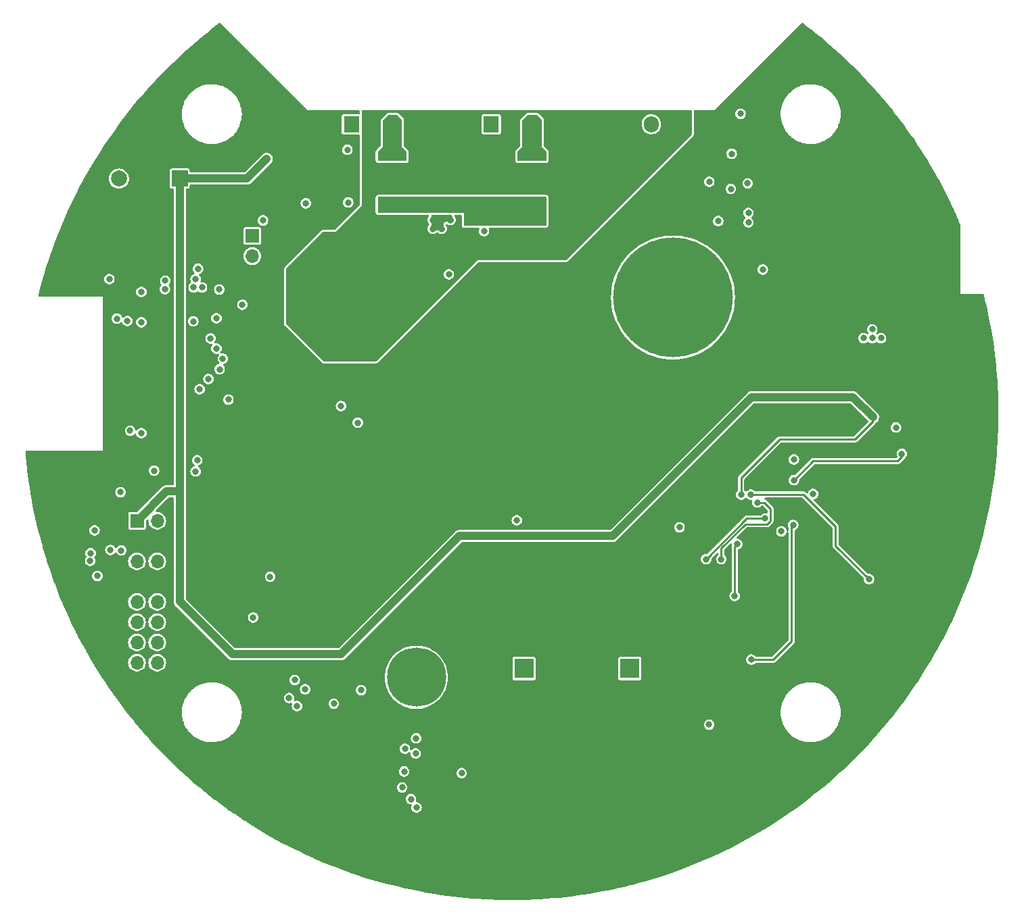
<source format=gbr>
%TF.GenerationSoftware,KiCad,Pcbnew,7.0.2-0*%
%TF.CreationDate,2023-08-15T10:21:39+08:00*%
%TF.ProjectId,H160_board,48313630-5f62-46f6-9172-642e6b696361,rev?*%
%TF.SameCoordinates,Original*%
%TF.FileFunction,Copper,L4,Bot*%
%TF.FilePolarity,Positive*%
%FSLAX46Y46*%
G04 Gerber Fmt 4.6, Leading zero omitted, Abs format (unit mm)*
G04 Created by KiCad (PCBNEW 7.0.2-0) date 2023-08-15 10:21:39*
%MOMM*%
%LPD*%
G01*
G04 APERTURE LIST*
%TA.AperFunction,ComponentPad*%
%ADD10R,2.400000X2.400000*%
%TD*%
%TA.AperFunction,ComponentPad*%
%ADD11C,2.400000*%
%TD*%
%TA.AperFunction,ComponentPad*%
%ADD12O,1.700000X1.350000*%
%TD*%
%TA.AperFunction,ComponentPad*%
%ADD13O,1.500000X1.100000*%
%TD*%
%TA.AperFunction,ComponentPad*%
%ADD14C,15.000000*%
%TD*%
%TA.AperFunction,ComponentPad*%
%ADD15C,4.100000*%
%TD*%
%TA.AperFunction,ConnectorPad*%
%ADD16C,7.400000*%
%TD*%
%TA.AperFunction,ComponentPad*%
%ADD17R,1.905000X2.000000*%
%TD*%
%TA.AperFunction,ComponentPad*%
%ADD18O,1.905000X2.000000*%
%TD*%
%TA.AperFunction,ComponentPad*%
%ADD19R,2.000000X2.000000*%
%TD*%
%TA.AperFunction,ComponentPad*%
%ADD20C,2.000000*%
%TD*%
%TA.AperFunction,ComponentPad*%
%ADD21R,1.700000X1.700000*%
%TD*%
%TA.AperFunction,ComponentPad*%
%ADD22O,1.700000X1.700000*%
%TD*%
%TA.AperFunction,ComponentPad*%
%ADD23C,0.500000*%
%TD*%
%TA.AperFunction,SMDPad,CuDef*%
%ADD24R,2.650000X3.000000*%
%TD*%
%TA.AperFunction,ViaPad*%
%ADD25C,0.800000*%
%TD*%
%TA.AperFunction,Conductor*%
%ADD26C,1.000000*%
%TD*%
%TA.AperFunction,Conductor*%
%ADD27C,0.250000*%
%TD*%
G04 APERTURE END LIST*
D10*
%TO.P,C4,1*%
%TO.N,+VDC*%
X101601041Y-132000000D03*
D11*
%TO.P,C4,2*%
%TO.N,GND*%
X106601041Y-132000000D03*
%TD*%
D12*
%TO.P,J6,6,Shield*%
%TO.N,GND*%
X154480000Y-82990000D03*
D13*
X151480000Y-82680000D03*
X151480000Y-77840000D03*
D12*
X154480000Y-77530000D03*
%TD*%
D14*
%TO.P,H2,1,1*%
%TO.N,+VDC*%
X120250000Y-85500000D03*
%TD*%
D15*
%TO.P,H1,1,1*%
%TO.N,+VDC*%
X88131000Y-133092000D03*
D16*
X88131000Y-133092000D03*
%TD*%
D17*
%TO.P,Q4,1,G*%
%TO.N,/MOTOR_GATE_A*%
X97500000Y-63800000D03*
D18*
%TO.P,Q4,2,D*%
%TO.N,/MOTOR(-)*%
X100040000Y-63800000D03*
%TO.P,Q4,3,S*%
%TO.N,Net-(Q4-S)*%
X102580000Y-63800000D03*
%TD*%
D15*
%TO.P,H4,1,1*%
%TO.N,GND*%
X66907000Y-111879000D03*
D16*
X66907000Y-111879000D03*
%TD*%
D17*
%TO.P,Q5,1,G*%
%TO.N,/MOTOR_GATE_B*%
X80000000Y-63800000D03*
D18*
%TO.P,Q5,2,D*%
%TO.N,/MOTOR(-)*%
X82540000Y-63800000D03*
%TO.P,Q5,3,S*%
%TO.N,Net-(Q5-S)*%
X85080000Y-63800000D03*
%TD*%
D19*
%TO.P,BZ1,1,-*%
%TO.N,+12V*%
X58500000Y-70600000D03*
D20*
%TO.P,BZ1,2,+*%
%TO.N,Net-(BZ1-+)*%
X50900000Y-70600000D03*
%TD*%
D21*
%TO.P,J2,1,Pin_1*%
%TO.N,Net-(J2-Pin_1)*%
X67600000Y-77775000D03*
D22*
%TO.P,J2,2,Pin_2*%
%TO.N,/TRIGGER*%
X67600000Y-80315000D03*
%TD*%
D23*
%TO.P,U5,9,TPAD*%
%TO.N,GND*%
X77975000Y-71500000D03*
X77975000Y-70250000D03*
X77975000Y-69000000D03*
X76900000Y-71500000D03*
X76900000Y-70250000D03*
D24*
X76900000Y-70250000D03*
D23*
X76900000Y-69000000D03*
X75825000Y-71500000D03*
X75825000Y-70250000D03*
X75825000Y-69000000D03*
%TD*%
D21*
%TO.P,J4,1,Pin_1*%
%TO.N,+12V*%
X53160000Y-113480000D03*
D22*
%TO.P,J4,2,Pin_2*%
%TO.N,+3V3*%
X55700000Y-113480000D03*
%TO.P,J4,3,Pin_3*%
%TO.N,GND*%
X53160000Y-116020000D03*
%TO.P,J4,4,Pin_4*%
X55700000Y-116020000D03*
%TO.P,J4,5,Pin_5*%
%TO.N,/SCL*%
X53160000Y-118560000D03*
%TO.P,J4,6,Pin_6*%
%TO.N,/SDA*%
X55700000Y-118560000D03*
%TO.P,J4,7,Pin_7*%
%TO.N,GND*%
X53160000Y-121100000D03*
%TO.P,J4,8,Pin_8*%
X55700000Y-121100000D03*
%TO.P,J4,9,Pin_9*%
%TO.N,/ADC3*%
X53160000Y-123640000D03*
%TO.P,J4,10,Pin_10*%
%TO.N,/ADC2*%
X55700000Y-123640000D03*
%TO.P,J4,11,Pin_11*%
%TO.N,/MOSI*%
X53160000Y-126180000D03*
%TO.P,J4,12,Pin_12*%
%TO.N,/CS4*%
X55700000Y-126180000D03*
%TO.P,J4,13,Pin_13*%
%TO.N,/SCK*%
X53160000Y-128720000D03*
%TO.P,J4,14,Pin_14*%
%TO.N,/CS3*%
X55700000Y-128720000D03*
%TO.P,J4,15,Pin_15*%
%TO.N,/MISO*%
X53160000Y-131260000D03*
%TO.P,J4,16,Pin_16*%
%TO.N,/CS2*%
X55700000Y-131260000D03*
%TD*%
D10*
%TO.P,C5,1*%
%TO.N,+VDC*%
X114850000Y-132000000D03*
D11*
%TO.P,C5,2*%
%TO.N,GND*%
X119850000Y-132000000D03*
%TD*%
D14*
%TO.P,H3,1,1*%
%TO.N,/MOTOR(-)*%
X79750000Y-85500000D03*
%TD*%
D17*
%TO.P,Q3,1,G*%
%TO.N,/MOTOR(-)*%
X115000000Y-63800000D03*
D18*
%TO.P,Q3,2,D*%
%TO.N,+VDC*%
X117540000Y-63800000D03*
%TO.P,Q3,3,S*%
%TO.N,/MOTOR(-)*%
X120080000Y-63800000D03*
%TD*%
D25*
%TO.N,/CS0*%
X72900000Y-133425000D03*
%TO.N,Net-(BT1-+)*%
X100700000Y-113425000D03*
X69825000Y-120500000D03*
%TO.N,GND*%
X92400000Y-75800000D03*
X90200000Y-76900000D03*
X145800000Y-108500000D03*
X90200000Y-75800000D03*
X137000000Y-113500000D03*
X127400000Y-111600000D03*
X126200000Y-110200000D03*
X143400000Y-107100000D03*
X91300000Y-76900000D03*
X144100000Y-115600000D03*
X91300000Y-75800000D03*
X125000000Y-110200000D03*
X146500000Y-112900000D03*
X145800000Y-107100000D03*
X144600000Y-109800000D03*
X126200000Y-111600000D03*
X137900000Y-92500000D03*
X145300000Y-115600000D03*
X125000000Y-112900000D03*
X145300000Y-114300000D03*
X137900000Y-95800000D03*
X145800000Y-109900000D03*
X146500000Y-115700000D03*
X141200000Y-92500000D03*
X144100000Y-112900000D03*
X144600000Y-107100000D03*
X125000000Y-111600000D03*
X127400000Y-113000000D03*
X137000000Y-114600000D03*
X126200000Y-112900000D03*
X145300000Y-112900000D03*
X127400000Y-110200000D03*
X146500000Y-114300000D03*
X144600000Y-108500000D03*
X144100000Y-114300000D03*
X143400000Y-109800000D03*
X141200000Y-95800000D03*
X143400000Y-108500000D03*
%TO.N,/CS0*%
X64600000Y-98300000D03*
%TO.N,/MOSI*%
X61000000Y-97000000D03*
X74200000Y-134600000D03*
%TO.N,/SCK*%
X62100000Y-95710000D03*
X72200000Y-135700000D03*
%TO.N,/MISO*%
X63500000Y-94500000D03*
X73200000Y-136700000D03*
%TO.N,/CS2*%
X63900000Y-93170000D03*
%TO.N,/CS3*%
X63100000Y-91900000D03*
%TO.N,/CS4*%
X62370000Y-90630000D03*
%TO.N,/BUZZER*%
X53700000Y-88600000D03*
X49700000Y-83200000D03*
%TO.N,Net-(D5-K)*%
X127600000Y-67500000D03*
X129700000Y-76100000D03*
%TO.N,Net-(Q4-S)*%
X103700000Y-67700000D03*
X102600000Y-67700000D03*
X101500000Y-67700000D03*
%TO.N,+12V*%
X69400000Y-68150000D03*
X128800000Y-110200000D03*
X145300000Y-100500000D03*
%TO.N,+5V*%
X128700000Y-62475000D03*
X148175000Y-101800000D03*
X125909993Y-75927367D03*
X131500000Y-82000000D03*
%TO.N,/MOTOR(-)*%
X113400000Y-65400000D03*
%TO.N,/VCC1*%
X135400000Y-105800000D03*
X137800000Y-110129500D03*
%TO.N,/SCL*%
X47300000Y-118500000D03*
%TO.N,/SDA*%
X47350000Y-117550000D03*
%TO.N,+VDC*%
X121075000Y-114300000D03*
X133825000Y-114800000D03*
%TO.N,SD_D2*%
X56700000Y-83400000D03*
X88150000Y-149400000D03*
%TO.N,SD_D3*%
X56650000Y-84450000D03*
X87450000Y-148350000D03*
%TO.N,SD_CMD*%
X50650000Y-88150000D03*
X86350000Y-146900000D03*
%TO.N,SD_CLK*%
X51950000Y-88450000D03*
X86600000Y-144900000D03*
%TO.N,SD_D0*%
X60250000Y-84250000D03*
X88050000Y-142650000D03*
%TO.N,SD_D1*%
X60500000Y-83200000D03*
X86700000Y-142050000D03*
%TO.N,SD_DET*%
X88100000Y-140750000D03*
X61300000Y-84250000D03*
%TO.N,/MOTOR_PWM*%
X63450000Y-84500000D03*
X79500000Y-67000000D03*
%TO.N,/ADC_INT*%
X53700000Y-102500000D03*
X48200000Y-120400000D03*
%TO.N,/FB*%
X135400000Y-108400000D03*
X148900000Y-105100000D03*
%TO.N,+3V3*%
X67700000Y-125600000D03*
X81200000Y-134700000D03*
X144100000Y-90600000D03*
X79600000Y-73600000D03*
X96600000Y-77200000D03*
X93800000Y-145100000D03*
X145200000Y-90600000D03*
X60700000Y-105900000D03*
X55300000Y-107200000D03*
X74300000Y-73700000D03*
X60800000Y-81900000D03*
X51100000Y-109900000D03*
X146300000Y-90600000D03*
X47850000Y-114700000D03*
X68925000Y-75850000D03*
X145200000Y-89500000D03*
%TO.N,/SENSE+*%
X144800000Y-120800000D03*
X130000000Y-110200000D03*
%TO.N,/IRQ_ORIENT*%
X78700000Y-99100000D03*
X77800000Y-136400000D03*
X63100000Y-88100000D03*
X80800000Y-101200000D03*
%TO.N,/FT_BOOT*%
X129600000Y-71200000D03*
X66350000Y-86397500D03*
%TO.N,/FT_RST*%
X52300000Y-102200000D03*
X127500000Y-71900000D03*
%TO.N,/FT_RX*%
X53700000Y-84800000D03*
X124800000Y-71000000D03*
%TO.N,/FT_TX*%
X129700000Y-74900000D03*
X60200000Y-88500000D03*
%TO.N,Net-(Q2-D)*%
X127975000Y-122900000D03*
X128300000Y-116400000D03*
%TO.N,Net-(Q1-G)*%
X131800000Y-113200000D03*
X124400000Y-118300000D03*
%TO.N,Net-(Q2-G)*%
X130800000Y-111200000D03*
X126300000Y-118300000D03*
%TO.N,Net-(Q5-S)*%
X84000000Y-67700000D03*
X85100000Y-67700000D03*
X86200000Y-67700000D03*
%TO.N,Net-(U1-EN{slash}SYNC)*%
X130050000Y-130875000D03*
X135300000Y-114000000D03*
%TO.N,Net-(U4-IP+)*%
X95600000Y-75800000D03*
X102200000Y-75800000D03*
X94500000Y-74700000D03*
X100000000Y-74700000D03*
X87700000Y-74400000D03*
X86400000Y-73400000D03*
X101100000Y-75800000D03*
X86400000Y-74400000D03*
X94500000Y-73600000D03*
X93400000Y-73600000D03*
X103300000Y-75800000D03*
X100000000Y-75800000D03*
X95600000Y-74700000D03*
X85100000Y-73400000D03*
X85100000Y-74400000D03*
X95600000Y-73600000D03*
X87700000Y-73400000D03*
X83800000Y-74400000D03*
X101100000Y-74700000D03*
X100000000Y-73600000D03*
X103300000Y-74700000D03*
X102200000Y-74700000D03*
X83800000Y-73400000D03*
%TO.N,Net-(U9-AIN2)*%
X51200000Y-117200000D03*
X124775000Y-139025000D03*
%TO.N,Net-(U9-AIN3)*%
X92200000Y-82600000D03*
X49833310Y-117133310D03*
X60500000Y-107300000D03*
%TD*%
D26*
%TO.N,+12V*%
X58500000Y-123600000D02*
X65100000Y-130200000D01*
D27*
X133600000Y-103300000D02*
X128800000Y-108100000D01*
D26*
X93500000Y-115400000D02*
X78700000Y-130200000D01*
X130100000Y-98000000D02*
X112700000Y-115400000D01*
X142800000Y-98000000D02*
X130100000Y-98000000D01*
X56840000Y-109800000D02*
X53160000Y-113480000D01*
X78700000Y-130200000D02*
X65100000Y-130200000D01*
D27*
X145300000Y-101000000D02*
X143000000Y-103300000D01*
D26*
X145300000Y-100500000D02*
X142800000Y-98000000D01*
X112700000Y-115400000D02*
X93500000Y-115400000D01*
D27*
X128800000Y-108100000D02*
X128800000Y-110200000D01*
X143000000Y-103300000D02*
X133600000Y-103300000D01*
X145300000Y-100500000D02*
X145300000Y-101000000D01*
D26*
X56840000Y-109800000D02*
X58500000Y-109800000D01*
X66950000Y-70600000D02*
X69400000Y-68150000D01*
X58500000Y-109800000D02*
X58500000Y-70600000D01*
X58500000Y-70600000D02*
X66950000Y-70600000D01*
X58500000Y-123600000D02*
X58500000Y-109800000D01*
D27*
%TO.N,/FB*%
X135400000Y-108400000D02*
X137800000Y-106000000D01*
X148400000Y-106000000D02*
X148900000Y-105500000D01*
X137800000Y-106000000D02*
X148400000Y-106000000D01*
X148900000Y-105500000D02*
X148900000Y-105100000D01*
%TO.N,/SENSE+*%
X144800000Y-120800000D02*
X140600000Y-116600000D01*
X140600000Y-116600000D02*
X140600000Y-114200000D01*
X136600000Y-110200000D02*
X130000000Y-110200000D01*
X140600000Y-114200000D02*
X136600000Y-110200000D01*
%TO.N,Net-(Q2-D)*%
X128300000Y-116400000D02*
X127975000Y-116725000D01*
X127975000Y-116725000D02*
X127975000Y-122900000D01*
%TO.N,Net-(Q1-G)*%
X131800000Y-113200000D02*
X129500000Y-113200000D01*
X129500000Y-113200000D02*
X124400000Y-118300000D01*
%TO.N,Net-(Q2-G)*%
X131700000Y-111200000D02*
X132452000Y-111952000D01*
X126300000Y-116933158D02*
X126300000Y-118300000D01*
X132452000Y-111952000D02*
X132452000Y-113470068D01*
X132022068Y-113900000D02*
X129333158Y-113900000D01*
X129333158Y-113900000D02*
X126300000Y-116933158D01*
X132452000Y-113470068D02*
X132022068Y-113900000D01*
X130800000Y-111200000D02*
X131700000Y-111200000D01*
%TO.N,Net-(U1-EN{slash}SYNC)*%
X135100000Y-128600000D02*
X135100000Y-114200000D01*
X135100000Y-114200000D02*
X135300000Y-114000000D01*
X132825000Y-130875000D02*
X135100000Y-128600000D01*
X130050000Y-130875000D02*
X132825000Y-130875000D01*
%TD*%
%TA.AperFunction,Conductor*%
%TO.N,GND*%
G36*
X136482374Y-51117266D02*
G01*
X136514824Y-51135178D01*
X137119146Y-51596500D01*
X137608072Y-51970179D01*
X137610411Y-51972010D01*
X138243757Y-52480161D01*
X138783962Y-52915117D01*
X138786115Y-52916891D01*
X139395283Y-53430313D01*
X139936058Y-53888758D01*
X139938080Y-53890510D01*
X140530031Y-54414390D01*
X141063704Y-54890540D01*
X141065580Y-54892247D01*
X141642134Y-55427883D01*
X142167185Y-55920761D01*
X142729917Y-56469466D01*
X143243886Y-56977008D01*
X143792209Y-57538131D01*
X144294136Y-58059517D01*
X144509344Y-58290663D01*
X144828078Y-58633002D01*
X145303915Y-59153002D01*
X145317262Y-59167587D01*
X145661282Y-59555461D01*
X145836803Y-59753357D01*
X146287730Y-60271891D01*
X146312681Y-60300583D01*
X146817677Y-60898441D01*
X147134722Y-61282213D01*
X147233581Y-61401880D01*
X147279740Y-61457753D01*
X147770044Y-62067502D01*
X147975916Y-62329955D01*
X148217887Y-62638431D01*
X148693327Y-63259852D01*
X149126485Y-63841801D01*
X149586913Y-64474711D01*
X150004985Y-65067118D01*
X150450231Y-65711309D01*
X150852873Y-66313646D01*
X150997936Y-66534760D01*
X151282760Y-66968908D01*
X151669576Y-67580518D01*
X152083959Y-68246690D01*
X152454537Y-68866825D01*
X152853396Y-69543976D01*
X153207054Y-70171318D01*
X153366385Y-70457401D01*
X153589941Y-70858804D01*
X153591153Y-70861032D01*
X153926563Y-71492862D01*
X154294359Y-72192485D01*
X154295581Y-72194872D01*
X154611968Y-72829115D01*
X154965622Y-73543200D01*
X154966848Y-73545747D01*
X155260457Y-74173618D01*
X155293920Y-74245500D01*
X155598606Y-74899999D01*
X155603301Y-74910083D01*
X155604523Y-74912792D01*
X155851109Y-75476881D01*
X155978862Y-75769585D01*
X156181454Y-76233761D01*
X156188980Y-76251003D01*
X156199500Y-76301405D01*
X156199500Y-85025072D01*
X156199415Y-85025500D01*
X156199458Y-85049999D01*
X156199500Y-85050099D01*
X156199616Y-85050382D01*
X156199617Y-85050383D01*
X156200000Y-85050541D01*
X156200002Y-85050539D01*
X156225014Y-85050524D01*
X156225014Y-85050528D01*
X156225158Y-85050500D01*
X159050197Y-85050500D01*
X159118318Y-85070502D01*
X159164811Y-85124158D01*
X159172736Y-85147175D01*
X159324403Y-85781038D01*
X159509908Y-86556327D01*
X159510613Y-86559450D01*
X159832278Y-88072723D01*
X159832904Y-88075863D01*
X160116019Y-89596842D01*
X160116565Y-89599997D01*
X160360940Y-91127666D01*
X160361406Y-91130834D01*
X160553676Y-92565638D01*
X160567191Y-92667021D01*
X160567565Y-92670115D01*
X160710741Y-93993132D01*
X160734331Y-94212813D01*
X160734624Y-94215897D01*
X160837321Y-95459582D01*
X160862026Y-95762379D01*
X160862239Y-95765450D01*
X160929862Y-96951048D01*
X160950193Y-97314704D01*
X160950326Y-97317761D01*
X160986358Y-98458925D01*
X160998771Y-98868661D01*
X160998827Y-98871701D01*
X161005630Y-99977344D01*
X161007737Y-100423436D01*
X161007715Y-100426457D01*
X160986991Y-101502427D01*
X160977080Y-101977955D01*
X160976981Y-101980956D01*
X160929993Y-103032154D01*
X160906828Y-103531042D01*
X160906655Y-103534021D01*
X160834398Y-104563376D01*
X160797012Y-105081997D01*
X160796764Y-105084952D01*
X160700027Y-106094903D01*
X160647721Y-106629548D01*
X160647400Y-106632477D01*
X160526849Y-107624692D01*
X160459031Y-108172876D01*
X160458638Y-108175776D01*
X160314820Y-109151686D01*
X160231086Y-109710825D01*
X160230623Y-109713695D01*
X160063936Y-110674783D01*
X159964035Y-111242421D01*
X159963502Y-111245260D01*
X159774414Y-112191966D01*
X159658031Y-112766775D01*
X159657430Y-112769581D01*
X159446325Y-113702439D01*
X159313276Y-114282864D01*
X159312607Y-114285635D01*
X159079809Y-115205159D01*
X158930021Y-115789590D01*
X158929287Y-115792325D01*
X158675143Y-116698711D01*
X158508484Y-117286115D01*
X158507686Y-117288812D01*
X158232553Y-118182083D01*
X158048938Y-118771439D01*
X158048077Y-118774097D01*
X157752272Y-119654329D01*
X157551711Y-120244519D01*
X157550789Y-120247137D01*
X157234568Y-121114483D01*
X157017105Y-121704462D01*
X157016123Y-121707038D01*
X156679773Y-122561479D01*
X156445482Y-123150281D01*
X156444442Y-123152813D01*
X156088244Y-123994286D01*
X155837202Y-124581063D01*
X155836106Y-124583550D01*
X155460420Y-125411785D01*
X155192628Y-125995955D01*
X155191476Y-125998397D01*
X154796517Y-126813410D01*
X154512291Y-127393794D01*
X154511087Y-127396188D01*
X154097084Y-128197929D01*
X153796496Y-128773964D01*
X153795240Y-128776310D01*
X153362668Y-129564233D01*
X153045736Y-130135494D01*
X153044430Y-130137791D01*
X152593654Y-130911589D01*
X152260595Y-131477332D01*
X152259241Y-131479579D01*
X151790381Y-132239355D01*
X151441512Y-132798739D01*
X151440111Y-132800935D01*
X150953510Y-133546388D01*
X150589003Y-134098878D01*
X150587557Y-134101022D01*
X150083612Y-134831782D01*
X149703657Y-135376850D01*
X149702168Y-135378940D01*
X149181214Y-136094742D01*
X148786000Y-136631892D01*
X148784470Y-136633929D01*
X148246839Y-137334512D01*
X147836711Y-137863082D01*
X147835140Y-137865064D01*
X147281230Y-138550094D01*
X146855513Y-139070715D01*
X146284962Y-139740759D01*
X145844677Y-140251953D01*
X145258524Y-140905904D01*
X144804116Y-141407002D01*
X144202666Y-142044650D01*
X143734443Y-142535182D01*
X143118147Y-143156171D01*
X142636377Y-143635733D01*
X142005599Y-144239810D01*
X141510622Y-144707950D01*
X140865800Y-145294803D01*
X140357906Y-145751137D01*
X139699500Y-146320450D01*
X139178977Y-146764620D01*
X138507332Y-147316184D01*
X137974644Y-147747701D01*
X137290166Y-148281271D01*
X136745633Y-148699793D01*
X136048803Y-149215071D01*
X135492758Y-149620261D01*
X134784016Y-150116998D01*
X134216845Y-150508500D01*
X133496590Y-150986485D01*
X132918731Y-151363929D01*
X132187494Y-151822873D01*
X131599185Y-152186037D01*
X130857435Y-152625714D01*
X130259205Y-152974206D01*
X129507186Y-153394522D01*
X128899586Y-153727972D01*
X128137875Y-154128652D01*
X127521151Y-154446876D01*
X126750250Y-154827706D01*
X126124896Y-155130400D01*
X125345280Y-155491190D01*
X124711625Y-155778150D01*
X123923821Y-156118698D01*
X123282359Y-156389656D01*
X122486763Y-156709834D01*
X121837988Y-156964543D01*
X121035112Y-157264179D01*
X120379400Y-157502454D01*
X119569852Y-157781358D01*
X118907594Y-158003021D01*
X118091784Y-158261087D01*
X117423525Y-158465919D01*
X116602050Y-158702991D01*
X116142380Y-158831131D01*
X115928069Y-158890873D01*
X115101458Y-159106834D01*
X114821593Y-159177194D01*
X114422403Y-159277552D01*
X113591018Y-159472335D01*
X113380503Y-159519574D01*
X112907356Y-159625745D01*
X112071666Y-159799262D01*
X111383947Y-159935220D01*
X110544532Y-160087373D01*
X109853108Y-160205787D01*
X109010518Y-160336496D01*
X108315892Y-160437257D01*
X107470710Y-160546457D01*
X107258963Y-160571665D01*
X106773265Y-160629487D01*
X105925943Y-160717139D01*
X105226278Y-160782346D01*
X104377272Y-160848418D01*
X103675922Y-160895738D01*
X102825849Y-160940200D01*
X102123119Y-160969595D01*
X101272525Y-160992433D01*
X100568989Y-161003862D01*
X99718384Y-161005081D01*
X99014469Y-160998521D01*
X98164394Y-160978133D01*
X97460635Y-160953576D01*
X96611561Y-160911606D01*
X95908425Y-160869055D01*
X95060954Y-160805544D01*
X94358872Y-160745012D01*
X93513526Y-160660012D01*
X92813008Y-160581531D01*
X91970251Y-160475100D01*
X91271867Y-160378727D01*
X90432157Y-160250926D01*
X89736371Y-160136720D01*
X88900303Y-159987646D01*
X88207510Y-159855664D01*
X87375697Y-159685435D01*
X86686304Y-159535745D01*
X85859243Y-159344474D01*
X85173785Y-159177185D01*
X84351854Y-158964960D01*
X83670943Y-158780218D01*
X83120408Y-158623045D01*
X82854688Y-158547184D01*
X82509899Y-158444107D01*
X82178689Y-158345089D01*
X81633177Y-158174245D01*
X81368662Y-158091404D01*
X81098397Y-158003021D01*
X80697999Y-157872080D01*
X80158326Y-157687882D01*
X79894652Y-157597885D01*
X79540173Y-157471845D01*
X79229854Y-157361506D01*
X78433743Y-157066991D01*
X77775204Y-156813698D01*
X76986775Y-156499026D01*
X76335003Y-156229017D01*
X75816564Y-156006670D01*
X75554803Y-155894406D01*
X75116959Y-155699764D01*
X74910091Y-155607801D01*
X74138696Y-155253496D01*
X73501556Y-154950525D01*
X72739326Y-154576691D01*
X72110223Y-154257577D01*
X71357647Y-153864449D01*
X70737003Y-153529413D01*
X69994597Y-153117257D01*
X69382766Y-152766493D01*
X68650968Y-152335544D01*
X68048474Y-151969362D01*
X67327682Y-151519845D01*
X66734920Y-151138497D01*
X66504428Y-150986485D01*
X66025625Y-150670708D01*
X65442941Y-150274427D01*
X64745608Y-149788660D01*
X64511118Y-149620261D01*
X64173414Y-149377738D01*
X63488510Y-148874307D01*
X63128519Y-148601568D01*
X62927174Y-148449022D01*
X62799393Y-148350000D01*
X86790693Y-148350000D01*
X86809850Y-148507780D01*
X86866212Y-148656394D01*
X86953974Y-148783538D01*
X86956502Y-148787201D01*
X87075471Y-148892599D01*
X87216207Y-148966463D01*
X87370529Y-149004500D01*
X87370531Y-149004500D01*
X87417463Y-149004500D01*
X87485584Y-149024502D01*
X87532077Y-149078158D01*
X87542181Y-149148432D01*
X87535275Y-149175180D01*
X87509850Y-149242218D01*
X87490693Y-149400000D01*
X87509850Y-149557780D01*
X87566212Y-149706394D01*
X87622997Y-149788660D01*
X87656502Y-149837201D01*
X87775471Y-149942599D01*
X87916207Y-150016463D01*
X88070529Y-150054500D01*
X88070531Y-150054500D01*
X88229469Y-150054500D01*
X88229471Y-150054500D01*
X88383793Y-150016463D01*
X88524529Y-149942599D01*
X88643498Y-149837201D01*
X88733787Y-149706395D01*
X88790149Y-149557782D01*
X88809307Y-149400000D01*
X88790149Y-149242218D01*
X88733787Y-149093605D01*
X88643498Y-148962799D01*
X88524529Y-148857401D01*
X88383793Y-148783537D01*
X88229471Y-148745500D01*
X88182537Y-148745500D01*
X88114416Y-148725498D01*
X88067923Y-148671842D01*
X88057819Y-148601568D01*
X88064725Y-148574820D01*
X88090149Y-148507781D01*
X88090149Y-148507780D01*
X88109307Y-148350000D01*
X88090149Y-148192218D01*
X88033787Y-148043605D01*
X87943498Y-147912799D01*
X87824529Y-147807401D01*
X87683793Y-147733537D01*
X87529471Y-147695500D01*
X87370529Y-147695500D01*
X87216207Y-147733537D01*
X87216206Y-147733537D01*
X87216204Y-147733538D01*
X87075472Y-147807400D01*
X86956501Y-147912799D01*
X86866212Y-148043605D01*
X86809850Y-148192219D01*
X86790693Y-148350000D01*
X62799393Y-148350000D01*
X62255047Y-147928169D01*
X61705018Y-147488879D01*
X61046114Y-146950930D01*
X60985585Y-146900000D01*
X85690693Y-146900000D01*
X85709850Y-147057780D01*
X85766212Y-147206394D01*
X85766213Y-147206395D01*
X85856502Y-147337201D01*
X85975471Y-147442599D01*
X86116207Y-147516463D01*
X86270529Y-147554500D01*
X86270531Y-147554500D01*
X86429469Y-147554500D01*
X86429471Y-147554500D01*
X86583793Y-147516463D01*
X86724529Y-147442599D01*
X86843498Y-147337201D01*
X86933787Y-147206395D01*
X86990149Y-147057782D01*
X87009307Y-146900000D01*
X86990149Y-146742218D01*
X86933787Y-146593605D01*
X86843498Y-146462799D01*
X86724529Y-146357401D01*
X86583793Y-146283537D01*
X86429471Y-146245500D01*
X86270529Y-146245500D01*
X86116207Y-146283537D01*
X86116206Y-146283537D01*
X86116204Y-146283538D01*
X85975472Y-146357400D01*
X85856501Y-146462799D01*
X85766212Y-146593605D01*
X85709850Y-146742219D01*
X85690693Y-146900000D01*
X60985585Y-146900000D01*
X60798067Y-146742219D01*
X60507668Y-146497871D01*
X59862455Y-145943189D01*
X59336087Y-145476803D01*
X59258276Y-145406394D01*
X58704829Y-144905593D01*
X58698833Y-144900000D01*
X85940693Y-144900000D01*
X85959850Y-145057780D01*
X86016212Y-145206394D01*
X86077237Y-145294803D01*
X86106502Y-145337201D01*
X86225471Y-145442599D01*
X86366207Y-145516463D01*
X86520529Y-145554500D01*
X86520531Y-145554500D01*
X86679469Y-145554500D01*
X86679471Y-145554500D01*
X86833793Y-145516463D01*
X86974529Y-145442599D01*
X87093498Y-145337201D01*
X87183787Y-145206395D01*
X87224138Y-145100000D01*
X93140693Y-145100000D01*
X93159850Y-145257780D01*
X93216212Y-145406394D01*
X93292188Y-145516463D01*
X93306502Y-145537201D01*
X93425471Y-145642599D01*
X93566207Y-145716463D01*
X93720529Y-145754500D01*
X93720531Y-145754500D01*
X93879469Y-145754500D01*
X93879471Y-145754500D01*
X94033793Y-145716463D01*
X94174529Y-145642599D01*
X94293498Y-145537201D01*
X94383787Y-145406395D01*
X94440149Y-145257782D01*
X94459307Y-145100000D01*
X94440149Y-144942218D01*
X94383787Y-144793605D01*
X94293498Y-144662799D01*
X94174529Y-144557401D01*
X94033793Y-144483537D01*
X93879471Y-144445500D01*
X93720529Y-144445500D01*
X93566207Y-144483537D01*
X93566206Y-144483537D01*
X93566204Y-144483538D01*
X93425472Y-144557400D01*
X93306501Y-144662799D01*
X93216212Y-144793605D01*
X93159850Y-144942219D01*
X93140693Y-145100000D01*
X87224138Y-145100000D01*
X87240149Y-145057782D01*
X87259307Y-144900000D01*
X87240149Y-144742218D01*
X87183787Y-144593605D01*
X87093498Y-144462799D01*
X86974529Y-144357401D01*
X86833793Y-144283537D01*
X86679471Y-144245500D01*
X86520529Y-144245500D01*
X86366207Y-144283537D01*
X86366206Y-144283537D01*
X86366204Y-144283538D01*
X86225472Y-144357400D01*
X86106501Y-144462799D01*
X86016212Y-144593605D01*
X85959850Y-144742219D01*
X85940693Y-144900000D01*
X58698833Y-144900000D01*
X58190810Y-144426144D01*
X57813672Y-144067036D01*
X57574136Y-143838951D01*
X57072627Y-143346608D01*
X56470876Y-142743739D01*
X56380153Y-142650002D01*
X55982430Y-142239064D01*
X55803071Y-142049999D01*
X86040693Y-142049999D01*
X86059850Y-142207780D01*
X86116212Y-142356394D01*
X86161961Y-142422672D01*
X86206502Y-142487201D01*
X86325471Y-142592599D01*
X86466207Y-142666463D01*
X86620529Y-142704500D01*
X86620531Y-142704500D01*
X86779469Y-142704500D01*
X86779471Y-142704500D01*
X86933793Y-142666463D01*
X87074529Y-142592599D01*
X87187934Y-142492129D01*
X87252182Y-142461931D01*
X87322563Y-142471262D01*
X87376727Y-142517162D01*
X87397476Y-142585059D01*
X87396566Y-142601629D01*
X87390693Y-142650002D01*
X87409850Y-142807780D01*
X87466212Y-142956394D01*
X87466213Y-142956395D01*
X87556502Y-143087201D01*
X87675471Y-143192599D01*
X87816207Y-143266463D01*
X87970529Y-143304500D01*
X87970531Y-143304500D01*
X88129469Y-143304500D01*
X88129471Y-143304500D01*
X88283793Y-143266463D01*
X88424529Y-143192599D01*
X88543498Y-143087201D01*
X88633787Y-142956395D01*
X88690149Y-142807782D01*
X88709307Y-142650000D01*
X88690149Y-142492218D01*
X88633787Y-142343605D01*
X88543498Y-142212799D01*
X88424529Y-142107401D01*
X88283793Y-142033537D01*
X88129471Y-141995500D01*
X87970529Y-141995500D01*
X87816207Y-142033537D01*
X87816206Y-142033537D01*
X87816204Y-142033538D01*
X87675470Y-142107401D01*
X87562068Y-142207867D01*
X87497816Y-142238068D01*
X87427435Y-142228737D01*
X87373272Y-142182836D01*
X87352523Y-142114939D01*
X87353434Y-142098367D01*
X87359307Y-142050000D01*
X87340149Y-141892218D01*
X87283787Y-141743605D01*
X87193498Y-141612799D01*
X87074529Y-141507401D01*
X86933793Y-141433537D01*
X86779471Y-141395500D01*
X86620529Y-141395500D01*
X86466207Y-141433537D01*
X86466206Y-141433537D01*
X86466204Y-141433538D01*
X86325472Y-141507400D01*
X86206501Y-141612799D01*
X86116212Y-141743605D01*
X86059850Y-141892219D01*
X86040693Y-142049999D01*
X55803071Y-142049999D01*
X55395900Y-141620793D01*
X55094118Y-141292599D01*
X54920770Y-141104079D01*
X54349847Y-140470782D01*
X53888382Y-139942437D01*
X53495777Y-139484036D01*
X53333493Y-139294555D01*
X52885923Y-138754880D01*
X52763363Y-138604193D01*
X52347399Y-138092769D01*
X52166618Y-137863082D01*
X51914082Y-137542226D01*
X51863729Y-137477000D01*
X58767680Y-137477000D01*
X58767842Y-137480194D01*
X58767842Y-137480195D01*
X58776397Y-137648897D01*
X58775969Y-137650683D01*
X58776648Y-137657248D01*
X58777154Y-137663817D01*
X58777810Y-137676747D01*
X58777972Y-137683131D01*
X58777972Y-137686433D01*
X58778381Y-137688018D01*
X58786784Y-137853721D01*
X58786785Y-137853737D01*
X58786947Y-137856919D01*
X58787430Y-137860075D01*
X58787431Y-137860080D01*
X58813468Y-138030037D01*
X58813145Y-138032437D01*
X58815037Y-138041491D01*
X58816247Y-138048183D01*
X58818270Y-138061390D01*
X58819054Y-138067498D01*
X58819098Y-138067931D01*
X58819396Y-138068733D01*
X58844552Y-138232940D01*
X58845350Y-138236022D01*
X58889211Y-138405427D01*
X58889114Y-138408425D01*
X58892671Y-138419567D01*
X58894617Y-138426303D01*
X58898196Y-138440126D01*
X58898858Y-138442960D01*
X58899009Y-138443267D01*
X58936431Y-138587799D01*
X58939902Y-138601204D01*
X58941009Y-138604193D01*
X59002841Y-138771145D01*
X59003087Y-138774706D01*
X59008676Y-138787495D01*
X59011376Y-138794191D01*
X59038422Y-138867219D01*
X59072019Y-138957932D01*
X59073426Y-138960800D01*
X59073428Y-138960805D01*
X59153170Y-139123369D01*
X59153872Y-139127450D01*
X59161797Y-139141453D01*
X59165263Y-139148023D01*
X59237152Y-139294578D01*
X59239549Y-139299464D01*
X59338636Y-139458435D01*
X59339899Y-139462966D01*
X59350357Y-139477676D01*
X59354594Y-139484036D01*
X59438698Y-139618970D01*
X59440771Y-139622295D01*
X59442728Y-139624823D01*
X59557314Y-139772857D01*
X59559228Y-139777748D01*
X59572334Y-139792660D01*
X59577329Y-139798714D01*
X59671667Y-139920589D01*
X59673620Y-139923112D01*
X59675816Y-139925422D01*
X59806924Y-140063348D01*
X59809575Y-140068509D01*
X59825389Y-140083147D01*
X59831124Y-140088806D01*
X59935709Y-140198829D01*
X59938124Y-140200902D01*
X59938128Y-140200906D01*
X60084853Y-140326865D01*
X60088308Y-140332187D01*
X60106812Y-140346073D01*
X60113258Y-140351250D01*
X60224346Y-140446616D01*
X60226968Y-140448441D01*
X60226972Y-140448444D01*
X60388212Y-140560670D01*
X60392524Y-140566034D01*
X60413616Y-140578699D01*
X60420725Y-140583299D01*
X60536571Y-140663931D01*
X60713846Y-140762326D01*
X60719050Y-140767602D01*
X60742560Y-140778606D01*
X60750296Y-140782558D01*
X60866380Y-140846990D01*
X60866388Y-140846994D01*
X60869179Y-140848543D01*
X60872099Y-140849796D01*
X60872103Y-140849798D01*
X61058353Y-140929724D01*
X61064469Y-140934782D01*
X61090204Y-140943734D01*
X61098497Y-140946951D01*
X61218758Y-140998559D01*
X61418139Y-141061115D01*
X61425169Y-141065818D01*
X61452846Y-141072350D01*
X61461625Y-141074759D01*
X61581720Y-141112439D01*
X61584833Y-141113078D01*
X61584838Y-141113080D01*
X61641220Y-141124666D01*
X61789459Y-141155130D01*
X61797381Y-141159338D01*
X61826683Y-141163132D01*
X61835854Y-141164665D01*
X61954340Y-141189015D01*
X62168437Y-141210786D01*
X62177216Y-141214363D01*
X62207800Y-141215151D01*
X62217306Y-141215756D01*
X62329599Y-141227175D01*
X62329600Y-141227175D01*
X62332796Y-141227500D01*
X62335996Y-141227500D01*
X62551121Y-141227500D01*
X62560701Y-141230313D01*
X62592185Y-141227876D01*
X62601910Y-141227500D01*
X62710004Y-141227500D01*
X62713204Y-141227500D01*
X62933521Y-141205096D01*
X62943820Y-141207015D01*
X62975757Y-141201195D01*
X62985580Y-141199802D01*
X63091660Y-141189015D01*
X63311646Y-141143806D01*
X63322575Y-141144714D01*
X63354559Y-141135404D01*
X63364398Y-141132965D01*
X63464280Y-141112439D01*
X63584375Y-141074759D01*
X63681558Y-141044268D01*
X63693014Y-141044056D01*
X63724612Y-141031206D01*
X63734356Y-141027702D01*
X63827242Y-140998559D01*
X64039393Y-140907517D01*
X64051249Y-140906091D01*
X64082012Y-140889711D01*
X64091530Y-140885143D01*
X64176821Y-140848543D01*
X64354361Y-140750000D01*
X87440693Y-140750000D01*
X87459850Y-140907780D01*
X87516212Y-141056394D01*
X87590949Y-141164668D01*
X87606502Y-141187201D01*
X87725471Y-141292599D01*
X87866207Y-141366463D01*
X88020529Y-141404500D01*
X88020531Y-141404500D01*
X88179469Y-141404500D01*
X88179471Y-141404500D01*
X88333793Y-141366463D01*
X88474529Y-141292599D01*
X88593498Y-141187201D01*
X88683787Y-141056395D01*
X88740149Y-140907782D01*
X88759307Y-140750000D01*
X88740149Y-140592218D01*
X88683787Y-140443605D01*
X88593498Y-140312799D01*
X88474529Y-140207401D01*
X88333793Y-140133537D01*
X88179471Y-140095500D01*
X88020529Y-140095500D01*
X87866207Y-140133537D01*
X87866206Y-140133537D01*
X87866204Y-140133538D01*
X87725472Y-140207400D01*
X87606501Y-140312799D01*
X87516212Y-140443605D01*
X87459850Y-140592219D01*
X87440693Y-140750000D01*
X64354361Y-140750000D01*
X64381420Y-140734981D01*
X64393535Y-140732258D01*
X64423024Y-140712417D01*
X64432215Y-140706788D01*
X64509429Y-140663931D01*
X64704077Y-140528451D01*
X64716299Y-140524368D01*
X64744083Y-140501190D01*
X64752818Y-140494527D01*
X64821654Y-140446616D01*
X65003984Y-140290090D01*
X65016156Y-140284599D01*
X65041829Y-140258256D01*
X65049978Y-140250605D01*
X65110291Y-140198829D01*
X65278022Y-140022376D01*
X65289978Y-140015448D01*
X65313151Y-139986171D01*
X65320626Y-139977557D01*
X65372380Y-139923112D01*
X65523324Y-139728107D01*
X65534887Y-139719738D01*
X65555208Y-139687791D01*
X65561887Y-139678288D01*
X65605229Y-139622295D01*
X65737341Y-139410339D01*
X65748337Y-139400541D01*
X65765485Y-139366235D01*
X65771252Y-139355935D01*
X65806451Y-139299464D01*
X65917835Y-139072392D01*
X65928085Y-139061203D01*
X65941733Y-139025000D01*
X124115693Y-139025000D01*
X124134850Y-139182780D01*
X124191212Y-139331394D01*
X124208139Y-139355916D01*
X124281502Y-139462201D01*
X124400471Y-139567599D01*
X124541207Y-139641463D01*
X124695529Y-139679500D01*
X124695531Y-139679500D01*
X124854469Y-139679500D01*
X124854471Y-139679500D01*
X125008793Y-139641463D01*
X125149529Y-139567599D01*
X125268498Y-139462201D01*
X125358787Y-139331395D01*
X125415149Y-139182782D01*
X125434307Y-139025000D01*
X125415149Y-138867218D01*
X125358787Y-138718605D01*
X125268498Y-138587799D01*
X125149529Y-138482401D01*
X125008793Y-138408537D01*
X124854471Y-138370500D01*
X124695529Y-138370500D01*
X124541207Y-138408537D01*
X124541206Y-138408537D01*
X124541204Y-138408538D01*
X124400472Y-138482400D01*
X124281501Y-138587799D01*
X124191212Y-138718605D01*
X124134850Y-138867219D01*
X124115693Y-139025000D01*
X65941733Y-139025000D01*
X65941770Y-139024903D01*
X65946547Y-139013859D01*
X65973981Y-138957932D01*
X66062919Y-138717790D01*
X66072250Y-138705265D01*
X66082239Y-138667336D01*
X66085929Y-138655661D01*
X66106098Y-138601204D01*
X66171065Y-138350284D01*
X66179313Y-138336491D01*
X66185414Y-138297321D01*
X66187936Y-138285126D01*
X66200648Y-138236030D01*
X66200650Y-138236022D01*
X66201448Y-138232940D01*
X66259053Y-137856919D01*
X66278320Y-137477000D01*
X133721680Y-137477000D01*
X133721842Y-137480194D01*
X133721842Y-137480195D01*
X133730397Y-137648897D01*
X133729969Y-137650683D01*
X133730648Y-137657248D01*
X133731154Y-137663817D01*
X133731810Y-137676747D01*
X133731972Y-137683131D01*
X133731972Y-137686433D01*
X133732381Y-137688018D01*
X133740784Y-137853721D01*
X133740785Y-137853737D01*
X133740947Y-137856919D01*
X133741430Y-137860075D01*
X133741431Y-137860080D01*
X133767468Y-138030037D01*
X133767145Y-138032437D01*
X133769037Y-138041491D01*
X133770247Y-138048183D01*
X133772270Y-138061390D01*
X133773054Y-138067498D01*
X133773098Y-138067931D01*
X133773396Y-138068733D01*
X133798552Y-138232940D01*
X133799350Y-138236022D01*
X133843211Y-138405427D01*
X133843114Y-138408425D01*
X133846671Y-138419567D01*
X133848617Y-138426303D01*
X133852196Y-138440126D01*
X133852858Y-138442960D01*
X133853009Y-138443267D01*
X133890431Y-138587799D01*
X133893902Y-138601204D01*
X133895009Y-138604193D01*
X133956841Y-138771145D01*
X133957087Y-138774706D01*
X133962676Y-138787495D01*
X133965376Y-138794191D01*
X133992422Y-138867219D01*
X134026019Y-138957932D01*
X134027426Y-138960800D01*
X134027428Y-138960805D01*
X134107170Y-139123369D01*
X134107872Y-139127450D01*
X134115797Y-139141453D01*
X134119263Y-139148023D01*
X134191152Y-139294578D01*
X134193549Y-139299464D01*
X134292636Y-139458435D01*
X134293899Y-139462966D01*
X134304357Y-139477676D01*
X134308594Y-139484036D01*
X134392698Y-139618970D01*
X134394771Y-139622295D01*
X134396728Y-139624823D01*
X134511314Y-139772857D01*
X134513228Y-139777748D01*
X134526334Y-139792660D01*
X134531329Y-139798714D01*
X134625667Y-139920589D01*
X134627620Y-139923112D01*
X134629816Y-139925422D01*
X134760924Y-140063348D01*
X134763575Y-140068509D01*
X134779389Y-140083147D01*
X134785124Y-140088806D01*
X134889709Y-140198829D01*
X134892124Y-140200902D01*
X134892128Y-140200906D01*
X135038853Y-140326865D01*
X135042308Y-140332187D01*
X135060812Y-140346073D01*
X135067258Y-140351250D01*
X135178346Y-140446616D01*
X135180968Y-140448441D01*
X135180972Y-140448444D01*
X135342212Y-140560670D01*
X135346524Y-140566034D01*
X135367616Y-140578699D01*
X135374725Y-140583299D01*
X135490571Y-140663931D01*
X135667846Y-140762326D01*
X135673050Y-140767602D01*
X135696560Y-140778606D01*
X135704296Y-140782558D01*
X135820380Y-140846990D01*
X135820388Y-140846994D01*
X135823179Y-140848543D01*
X135826099Y-140849796D01*
X135826103Y-140849798D01*
X136012353Y-140929724D01*
X136018469Y-140934782D01*
X136044204Y-140943734D01*
X136052497Y-140946951D01*
X136172758Y-140998559D01*
X136372139Y-141061115D01*
X136379169Y-141065818D01*
X136406846Y-141072350D01*
X136415625Y-141074759D01*
X136535720Y-141112439D01*
X136538833Y-141113078D01*
X136538838Y-141113080D01*
X136595220Y-141124666D01*
X136743459Y-141155130D01*
X136751381Y-141159338D01*
X136780683Y-141163132D01*
X136789854Y-141164665D01*
X136908340Y-141189015D01*
X137122437Y-141210786D01*
X137131216Y-141214363D01*
X137161800Y-141215151D01*
X137171306Y-141215756D01*
X137283599Y-141227175D01*
X137283600Y-141227175D01*
X137286796Y-141227500D01*
X137289996Y-141227500D01*
X137505121Y-141227500D01*
X137514701Y-141230313D01*
X137546185Y-141227876D01*
X137555910Y-141227500D01*
X137664004Y-141227500D01*
X137667204Y-141227500D01*
X137887521Y-141205096D01*
X137897820Y-141207015D01*
X137929757Y-141201195D01*
X137939580Y-141199802D01*
X138045660Y-141189015D01*
X138265646Y-141143806D01*
X138276575Y-141144714D01*
X138308559Y-141135404D01*
X138318398Y-141132965D01*
X138418280Y-141112439D01*
X138538375Y-141074759D01*
X138635558Y-141044268D01*
X138647014Y-141044056D01*
X138678612Y-141031206D01*
X138688356Y-141027702D01*
X138781242Y-140998559D01*
X138993393Y-140907517D01*
X139005249Y-140906091D01*
X139036012Y-140889711D01*
X139045530Y-140885143D01*
X139130821Y-140848543D01*
X139335420Y-140734981D01*
X139347535Y-140732258D01*
X139377024Y-140712417D01*
X139386215Y-140706788D01*
X139463429Y-140663931D01*
X139658077Y-140528451D01*
X139670299Y-140524368D01*
X139698083Y-140501190D01*
X139706818Y-140494527D01*
X139775654Y-140446616D01*
X139957984Y-140290090D01*
X139970156Y-140284599D01*
X139995829Y-140258256D01*
X140003978Y-140250605D01*
X140064291Y-140198829D01*
X140232022Y-140022376D01*
X140243978Y-140015448D01*
X140267151Y-139986171D01*
X140274626Y-139977557D01*
X140326380Y-139923112D01*
X140477324Y-139728107D01*
X140488887Y-139719738D01*
X140509208Y-139687791D01*
X140515887Y-139678288D01*
X140559229Y-139622295D01*
X140691341Y-139410339D01*
X140702337Y-139400541D01*
X140719485Y-139366235D01*
X140725252Y-139355935D01*
X140760451Y-139299464D01*
X140871835Y-139072392D01*
X140882085Y-139061203D01*
X140895770Y-139024903D01*
X140900547Y-139013859D01*
X140927981Y-138957932D01*
X141016919Y-138717790D01*
X141026250Y-138705265D01*
X141036239Y-138667336D01*
X141039929Y-138655661D01*
X141060098Y-138601204D01*
X141125065Y-138350284D01*
X141133313Y-138336491D01*
X141139414Y-138297321D01*
X141141936Y-138285126D01*
X141154648Y-138236030D01*
X141154650Y-138236022D01*
X141155448Y-138232940D01*
X141213053Y-137856919D01*
X141232320Y-137477000D01*
X141213053Y-137097081D01*
X141155448Y-136721060D01*
X141141934Y-136668867D01*
X141139414Y-136656680D01*
X141134147Y-136622865D01*
X141125067Y-136603723D01*
X141113172Y-136557780D01*
X141060098Y-136352796D01*
X141046604Y-136316362D01*
X141039928Y-136298335D01*
X141036238Y-136286662D01*
X141027593Y-136253835D01*
X141016921Y-136236215D01*
X140927981Y-135996068D01*
X140900535Y-135940116D01*
X140895768Y-135929096D01*
X140883889Y-135897587D01*
X140871835Y-135881607D01*
X140761862Y-135657412D01*
X140761859Y-135657408D01*
X140760451Y-135654536D01*
X140725267Y-135598088D01*
X140719491Y-135587773D01*
X140704562Y-135557906D01*
X140691341Y-135543659D01*
X140645396Y-135469948D01*
X140559229Y-135331705D01*
X140515887Y-135275711D01*
X140509210Y-135266212D01*
X140491470Y-135238323D01*
X140477323Y-135225891D01*
X140337046Y-135044668D01*
X140326380Y-135030888D01*
X140274625Y-134976442D01*
X140267156Y-134967835D01*
X140246876Y-134942211D01*
X140232020Y-134931622D01*
X140193072Y-134890649D01*
X140066771Y-134757780D01*
X140066484Y-134757478D01*
X140066483Y-134757477D01*
X140064291Y-134755171D01*
X140061876Y-134753098D01*
X140061871Y-134753093D01*
X140003998Y-134703411D01*
X139995836Y-134695749D01*
X139973306Y-134672632D01*
X139957982Y-134663908D01*
X139929261Y-134639252D01*
X139775654Y-134507384D01*
X139773034Y-134505560D01*
X139773027Y-134505555D01*
X139706829Y-134459480D01*
X139698094Y-134452817D01*
X139673643Y-134432419D01*
X139658076Y-134425547D01*
X139463429Y-134290069D01*
X139460643Y-134288522D01*
X139460634Y-134288517D01*
X139386225Y-134247217D01*
X139377035Y-134241588D01*
X139351017Y-134224082D01*
X139335420Y-134219018D01*
X139192998Y-134139968D01*
X139130821Y-134105457D01*
X139127894Y-134104200D01*
X139127886Y-134104197D01*
X139045552Y-134068864D01*
X139036026Y-134064294D01*
X139008811Y-134049804D01*
X138993393Y-134046482D01*
X138784165Y-133956695D01*
X138784158Y-133956692D01*
X138781242Y-133955441D01*
X138778215Y-133954491D01*
X138778190Y-133954482D01*
X138688380Y-133926304D01*
X138678633Y-133922800D01*
X138650602Y-133911400D01*
X138635560Y-133909733D01*
X138421312Y-133842512D01*
X138421306Y-133842510D01*
X138418280Y-133841561D01*
X138415176Y-133840923D01*
X138415168Y-133840921D01*
X138318417Y-133821038D01*
X138308569Y-133818596D01*
X138280129Y-133810318D01*
X138265648Y-133810193D01*
X138048788Y-133765627D01*
X138048772Y-133765624D01*
X138045660Y-133764985D01*
X138042501Y-133764663D01*
X138042470Y-133764659D01*
X137939618Y-133754200D01*
X137929778Y-133752806D01*
X137901302Y-133747617D01*
X137887524Y-133748904D01*
X137670383Y-133726823D01*
X137670377Y-133726822D01*
X137667204Y-133726500D01*
X137555901Y-133726500D01*
X137546177Y-133726124D01*
X137518051Y-133723946D01*
X137505121Y-133726500D01*
X137286796Y-133726500D01*
X137283623Y-133726822D01*
X137283616Y-133726823D01*
X137171326Y-133738242D01*
X137161823Y-133738846D01*
X137134420Y-133739551D01*
X137122438Y-133743213D01*
X136911512Y-133764662D01*
X136911503Y-133764663D01*
X136908340Y-133764985D01*
X136905230Y-133765623D01*
X136905211Y-133765627D01*
X136789893Y-133789326D01*
X136780709Y-133790862D01*
X136754387Y-133794270D01*
X136743460Y-133798868D01*
X136538835Y-133840920D01*
X136538819Y-133840924D01*
X136535720Y-133841561D01*
X136532689Y-133842511D01*
X136532681Y-133842514D01*
X136415631Y-133879238D01*
X136406855Y-133881647D01*
X136381942Y-133887526D01*
X136372142Y-133892882D01*
X136175810Y-133954482D01*
X136175784Y-133954491D01*
X136172758Y-133955441D01*
X136169846Y-133956690D01*
X136169826Y-133956698D01*
X136052516Y-134007040D01*
X136044225Y-134010256D01*
X136021005Y-134018333D01*
X136012354Y-134024275D01*
X135826103Y-134104201D01*
X135826083Y-134104210D01*
X135823179Y-134105457D01*
X135820398Y-134107000D01*
X135820395Y-134107002D01*
X135704303Y-134171438D01*
X135696570Y-134175388D01*
X135675310Y-134185338D01*
X135667846Y-134191673D01*
X135493365Y-134288517D01*
X135493347Y-134288528D01*
X135490571Y-134290069D01*
X135487958Y-134291887D01*
X135487935Y-134291902D01*
X135374745Y-134370685D01*
X135367631Y-134375290D01*
X135348516Y-134386768D01*
X135342213Y-134393328D01*
X135180972Y-134505555D01*
X135180956Y-134505567D01*
X135178346Y-134507384D01*
X135067251Y-134602756D01*
X135060816Y-134607923D01*
X135044020Y-134620526D01*
X135038854Y-134627133D01*
X134892129Y-134753093D01*
X134892123Y-134753098D01*
X134889709Y-134755171D01*
X134887530Y-134757463D01*
X134887504Y-134757488D01*
X134785124Y-134865192D01*
X134779392Y-134870849D01*
X134765007Y-134884163D01*
X134760925Y-134890649D01*
X134629825Y-135028567D01*
X134629813Y-135028580D01*
X134627620Y-135030888D01*
X134625675Y-135033400D01*
X134625667Y-135033410D01*
X134531335Y-135155278D01*
X134526340Y-135161331D01*
X134514398Y-135174918D01*
X134511315Y-135181141D01*
X134396728Y-135329176D01*
X134396722Y-135329183D01*
X134394771Y-135331705D01*
X134393083Y-135334411D01*
X134393083Y-135334413D01*
X134308603Y-135469948D01*
X134304370Y-135476302D01*
X134294816Y-135489741D01*
X134292637Y-135495563D01*
X134195245Y-135651814D01*
X134195239Y-135651823D01*
X134193549Y-135654536D01*
X134192143Y-135657401D01*
X134192137Y-135657413D01*
X134119261Y-135805981D01*
X134115795Y-135812550D01*
X134108559Y-135825334D01*
X134107171Y-135830628D01*
X134027424Y-135993202D01*
X134027424Y-135993203D01*
X134026019Y-135996068D01*
X134024916Y-135999044D01*
X134024910Y-135999060D01*
X133965378Y-136159803D01*
X133962679Y-136166495D01*
X133957567Y-136178193D01*
X133956841Y-136182853D01*
X133907359Y-136316461D01*
X133893902Y-136352796D01*
X133893107Y-136355866D01*
X133893104Y-136355876D01*
X133853009Y-136510732D01*
X133852879Y-136510949D01*
X133852195Y-136513875D01*
X133848617Y-136527693D01*
X133846673Y-136534424D01*
X133843422Y-136544606D01*
X133843212Y-136548572D01*
X133799349Y-136717978D01*
X133799345Y-136717996D01*
X133798552Y-136721060D01*
X133798071Y-136724197D01*
X133798069Y-136724209D01*
X133773396Y-136885265D01*
X133773120Y-136885852D01*
X133773054Y-136886500D01*
X133772270Y-136892614D01*
X133770248Y-136905812D01*
X133769038Y-136912499D01*
X133767311Y-136920762D01*
X133767468Y-136923960D01*
X133741431Y-137093918D01*
X133741431Y-137093919D01*
X133740947Y-137097081D01*
X133740785Y-137100260D01*
X133740784Y-137100278D01*
X133732381Y-137265980D01*
X133731972Y-137267150D01*
X133731972Y-137270868D01*
X133731810Y-137277253D01*
X133731154Y-137290181D01*
X133730649Y-137296747D01*
X133730033Y-137302702D01*
X133730397Y-137305101D01*
X133729821Y-137316461D01*
X133721680Y-137477000D01*
X66278320Y-137477000D01*
X66259053Y-137097081D01*
X66201448Y-136721060D01*
X66187934Y-136668867D01*
X66185414Y-136656680D01*
X66180147Y-136622865D01*
X66171067Y-136603723D01*
X66159172Y-136557780D01*
X66106098Y-136352796D01*
X66092604Y-136316362D01*
X66085928Y-136298335D01*
X66082238Y-136286662D01*
X66073593Y-136253835D01*
X66062921Y-136236215D01*
X65973981Y-135996068D01*
X65946535Y-135940116D01*
X65941768Y-135929096D01*
X65929889Y-135897587D01*
X65917835Y-135881607D01*
X65828752Y-135700000D01*
X71540693Y-135700000D01*
X71559850Y-135857780D01*
X71616212Y-136006394D01*
X71677195Y-136094742D01*
X71706502Y-136137201D01*
X71825471Y-136242599D01*
X71966207Y-136316463D01*
X72120529Y-136354500D01*
X72120531Y-136354500D01*
X72279469Y-136354500D01*
X72279471Y-136354500D01*
X72433793Y-136316463D01*
X72433796Y-136316461D01*
X72434199Y-136316362D01*
X72505127Y-136319481D01*
X72563110Y-136360451D01*
X72589738Y-136426264D01*
X72582165Y-136483381D01*
X72559850Y-136542219D01*
X72540693Y-136700000D01*
X72559850Y-136857780D01*
X72616212Y-137006394D01*
X72676627Y-137093919D01*
X72706502Y-137137201D01*
X72825471Y-137242599D01*
X72966207Y-137316463D01*
X73120529Y-137354500D01*
X73120531Y-137354500D01*
X73279469Y-137354500D01*
X73279471Y-137354500D01*
X73433793Y-137316463D01*
X73574529Y-137242599D01*
X73693498Y-137137201D01*
X73783787Y-137006395D01*
X73840149Y-136857782D01*
X73859307Y-136700000D01*
X73840149Y-136542218D01*
X73786212Y-136400000D01*
X77140693Y-136400000D01*
X77159850Y-136557780D01*
X77216212Y-136706394D01*
X77226336Y-136721060D01*
X77306502Y-136837201D01*
X77425471Y-136942599D01*
X77566207Y-137016463D01*
X77720529Y-137054500D01*
X77720531Y-137054500D01*
X77879469Y-137054500D01*
X77879471Y-137054500D01*
X78033793Y-137016463D01*
X78174529Y-136942599D01*
X78293498Y-136837201D01*
X78383787Y-136706395D01*
X78440149Y-136557782D01*
X78459307Y-136400000D01*
X78440149Y-136242218D01*
X78383787Y-136093605D01*
X78293498Y-135962799D01*
X78174529Y-135857401D01*
X78033793Y-135783537D01*
X77879471Y-135745500D01*
X77720529Y-135745500D01*
X77566207Y-135783537D01*
X77566206Y-135783537D01*
X77566204Y-135783538D01*
X77425472Y-135857400D01*
X77306501Y-135962799D01*
X77216212Y-136093605D01*
X77159850Y-136242219D01*
X77140693Y-136400000D01*
X73786212Y-136400000D01*
X73783787Y-136393605D01*
X73693498Y-136262799D01*
X73574529Y-136157401D01*
X73433793Y-136083537D01*
X73279471Y-136045500D01*
X73120529Y-136045500D01*
X72965799Y-136083637D01*
X72894871Y-136080518D01*
X72836889Y-136039548D01*
X72810261Y-135973734D01*
X72817834Y-135916620D01*
X72840149Y-135857782D01*
X72859307Y-135700000D01*
X72840149Y-135542218D01*
X72783787Y-135393605D01*
X72693498Y-135262799D01*
X72574529Y-135157401D01*
X72433793Y-135083537D01*
X72279471Y-135045500D01*
X72120529Y-135045500D01*
X71966207Y-135083537D01*
X71966206Y-135083537D01*
X71966204Y-135083538D01*
X71825472Y-135157400D01*
X71706501Y-135262799D01*
X71616212Y-135393605D01*
X71559850Y-135542219D01*
X71540693Y-135700000D01*
X65828752Y-135700000D01*
X65807862Y-135657412D01*
X65807859Y-135657408D01*
X65806451Y-135654536D01*
X65771267Y-135598088D01*
X65765491Y-135587773D01*
X65750562Y-135557906D01*
X65737341Y-135543659D01*
X65691396Y-135469948D01*
X65605229Y-135331705D01*
X65561887Y-135275711D01*
X65555210Y-135266212D01*
X65537470Y-135238323D01*
X65523323Y-135225891D01*
X65383046Y-135044668D01*
X65372380Y-135030888D01*
X65320625Y-134976442D01*
X65313156Y-134967835D01*
X65292876Y-134942211D01*
X65278020Y-134931622D01*
X65239072Y-134890649D01*
X65112771Y-134757780D01*
X65112484Y-134757478D01*
X65112483Y-134757477D01*
X65110291Y-134755171D01*
X65107876Y-134753098D01*
X65107871Y-134753093D01*
X65049998Y-134703411D01*
X65041836Y-134695749D01*
X65019306Y-134672632D01*
X65003982Y-134663908D01*
X64975261Y-134639252D01*
X64929538Y-134600000D01*
X73540693Y-134600000D01*
X73559850Y-134757780D01*
X73616212Y-134906394D01*
X73690207Y-135013593D01*
X73706502Y-135037201D01*
X73825471Y-135142599D01*
X73966207Y-135216463D01*
X74120529Y-135254500D01*
X74120531Y-135254500D01*
X74279469Y-135254500D01*
X74279471Y-135254500D01*
X74433793Y-135216463D01*
X74574529Y-135142599D01*
X74693498Y-135037201D01*
X74783787Y-134906395D01*
X74840149Y-134757782D01*
X74847165Y-134700000D01*
X80540693Y-134700000D01*
X80559850Y-134857780D01*
X80616212Y-135006394D01*
X80623053Y-135016304D01*
X80706502Y-135137201D01*
X80825471Y-135242599D01*
X80966207Y-135316463D01*
X81120529Y-135354500D01*
X81120531Y-135354500D01*
X81279469Y-135354500D01*
X81279471Y-135354500D01*
X81433793Y-135316463D01*
X81574529Y-135242599D01*
X81693498Y-135137201D01*
X81783787Y-135006395D01*
X81840149Y-134857782D01*
X81859307Y-134700000D01*
X81840149Y-134542218D01*
X81783787Y-134393605D01*
X81693498Y-134262799D01*
X81574529Y-134157401D01*
X81433793Y-134083537D01*
X81279471Y-134045500D01*
X81120529Y-134045500D01*
X80966207Y-134083537D01*
X80966206Y-134083537D01*
X80966204Y-134083538D01*
X80825472Y-134157400D01*
X80706501Y-134262799D01*
X80616212Y-134393605D01*
X80559850Y-134542219D01*
X80540693Y-134700000D01*
X74847165Y-134700000D01*
X74859307Y-134600000D01*
X74840149Y-134442218D01*
X74783787Y-134293605D01*
X74693498Y-134162799D01*
X74574529Y-134057401D01*
X74433793Y-133983537D01*
X74279471Y-133945500D01*
X74120529Y-133945500D01*
X73966207Y-133983537D01*
X73966206Y-133983537D01*
X73966204Y-133983538D01*
X73825472Y-134057400D01*
X73706501Y-134162799D01*
X73616212Y-134293605D01*
X73559850Y-134442219D01*
X73540693Y-134600000D01*
X64929538Y-134600000D01*
X64821654Y-134507384D01*
X64819034Y-134505560D01*
X64819027Y-134505555D01*
X64752829Y-134459480D01*
X64744094Y-134452817D01*
X64719643Y-134432419D01*
X64704076Y-134425547D01*
X64509429Y-134290069D01*
X64506643Y-134288522D01*
X64506634Y-134288517D01*
X64432225Y-134247217D01*
X64423035Y-134241588D01*
X64397017Y-134224082D01*
X64381420Y-134219018D01*
X64238998Y-134139968D01*
X64176821Y-134105457D01*
X64173894Y-134104200D01*
X64173886Y-134104197D01*
X64091552Y-134068864D01*
X64082026Y-134064294D01*
X64054811Y-134049804D01*
X64039393Y-134046482D01*
X63830165Y-133956695D01*
X63830158Y-133956692D01*
X63827242Y-133955441D01*
X63824215Y-133954491D01*
X63824190Y-133954482D01*
X63734380Y-133926304D01*
X63724633Y-133922800D01*
X63696602Y-133911400D01*
X63681560Y-133909733D01*
X63467312Y-133842512D01*
X63467306Y-133842510D01*
X63464280Y-133841561D01*
X63461176Y-133840923D01*
X63461168Y-133840921D01*
X63364417Y-133821038D01*
X63354569Y-133818596D01*
X63326129Y-133810318D01*
X63311648Y-133810193D01*
X63094788Y-133765627D01*
X63094772Y-133765624D01*
X63091660Y-133764985D01*
X63088501Y-133764663D01*
X63088470Y-133764659D01*
X62985618Y-133754200D01*
X62975778Y-133752806D01*
X62947302Y-133747617D01*
X62933524Y-133748904D01*
X62716383Y-133726823D01*
X62716377Y-133726822D01*
X62713204Y-133726500D01*
X62601901Y-133726500D01*
X62592177Y-133726124D01*
X62564051Y-133723946D01*
X62551121Y-133726500D01*
X62332796Y-133726500D01*
X62329623Y-133726822D01*
X62329616Y-133726823D01*
X62217326Y-133738242D01*
X62207823Y-133738846D01*
X62180420Y-133739551D01*
X62168438Y-133743213D01*
X61957512Y-133764662D01*
X61957503Y-133764663D01*
X61954340Y-133764985D01*
X61951230Y-133765623D01*
X61951211Y-133765627D01*
X61835893Y-133789326D01*
X61826709Y-133790862D01*
X61800387Y-133794270D01*
X61789460Y-133798868D01*
X61584835Y-133840920D01*
X61584819Y-133840924D01*
X61581720Y-133841561D01*
X61578689Y-133842511D01*
X61578681Y-133842514D01*
X61461631Y-133879238D01*
X61452855Y-133881647D01*
X61427942Y-133887526D01*
X61418142Y-133892882D01*
X61221810Y-133954482D01*
X61221784Y-133954491D01*
X61218758Y-133955441D01*
X61215846Y-133956690D01*
X61215826Y-133956698D01*
X61098516Y-134007040D01*
X61090225Y-134010256D01*
X61067005Y-134018333D01*
X61058354Y-134024275D01*
X60872103Y-134104201D01*
X60872083Y-134104210D01*
X60869179Y-134105457D01*
X60866398Y-134107000D01*
X60866395Y-134107002D01*
X60750303Y-134171438D01*
X60742570Y-134175388D01*
X60721310Y-134185338D01*
X60713846Y-134191673D01*
X60539365Y-134288517D01*
X60539347Y-134288528D01*
X60536571Y-134290069D01*
X60533958Y-134291887D01*
X60533935Y-134291902D01*
X60420745Y-134370685D01*
X60413631Y-134375290D01*
X60394516Y-134386768D01*
X60388213Y-134393328D01*
X60226972Y-134505555D01*
X60226956Y-134505567D01*
X60224346Y-134507384D01*
X60113251Y-134602756D01*
X60106816Y-134607923D01*
X60090020Y-134620526D01*
X60084854Y-134627133D01*
X59938129Y-134753093D01*
X59938123Y-134753098D01*
X59935709Y-134755171D01*
X59933530Y-134757463D01*
X59933504Y-134757488D01*
X59831124Y-134865192D01*
X59825392Y-134870849D01*
X59811007Y-134884163D01*
X59806925Y-134890649D01*
X59675825Y-135028567D01*
X59675813Y-135028580D01*
X59673620Y-135030888D01*
X59671675Y-135033400D01*
X59671667Y-135033410D01*
X59577335Y-135155278D01*
X59572340Y-135161331D01*
X59560398Y-135174918D01*
X59557315Y-135181141D01*
X59442728Y-135329176D01*
X59442722Y-135329183D01*
X59440771Y-135331705D01*
X59439083Y-135334411D01*
X59439083Y-135334413D01*
X59354603Y-135469948D01*
X59350370Y-135476302D01*
X59340816Y-135489741D01*
X59338637Y-135495563D01*
X59241245Y-135651814D01*
X59241239Y-135651823D01*
X59239549Y-135654536D01*
X59238143Y-135657401D01*
X59238137Y-135657413D01*
X59165261Y-135805981D01*
X59161795Y-135812550D01*
X59154559Y-135825334D01*
X59153171Y-135830628D01*
X59073424Y-135993202D01*
X59073424Y-135993203D01*
X59072019Y-135996068D01*
X59070916Y-135999044D01*
X59070910Y-135999060D01*
X59011378Y-136159803D01*
X59008679Y-136166495D01*
X59003567Y-136178193D01*
X59002841Y-136182853D01*
X58953359Y-136316461D01*
X58939902Y-136352796D01*
X58939107Y-136355866D01*
X58939104Y-136355876D01*
X58899009Y-136510732D01*
X58898879Y-136510949D01*
X58898195Y-136513875D01*
X58894617Y-136527693D01*
X58892673Y-136534424D01*
X58889422Y-136544606D01*
X58889212Y-136548572D01*
X58845349Y-136717978D01*
X58845345Y-136717996D01*
X58844552Y-136721060D01*
X58844071Y-136724197D01*
X58844069Y-136724209D01*
X58819396Y-136885265D01*
X58819120Y-136885852D01*
X58819054Y-136886500D01*
X58818270Y-136892614D01*
X58816248Y-136905812D01*
X58815038Y-136912499D01*
X58813311Y-136920762D01*
X58813468Y-136923960D01*
X58787431Y-137093918D01*
X58787431Y-137093919D01*
X58786947Y-137097081D01*
X58786785Y-137100260D01*
X58786784Y-137100278D01*
X58778381Y-137265980D01*
X58777972Y-137267150D01*
X58777972Y-137270868D01*
X58777810Y-137277253D01*
X58777154Y-137290181D01*
X58776649Y-137296747D01*
X58776033Y-137302702D01*
X58776397Y-137305101D01*
X58775821Y-137316461D01*
X58767680Y-137477000D01*
X51863729Y-137477000D01*
X51392261Y-136866266D01*
X50973455Y-136305230D01*
X50468628Y-135615748D01*
X50201630Y-135238323D01*
X50064688Y-135044742D01*
X49577182Y-134342138D01*
X49188313Y-133761508D01*
X48967277Y-133425000D01*
X72240693Y-133425000D01*
X72259850Y-133582780D01*
X72316212Y-133731394D01*
X72392912Y-133842512D01*
X72406502Y-133862201D01*
X72525471Y-133967599D01*
X72666207Y-134041463D01*
X72820529Y-134079500D01*
X72820531Y-134079500D01*
X72979469Y-134079500D01*
X72979471Y-134079500D01*
X73133793Y-134041463D01*
X73274529Y-133967599D01*
X73393498Y-133862201D01*
X73483787Y-133731395D01*
X73540149Y-133582782D01*
X73559307Y-133425000D01*
X73540149Y-133267218D01*
X73483787Y-133118605D01*
X73465423Y-133092000D01*
X84171418Y-133092000D01*
X84171580Y-133095194D01*
X84191570Y-133489386D01*
X84191571Y-133489402D01*
X84191733Y-133492584D01*
X84192216Y-133495740D01*
X84192217Y-133495745D01*
X84251988Y-133885909D01*
X84251990Y-133885920D01*
X84252471Y-133889058D01*
X84253265Y-133892125D01*
X84253268Y-133892139D01*
X84352208Y-134274268D01*
X84353007Y-134277353D01*
X84354107Y-134280323D01*
X84354112Y-134280339D01*
X84451102Y-134542218D01*
X84492311Y-134653484D01*
X84493717Y-134656350D01*
X84646507Y-134967835D01*
X84668953Y-135013593D01*
X84712550Y-135083538D01*
X84868927Y-135334422D01*
X84881120Y-135353983D01*
X85126635Y-135671163D01*
X85402979Y-135961876D01*
X85405394Y-135963949D01*
X85405398Y-135963953D01*
X85442808Y-135996068D01*
X85707316Y-136223141D01*
X85709938Y-136224966D01*
X85709942Y-136224969D01*
X85734726Y-136242219D01*
X86036524Y-136452277D01*
X86039315Y-136453826D01*
X86039318Y-136453828D01*
X86363797Y-136633929D01*
X86387223Y-136646931D01*
X86390143Y-136648184D01*
X86390147Y-136648186D01*
X86438359Y-136668875D01*
X86755816Y-136805106D01*
X87138521Y-136925181D01*
X87531409Y-137005921D01*
X87930450Y-137046500D01*
X87933650Y-137046500D01*
X88328350Y-137046500D01*
X88331550Y-137046500D01*
X88730591Y-137005921D01*
X89123479Y-136925181D01*
X89506184Y-136805106D01*
X89874777Y-136646931D01*
X90225476Y-136452277D01*
X90554684Y-136223141D01*
X90859021Y-135961876D01*
X91135365Y-135671163D01*
X91380880Y-135353983D01*
X91593047Y-135013593D01*
X91769689Y-134653484D01*
X91908993Y-134277353D01*
X92009529Y-133889058D01*
X92070267Y-133492584D01*
X92083834Y-133225068D01*
X100146541Y-133225068D01*
X100161306Y-133299300D01*
X100217556Y-133383484D01*
X100273805Y-133421068D01*
X100301740Y-133439734D01*
X100375974Y-133454500D01*
X102826107Y-133454499D01*
X102826109Y-133454499D01*
X102875596Y-133444655D01*
X102900342Y-133439734D01*
X102984525Y-133383484D01*
X103040775Y-133299301D01*
X103055541Y-133225068D01*
X113395500Y-133225068D01*
X113410265Y-133299300D01*
X113466515Y-133383484D01*
X113522765Y-133421068D01*
X113550699Y-133439734D01*
X113624933Y-133454500D01*
X116075066Y-133454499D01*
X116075068Y-133454499D01*
X116124555Y-133444655D01*
X116149301Y-133439734D01*
X116233484Y-133383484D01*
X116289734Y-133299301D01*
X116304500Y-133225067D01*
X116304499Y-130875000D01*
X129390693Y-130875000D01*
X129409850Y-131032780D01*
X129466212Y-131181394D01*
X129520470Y-131259999D01*
X129556502Y-131312201D01*
X129675471Y-131417599D01*
X129816207Y-131491463D01*
X129970529Y-131529500D01*
X129970531Y-131529500D01*
X130129469Y-131529500D01*
X130129471Y-131529500D01*
X130283793Y-131491463D01*
X130424529Y-131417599D01*
X130543498Y-131312201D01*
X130545761Y-131308921D01*
X130600919Y-131264224D01*
X130649456Y-131254500D01*
X132772574Y-131254500D01*
X132798431Y-131257181D01*
X132809100Y-131259419D01*
X132840796Y-131255468D01*
X132856382Y-131254500D01*
X132856440Y-131254500D01*
X132856443Y-131254500D01*
X132877194Y-131251036D01*
X132882243Y-131250300D01*
X132934783Y-131243752D01*
X132934788Y-131243749D01*
X132942782Y-131242753D01*
X132942842Y-131242734D01*
X132949926Y-131238900D01*
X132949927Y-131238900D01*
X132996411Y-131213742D01*
X133001043Y-131211359D01*
X133055807Y-131184587D01*
X133055854Y-131184552D01*
X133066233Y-131173278D01*
X133097130Y-131139713D01*
X133100713Y-131135979D01*
X135331276Y-128905416D01*
X135351457Y-128889029D01*
X135360582Y-128883068D01*
X135380202Y-128857858D01*
X135390553Y-128846141D01*
X135390553Y-128846140D01*
X135390581Y-128846113D01*
X135402811Y-128828982D01*
X135405871Y-128824879D01*
X135438375Y-128783119D01*
X135438376Y-128783114D01*
X135443327Y-128776754D01*
X135443351Y-128776709D01*
X135445651Y-128768981D01*
X135445653Y-128768979D01*
X135460750Y-128718265D01*
X135462305Y-128713409D01*
X135479500Y-128663327D01*
X135479500Y-128663324D01*
X135482113Y-128655714D01*
X135482124Y-128655633D01*
X135481791Y-128647591D01*
X135481792Y-128647590D01*
X135479608Y-128594775D01*
X135479500Y-128589569D01*
X135479500Y-114721127D01*
X135499502Y-114653006D01*
X135546941Y-114609562D01*
X135674529Y-114542599D01*
X135793498Y-114437201D01*
X135883787Y-114306395D01*
X135940149Y-114157782D01*
X135959307Y-114000000D01*
X135940149Y-113842218D01*
X135883787Y-113693605D01*
X135793498Y-113562799D01*
X135674529Y-113457401D01*
X135533793Y-113383537D01*
X135379471Y-113345500D01*
X135220529Y-113345500D01*
X135066207Y-113383537D01*
X135066206Y-113383537D01*
X135066204Y-113383538D01*
X134925472Y-113457400D01*
X134806501Y-113562799D01*
X134716212Y-113693605D01*
X134659850Y-113842219D01*
X134640693Y-114000000D01*
X134659850Y-114157779D01*
X134659850Y-114157781D01*
X134659851Y-114157782D01*
X134712312Y-114296110D01*
X134720500Y-114340788D01*
X134720500Y-114662197D01*
X134700498Y-114730318D01*
X134646842Y-114776811D01*
X134576568Y-114786915D01*
X134511988Y-114757421D01*
X134473604Y-114697695D01*
X134469419Y-114677384D01*
X134465599Y-114645925D01*
X134465149Y-114642218D01*
X134408787Y-114493605D01*
X134318498Y-114362799D01*
X134199529Y-114257401D01*
X134058793Y-114183537D01*
X133904471Y-114145500D01*
X133745529Y-114145500D01*
X133591207Y-114183537D01*
X133591206Y-114183537D01*
X133591204Y-114183538D01*
X133450472Y-114257400D01*
X133331501Y-114362799D01*
X133241212Y-114493605D01*
X133184850Y-114642219D01*
X133165693Y-114800000D01*
X133184850Y-114957780D01*
X133241212Y-115106394D01*
X133241213Y-115106395D01*
X133331502Y-115237201D01*
X133450471Y-115342599D01*
X133591207Y-115416463D01*
X133745529Y-115454500D01*
X133745531Y-115454500D01*
X133904469Y-115454500D01*
X133904471Y-115454500D01*
X134058793Y-115416463D01*
X134199529Y-115342599D01*
X134318498Y-115237201D01*
X134408787Y-115106395D01*
X134465149Y-114957782D01*
X134469419Y-114922614D01*
X134497486Y-114857402D01*
X134556354Y-114817715D01*
X134627333Y-114816155D01*
X134687889Y-114853217D01*
X134718793Y-114917134D01*
X134720500Y-114937802D01*
X134720500Y-128390616D01*
X134700498Y-128458737D01*
X134683595Y-128479711D01*
X132704711Y-130458595D01*
X132642399Y-130492621D01*
X132615616Y-130495500D01*
X130649456Y-130495500D01*
X130581335Y-130475498D01*
X130545761Y-130441078D01*
X130543498Y-130437799D01*
X130424529Y-130332401D01*
X130283793Y-130258537D01*
X130129471Y-130220500D01*
X129970529Y-130220500D01*
X129816207Y-130258537D01*
X129816206Y-130258537D01*
X129816204Y-130258538D01*
X129675472Y-130332400D01*
X129556501Y-130437799D01*
X129466212Y-130568605D01*
X129409850Y-130717219D01*
X129390693Y-130875000D01*
X116304499Y-130875000D01*
X116304499Y-130774934D01*
X116304499Y-130774933D01*
X116304499Y-130774931D01*
X116289734Y-130700699D01*
X116233484Y-130616515D01*
X116149301Y-130560266D01*
X116149296Y-130560265D01*
X116075067Y-130545500D01*
X116075066Y-130545500D01*
X113624931Y-130545500D01*
X113550699Y-130560265D01*
X113466515Y-130616515D01*
X113410266Y-130700698D01*
X113395500Y-130774933D01*
X113395500Y-133225068D01*
X103055541Y-133225068D01*
X103055541Y-133225067D01*
X103055540Y-130774934D01*
X103055540Y-130774933D01*
X103055540Y-130774931D01*
X103040775Y-130700699D01*
X102984525Y-130616515D01*
X102900342Y-130560266D01*
X102900337Y-130560265D01*
X102826108Y-130545500D01*
X102826107Y-130545500D01*
X100375972Y-130545500D01*
X100301740Y-130560265D01*
X100217556Y-130616515D01*
X100161307Y-130700698D01*
X100146541Y-130774933D01*
X100146541Y-133225068D01*
X92083834Y-133225068D01*
X92090582Y-133092000D01*
X92070267Y-132691416D01*
X92009529Y-132294942D01*
X91908993Y-131906647D01*
X91769689Y-131530516D01*
X91593047Y-131170407D01*
X91380880Y-130830017D01*
X91135365Y-130512837D01*
X90859021Y-130222124D01*
X90856606Y-130220051D01*
X90856601Y-130220046D01*
X90557114Y-129962945D01*
X90557112Y-129962944D01*
X90554684Y-129960859D01*
X90552064Y-129959035D01*
X90552057Y-129959030D01*
X90228101Y-129733550D01*
X90228100Y-129733549D01*
X90225476Y-129731723D01*
X90222690Y-129730176D01*
X90222681Y-129730171D01*
X89877560Y-129538613D01*
X89877549Y-129538607D01*
X89874777Y-129537069D01*
X89871864Y-129535819D01*
X89871852Y-129535813D01*
X89509106Y-129380148D01*
X89509107Y-129380148D01*
X89506184Y-129378894D01*
X89503151Y-129377942D01*
X89503142Y-129377939D01*
X89241933Y-129295984D01*
X89123479Y-129258819D01*
X89120374Y-129258181D01*
X89120359Y-129258177D01*
X88733723Y-129178722D01*
X88733710Y-129178720D01*
X88730591Y-129178079D01*
X88727426Y-129177757D01*
X88727412Y-129177755D01*
X88334729Y-129137823D01*
X88334723Y-129137822D01*
X88331550Y-129137500D01*
X87930450Y-129137500D01*
X87927277Y-129137822D01*
X87927270Y-129137823D01*
X87534587Y-129177755D01*
X87534570Y-129177757D01*
X87531409Y-129178079D01*
X87528292Y-129178719D01*
X87528276Y-129178722D01*
X87141640Y-129258177D01*
X87141620Y-129258181D01*
X87138521Y-129258819D01*
X87135478Y-129259773D01*
X87135477Y-129259774D01*
X86758857Y-129377939D01*
X86758841Y-129377944D01*
X86755816Y-129378894D01*
X86752898Y-129380145D01*
X86752893Y-129380148D01*
X86390147Y-129535813D01*
X86390127Y-129535822D01*
X86387223Y-129537069D01*
X86384458Y-129538603D01*
X86384439Y-129538613D01*
X86039318Y-129730171D01*
X86039300Y-129730181D01*
X86036524Y-129731723D01*
X86033908Y-129733543D01*
X86033898Y-129733550D01*
X85709942Y-129959030D01*
X85709926Y-129959042D01*
X85707316Y-129960859D01*
X85704896Y-129962936D01*
X85704885Y-129962945D01*
X85405398Y-130220046D01*
X85405383Y-130220059D01*
X85402979Y-130222124D01*
X85400795Y-130224420D01*
X85400785Y-130224431D01*
X85128831Y-130510526D01*
X85128823Y-130510534D01*
X85126635Y-130512837D01*
X85124690Y-130515349D01*
X85124682Y-130515359D01*
X84883070Y-130827497D01*
X84883064Y-130827504D01*
X84881120Y-130830017D01*
X84879442Y-130832707D01*
X84879435Y-130832719D01*
X84690427Y-131135955D01*
X84668953Y-131170407D01*
X84667550Y-131173267D01*
X84667544Y-131173278D01*
X84493717Y-131527649D01*
X84492311Y-131530516D01*
X84491206Y-131533497D01*
X84491204Y-131533504D01*
X84354112Y-131903660D01*
X84354105Y-131903682D01*
X84353007Y-131906647D01*
X84352210Y-131909721D01*
X84352208Y-131909731D01*
X84253268Y-132291860D01*
X84253264Y-132291878D01*
X84252471Y-132294942D01*
X84251990Y-132298075D01*
X84251988Y-132298090D01*
X84227751Y-132456302D01*
X84191733Y-132691416D01*
X84191571Y-132694595D01*
X84191570Y-132694613D01*
X84182047Y-132882401D01*
X84171418Y-133092000D01*
X73465423Y-133092000D01*
X73393498Y-132987799D01*
X73274529Y-132882401D01*
X73133793Y-132808537D01*
X72979471Y-132770500D01*
X72820529Y-132770500D01*
X72666207Y-132808537D01*
X72666206Y-132808537D01*
X72666204Y-132808538D01*
X72525472Y-132882400D01*
X72406501Y-132987799D01*
X72316212Y-133118605D01*
X72259850Y-133267219D01*
X72240693Y-133425000D01*
X48967277Y-133425000D01*
X48766020Y-133118605D01*
X48718483Y-133046234D01*
X48344866Y-132456302D01*
X47893097Y-131728896D01*
X47742643Y-131477332D01*
X47612662Y-131259999D01*
X52050767Y-131259999D01*
X52069654Y-131463819D01*
X52125672Y-131660702D01*
X52216910Y-131843933D01*
X52216912Y-131843935D01*
X52340268Y-132007285D01*
X52491538Y-132145186D01*
X52665573Y-132252944D01*
X52856444Y-132326888D01*
X53057653Y-132364500D01*
X53057655Y-132364500D01*
X53262345Y-132364500D01*
X53262347Y-132364500D01*
X53463556Y-132326888D01*
X53654427Y-132252944D01*
X53828462Y-132145186D01*
X53979732Y-132007285D01*
X54103088Y-131843935D01*
X54194328Y-131660701D01*
X54250345Y-131463821D01*
X54269232Y-131260000D01*
X54269232Y-131259999D01*
X54590767Y-131259999D01*
X54609654Y-131463819D01*
X54665672Y-131660702D01*
X54756910Y-131843933D01*
X54756912Y-131843935D01*
X54880268Y-132007285D01*
X55031538Y-132145186D01*
X55205573Y-132252944D01*
X55396444Y-132326888D01*
X55597653Y-132364500D01*
X55597655Y-132364500D01*
X55802345Y-132364500D01*
X55802347Y-132364500D01*
X56003556Y-132326888D01*
X56194427Y-132252944D01*
X56368462Y-132145186D01*
X56519732Y-132007285D01*
X56643088Y-131843935D01*
X56734328Y-131660701D01*
X56790345Y-131463821D01*
X56809232Y-131260000D01*
X56790345Y-131056179D01*
X56734328Y-130859299D01*
X56719747Y-130830017D01*
X56643089Y-130676066D01*
X56561938Y-130568605D01*
X56519732Y-130512715D01*
X56368462Y-130374814D01*
X56299961Y-130332400D01*
X56194428Y-130267056D01*
X56073080Y-130220046D01*
X56003556Y-130193112D01*
X55802347Y-130155500D01*
X55597653Y-130155500D01*
X55413723Y-130189882D01*
X55396444Y-130193112D01*
X55205571Y-130267056D01*
X55031539Y-130374813D01*
X54880267Y-130512716D01*
X54756910Y-130676066D01*
X54665672Y-130859297D01*
X54609654Y-131056180D01*
X54590767Y-131259999D01*
X54269232Y-131259999D01*
X54250345Y-131056179D01*
X54194328Y-130859299D01*
X54179747Y-130830017D01*
X54103089Y-130676066D01*
X54021938Y-130568605D01*
X53979732Y-130512715D01*
X53828462Y-130374814D01*
X53759961Y-130332400D01*
X53654428Y-130267056D01*
X53533080Y-130220046D01*
X53463556Y-130193112D01*
X53262347Y-130155500D01*
X53057653Y-130155500D01*
X52873723Y-130189882D01*
X52856444Y-130193112D01*
X52665571Y-130267056D01*
X52491539Y-130374813D01*
X52340267Y-130512716D01*
X52216910Y-130676066D01*
X52125672Y-130859297D01*
X52069654Y-131056180D01*
X52050767Y-131259999D01*
X47612662Y-131259999D01*
X47534984Y-131130118D01*
X47275819Y-130688154D01*
X47101528Y-130390928D01*
X46759155Y-129783759D01*
X46720012Y-129712943D01*
X46344290Y-129033197D01*
X46178087Y-128719999D01*
X52050767Y-128719999D01*
X52069654Y-128923819D01*
X52125672Y-129120702D01*
X52216910Y-129303933D01*
X52216912Y-129303935D01*
X52340268Y-129467285D01*
X52491538Y-129605186D01*
X52665573Y-129712944D01*
X52856444Y-129786888D01*
X53057653Y-129824500D01*
X53057655Y-129824500D01*
X53262345Y-129824500D01*
X53262347Y-129824500D01*
X53463556Y-129786888D01*
X53654427Y-129712944D01*
X53828462Y-129605186D01*
X53979732Y-129467285D01*
X54103088Y-129303935D01*
X54194328Y-129120701D01*
X54250345Y-128923821D01*
X54269232Y-128720000D01*
X54269232Y-128719999D01*
X54590767Y-128719999D01*
X54609654Y-128923819D01*
X54665672Y-129120702D01*
X54756910Y-129303933D01*
X54756912Y-129303935D01*
X54880268Y-129467285D01*
X55031538Y-129605186D01*
X55205573Y-129712944D01*
X55396444Y-129786888D01*
X55597653Y-129824500D01*
X55597655Y-129824500D01*
X55802345Y-129824500D01*
X55802347Y-129824500D01*
X56003556Y-129786888D01*
X56194427Y-129712944D01*
X56368462Y-129605186D01*
X56519732Y-129467285D01*
X56643088Y-129303935D01*
X56734328Y-129120701D01*
X56790345Y-128923821D01*
X56809232Y-128720000D01*
X56790345Y-128516179D01*
X56734328Y-128319299D01*
X56673893Y-128197929D01*
X56643089Y-128136066D01*
X56536654Y-127995124D01*
X56519732Y-127972715D01*
X56368462Y-127834814D01*
X56320087Y-127804861D01*
X56194428Y-127727056D01*
X56098991Y-127690083D01*
X56003556Y-127653112D01*
X55802347Y-127615500D01*
X55597653Y-127615500D01*
X55396443Y-127653111D01*
X55396444Y-127653112D01*
X55205571Y-127727056D01*
X55031539Y-127834813D01*
X54880267Y-127972716D01*
X54756910Y-128136066D01*
X54665672Y-128319297D01*
X54609654Y-128516180D01*
X54590767Y-128719999D01*
X54269232Y-128719999D01*
X54250345Y-128516179D01*
X54194328Y-128319299D01*
X54133893Y-128197929D01*
X54103089Y-128136066D01*
X53996654Y-127995124D01*
X53979732Y-127972715D01*
X53828462Y-127834814D01*
X53780087Y-127804861D01*
X53654428Y-127727056D01*
X53558991Y-127690083D01*
X53463556Y-127653112D01*
X53262347Y-127615500D01*
X53057653Y-127615500D01*
X52856444Y-127653111D01*
X52856444Y-127653112D01*
X52665571Y-127727056D01*
X52491539Y-127834813D01*
X52340267Y-127972716D01*
X52216910Y-128136066D01*
X52125672Y-128319297D01*
X52069654Y-128516180D01*
X52050767Y-128719999D01*
X46178087Y-128719999D01*
X46017878Y-128418095D01*
X45786273Y-127972715D01*
X45621900Y-127656623D01*
X45601407Y-127615500D01*
X45380866Y-127172943D01*
X45311672Y-127034093D01*
X44934822Y-126262093D01*
X44896499Y-126180000D01*
X52050767Y-126180000D01*
X52069654Y-126383819D01*
X52125672Y-126580702D01*
X52216910Y-126763933D01*
X52254274Y-126813410D01*
X52340268Y-126927285D01*
X52491538Y-127065186D01*
X52665573Y-127172944D01*
X52856444Y-127246888D01*
X53057653Y-127284500D01*
X53057655Y-127284500D01*
X53262345Y-127284500D01*
X53262347Y-127284500D01*
X53463556Y-127246888D01*
X53654427Y-127172944D01*
X53828462Y-127065186D01*
X53979732Y-126927285D01*
X54103088Y-126763935D01*
X54194328Y-126580701D01*
X54250345Y-126383821D01*
X54269232Y-126180000D01*
X54269232Y-126179999D01*
X54590767Y-126179999D01*
X54609654Y-126383819D01*
X54665672Y-126580702D01*
X54756910Y-126763933D01*
X54794274Y-126813410D01*
X54880268Y-126927285D01*
X55031538Y-127065186D01*
X55205573Y-127172944D01*
X55396444Y-127246888D01*
X55597653Y-127284500D01*
X55597655Y-127284500D01*
X55802345Y-127284500D01*
X55802347Y-127284500D01*
X56003556Y-127246888D01*
X56194427Y-127172944D01*
X56368462Y-127065186D01*
X56519732Y-126927285D01*
X56643088Y-126763935D01*
X56734328Y-126580701D01*
X56790345Y-126383821D01*
X56809232Y-126180000D01*
X56790345Y-125976179D01*
X56734328Y-125779299D01*
X56661216Y-125632470D01*
X56643089Y-125596066D01*
X56612886Y-125556072D01*
X56519732Y-125432715D01*
X56368462Y-125294814D01*
X56223143Y-125204836D01*
X56194428Y-125187056D01*
X56098991Y-125150084D01*
X56003556Y-125113112D01*
X55802347Y-125075500D01*
X55597653Y-125075500D01*
X55396443Y-125113111D01*
X55396444Y-125113112D01*
X55205571Y-125187056D01*
X55031539Y-125294813D01*
X54880267Y-125432716D01*
X54756910Y-125596066D01*
X54665672Y-125779297D01*
X54609654Y-125976180D01*
X54590767Y-126179999D01*
X54269232Y-126179999D01*
X54250345Y-125976179D01*
X54194328Y-125779299D01*
X54121216Y-125632470D01*
X54103089Y-125596066D01*
X54072886Y-125556072D01*
X53979732Y-125432715D01*
X53828462Y-125294814D01*
X53683143Y-125204836D01*
X53654428Y-125187056D01*
X53558991Y-125150084D01*
X53463556Y-125113112D01*
X53262347Y-125075500D01*
X53057653Y-125075500D01*
X52856443Y-125113111D01*
X52856444Y-125113112D01*
X52665571Y-125187056D01*
X52491539Y-125294813D01*
X52340267Y-125432716D01*
X52216910Y-125596066D01*
X52125672Y-125779297D01*
X52069654Y-125976180D01*
X52050767Y-126180000D01*
X44896499Y-126180000D01*
X44640950Y-125632575D01*
X44283506Y-124850524D01*
X44006130Y-124214412D01*
X43761037Y-123640000D01*
X52050767Y-123640000D01*
X52069654Y-123843819D01*
X52125672Y-124040702D01*
X52216910Y-124223933D01*
X52216912Y-124223935D01*
X52340268Y-124387285D01*
X52491538Y-124525186D01*
X52665573Y-124632944D01*
X52856444Y-124706888D01*
X53057653Y-124744500D01*
X53057655Y-124744500D01*
X53262345Y-124744500D01*
X53262347Y-124744500D01*
X53463556Y-124706888D01*
X53654427Y-124632944D01*
X53828462Y-124525186D01*
X53979732Y-124387285D01*
X54103088Y-124223935D01*
X54194328Y-124040701D01*
X54250345Y-123843821D01*
X54269232Y-123640000D01*
X54590767Y-123640000D01*
X54609654Y-123843819D01*
X54665672Y-124040702D01*
X54756910Y-124223933D01*
X54756912Y-124223935D01*
X54880268Y-124387285D01*
X55031538Y-124525186D01*
X55205573Y-124632944D01*
X55396444Y-124706888D01*
X55597653Y-124744500D01*
X55597655Y-124744500D01*
X55802345Y-124744500D01*
X55802347Y-124744500D01*
X56003556Y-124706888D01*
X56194427Y-124632944D01*
X56368462Y-124525186D01*
X56519732Y-124387285D01*
X56643088Y-124223935D01*
X56734328Y-124040701D01*
X56790345Y-123843821D01*
X56809232Y-123640000D01*
X56790345Y-123436179D01*
X56734328Y-123239299D01*
X56643942Y-123057780D01*
X56643089Y-123056066D01*
X56525233Y-122900000D01*
X56519732Y-122892715D01*
X56368462Y-122754814D01*
X56320087Y-122724861D01*
X56194428Y-122647056D01*
X56056454Y-122593605D01*
X56003556Y-122573112D01*
X55802347Y-122535500D01*
X55597653Y-122535500D01*
X55458676Y-122561479D01*
X55396444Y-122573112D01*
X55205571Y-122647056D01*
X55031539Y-122754813D01*
X54880267Y-122892716D01*
X54756910Y-123056066D01*
X54665672Y-123239297D01*
X54609654Y-123436180D01*
X54590767Y-123640000D01*
X54269232Y-123640000D01*
X54250345Y-123436179D01*
X54194328Y-123239299D01*
X54103942Y-123057780D01*
X54103089Y-123056066D01*
X53985233Y-122900000D01*
X53979732Y-122892715D01*
X53828462Y-122754814D01*
X53780087Y-122724861D01*
X53654428Y-122647056D01*
X53516454Y-122593605D01*
X53463556Y-122573112D01*
X53262347Y-122535500D01*
X53057653Y-122535500D01*
X52918676Y-122561479D01*
X52856444Y-122573112D01*
X52665571Y-122647056D01*
X52491539Y-122754813D01*
X52340267Y-122892716D01*
X52216910Y-123056066D01*
X52125672Y-123239297D01*
X52069654Y-123436180D01*
X52050767Y-123640000D01*
X43761037Y-123640000D01*
X43668344Y-123422760D01*
X43407666Y-122780625D01*
X43089782Y-121979836D01*
X42845875Y-121331973D01*
X42811014Y-121237200D01*
X42548159Y-120522600D01*
X42540304Y-120499999D01*
X42505548Y-120400000D01*
X47540693Y-120400000D01*
X47559850Y-120557780D01*
X47616212Y-120706394D01*
X47680825Y-120800001D01*
X47706502Y-120837201D01*
X47825471Y-120942599D01*
X47966207Y-121016463D01*
X48120529Y-121054500D01*
X48120531Y-121054500D01*
X48279469Y-121054500D01*
X48279471Y-121054500D01*
X48433793Y-121016463D01*
X48574529Y-120942599D01*
X48693498Y-120837201D01*
X48783787Y-120706395D01*
X48840149Y-120557782D01*
X48859307Y-120400000D01*
X48840149Y-120242218D01*
X48783787Y-120093605D01*
X48693498Y-119962799D01*
X48574529Y-119857401D01*
X48433793Y-119783537D01*
X48279471Y-119745500D01*
X48120529Y-119745500D01*
X47966207Y-119783537D01*
X47966206Y-119783537D01*
X47966204Y-119783538D01*
X47825472Y-119857400D01*
X47706501Y-119962799D01*
X47616212Y-120093605D01*
X47559850Y-120242219D01*
X47540693Y-120400000D01*
X42505548Y-120400000D01*
X42321220Y-119869662D01*
X42043830Y-119051995D01*
X41867654Y-118499999D01*
X46640693Y-118499999D01*
X46659850Y-118657780D01*
X46716212Y-118806394D01*
X46792188Y-118916463D01*
X46806502Y-118937201D01*
X46925471Y-119042599D01*
X47066207Y-119116463D01*
X47220529Y-119154500D01*
X47220531Y-119154500D01*
X47379469Y-119154500D01*
X47379471Y-119154500D01*
X47533793Y-119116463D01*
X47674529Y-119042599D01*
X47793498Y-118937201D01*
X47883787Y-118806395D01*
X47940149Y-118657782D01*
X47952022Y-118560000D01*
X52050767Y-118560000D01*
X52069654Y-118763819D01*
X52125672Y-118960702D01*
X52216910Y-119143933D01*
X52216912Y-119143935D01*
X52340268Y-119307285D01*
X52491538Y-119445186D01*
X52665573Y-119552944D01*
X52856444Y-119626888D01*
X53057653Y-119664500D01*
X53057655Y-119664500D01*
X53262345Y-119664500D01*
X53262347Y-119664500D01*
X53463556Y-119626888D01*
X53654427Y-119552944D01*
X53828462Y-119445186D01*
X53979732Y-119307285D01*
X54103088Y-119143935D01*
X54194328Y-118960701D01*
X54250345Y-118763821D01*
X54269232Y-118560000D01*
X54590767Y-118560000D01*
X54609654Y-118763819D01*
X54665672Y-118960702D01*
X54756910Y-119143933D01*
X54756912Y-119143935D01*
X54880268Y-119307285D01*
X55031538Y-119445186D01*
X55205573Y-119552944D01*
X55396444Y-119626888D01*
X55597653Y-119664500D01*
X55597655Y-119664500D01*
X55802345Y-119664500D01*
X55802347Y-119664500D01*
X56003556Y-119626888D01*
X56194427Y-119552944D01*
X56368462Y-119445186D01*
X56519732Y-119307285D01*
X56643088Y-119143935D01*
X56734328Y-118960701D01*
X56790345Y-118763821D01*
X56809232Y-118560000D01*
X56790345Y-118356179D01*
X56734328Y-118159299D01*
X56685061Y-118060357D01*
X56643089Y-117976066D01*
X56598639Y-117917205D01*
X56519732Y-117812715D01*
X56368462Y-117674814D01*
X56307713Y-117637200D01*
X56194428Y-117567056D01*
X56037843Y-117506395D01*
X56003556Y-117493112D01*
X55802347Y-117455500D01*
X55597653Y-117455500D01*
X55396444Y-117493111D01*
X55396444Y-117493112D01*
X55205571Y-117567056D01*
X55031539Y-117674813D01*
X55031537Y-117674814D01*
X55031538Y-117674814D01*
X54907588Y-117787810D01*
X54880267Y-117812716D01*
X54756910Y-117976066D01*
X54665672Y-118159297D01*
X54609654Y-118356180D01*
X54590767Y-118560000D01*
X54269232Y-118560000D01*
X54250345Y-118356179D01*
X54194328Y-118159299D01*
X54145061Y-118060357D01*
X54103089Y-117976066D01*
X54058639Y-117917205D01*
X53979732Y-117812715D01*
X53828462Y-117674814D01*
X53767713Y-117637200D01*
X53654428Y-117567056D01*
X53497843Y-117506395D01*
X53463556Y-117493112D01*
X53262347Y-117455500D01*
X53057653Y-117455500D01*
X52856443Y-117493111D01*
X52856444Y-117493112D01*
X52665571Y-117567056D01*
X52491539Y-117674813D01*
X52491537Y-117674814D01*
X52491538Y-117674814D01*
X52367588Y-117787810D01*
X52340267Y-117812716D01*
X52216910Y-117976066D01*
X52125672Y-118159297D01*
X52069654Y-118356180D01*
X52050767Y-118560000D01*
X47952022Y-118560000D01*
X47959307Y-118500000D01*
X47940149Y-118342218D01*
X47883787Y-118193605D01*
X47841811Y-118132793D01*
X47819576Y-118065370D01*
X47837323Y-117996627D01*
X47841812Y-117989641D01*
X47843493Y-117987205D01*
X47843498Y-117987201D01*
X47933787Y-117856395D01*
X47990149Y-117707782D01*
X48009307Y-117550000D01*
X47990149Y-117392218D01*
X47933787Y-117243605D01*
X47857656Y-117133310D01*
X49174003Y-117133310D01*
X49193160Y-117291090D01*
X49249522Y-117439704D01*
X49295554Y-117506392D01*
X49339812Y-117570511D01*
X49458781Y-117675909D01*
X49599517Y-117749773D01*
X49753839Y-117787810D01*
X49753841Y-117787810D01*
X49912779Y-117787810D01*
X49912781Y-117787810D01*
X50067103Y-117749773D01*
X50207839Y-117675909D01*
X50326808Y-117570511D01*
X50392906Y-117474751D01*
X50448062Y-117430053D01*
X50518630Y-117422270D01*
X50582205Y-117453874D01*
X50614410Y-117501644D01*
X50616210Y-117506392D01*
X50706501Y-117637200D01*
X50706502Y-117637201D01*
X50825471Y-117742599D01*
X50966207Y-117816463D01*
X51120529Y-117854500D01*
X51120531Y-117854500D01*
X51279469Y-117854500D01*
X51279471Y-117854500D01*
X51433793Y-117816463D01*
X51574529Y-117742599D01*
X51693498Y-117637201D01*
X51783787Y-117506395D01*
X51840149Y-117357782D01*
X51859307Y-117200000D01*
X51840149Y-117042218D01*
X51783787Y-116893605D01*
X51693498Y-116762799D01*
X51574529Y-116657401D01*
X51433793Y-116583537D01*
X51279471Y-116545500D01*
X51120529Y-116545500D01*
X50966207Y-116583537D01*
X50966206Y-116583537D01*
X50966204Y-116583538D01*
X50825472Y-116657400D01*
X50770169Y-116706395D01*
X50706502Y-116762799D01*
X50698974Y-116773705D01*
X50640405Y-116858557D01*
X50585246Y-116903256D01*
X50514677Y-116911039D01*
X50451103Y-116879434D01*
X50418898Y-116831662D01*
X50417098Y-116826916D01*
X50326808Y-116696109D01*
X50296627Y-116669371D01*
X50207839Y-116590711D01*
X50067103Y-116516847D01*
X49912781Y-116478810D01*
X49753839Y-116478810D01*
X49599517Y-116516847D01*
X49599516Y-116516847D01*
X49599514Y-116516848D01*
X49458782Y-116590710D01*
X49339811Y-116696109D01*
X49249522Y-116826915D01*
X49193160Y-116975529D01*
X49174003Y-117133310D01*
X47857656Y-117133310D01*
X47843498Y-117112799D01*
X47724529Y-117007401D01*
X47583793Y-116933537D01*
X47429471Y-116895500D01*
X47270529Y-116895500D01*
X47116207Y-116933537D01*
X47116206Y-116933537D01*
X47116204Y-116933538D01*
X46975472Y-117007400D01*
X46856501Y-117112799D01*
X46766212Y-117243605D01*
X46709850Y-117392219D01*
X46690693Y-117550000D01*
X46709850Y-117707780D01*
X46766212Y-117856394D01*
X46808187Y-117917205D01*
X46830423Y-117984630D01*
X46812676Y-118053372D01*
X46808187Y-118060357D01*
X46716212Y-118193605D01*
X46659850Y-118342219D01*
X46640693Y-118499999D01*
X41867654Y-118499999D01*
X41834006Y-118394574D01*
X41577172Y-117569131D01*
X41384463Y-116907399D01*
X41303998Y-116623560D01*
X41148413Y-116074734D01*
X41138569Y-116037400D01*
X40973024Y-115409599D01*
X40791208Y-114700000D01*
X47190693Y-114700000D01*
X47209850Y-114857780D01*
X47266212Y-115006394D01*
X47266213Y-115006395D01*
X47356502Y-115137201D01*
X47475471Y-115242599D01*
X47616207Y-115316463D01*
X47770529Y-115354500D01*
X47770531Y-115354500D01*
X47929469Y-115354500D01*
X47929471Y-115354500D01*
X48083793Y-115316463D01*
X48224529Y-115242599D01*
X48343498Y-115137201D01*
X48433787Y-115006395D01*
X48490149Y-114857782D01*
X48509307Y-114700000D01*
X48490149Y-114542218D01*
X48433787Y-114393605D01*
X48407187Y-114355068D01*
X52055500Y-114355068D01*
X52070265Y-114429300D01*
X52126515Y-114513484D01*
X52169519Y-114542218D01*
X52210699Y-114569734D01*
X52284933Y-114584500D01*
X54035066Y-114584499D01*
X54035068Y-114584499D01*
X54084555Y-114574655D01*
X54109301Y-114569734D01*
X54193484Y-114513484D01*
X54249734Y-114429301D01*
X54264500Y-114355067D01*
X54264499Y-113494712D01*
X54284501Y-113426592D01*
X54301399Y-113405623D01*
X54381162Y-113325860D01*
X54443472Y-113291836D01*
X54514287Y-113296901D01*
X54571123Y-113339448D01*
X54595934Y-113405968D01*
X54595718Y-113426583D01*
X54590767Y-113480005D01*
X54609654Y-113683819D01*
X54665672Y-113880702D01*
X54756910Y-114063933D01*
X54771715Y-114083538D01*
X54880268Y-114227285D01*
X55031538Y-114365186D01*
X55135086Y-114429300D01*
X55181085Y-114457782D01*
X55205573Y-114472944D01*
X55396444Y-114546888D01*
X55597653Y-114584500D01*
X55597655Y-114584500D01*
X55802345Y-114584500D01*
X55802347Y-114584500D01*
X56003556Y-114546888D01*
X56194427Y-114472944D01*
X56368462Y-114365186D01*
X56519732Y-114227285D01*
X56643088Y-114063935D01*
X56734328Y-113880701D01*
X56790345Y-113683821D01*
X56809232Y-113480000D01*
X56790345Y-113276179D01*
X56734328Y-113079299D01*
X56696692Y-113003716D01*
X56643089Y-112896066D01*
X56612886Y-112856072D01*
X56519732Y-112732715D01*
X56368462Y-112594814D01*
X56307339Y-112556968D01*
X56194428Y-112487056D01*
X56089779Y-112446515D01*
X56003556Y-112413112D01*
X55802347Y-112375500D01*
X55635713Y-112375500D01*
X55567592Y-112355498D01*
X55521099Y-112301842D01*
X55510995Y-112231568D01*
X55540489Y-112166988D01*
X55546618Y-112160405D01*
X56200629Y-111506395D01*
X57115618Y-110591405D01*
X57177931Y-110557379D01*
X57204714Y-110554500D01*
X57619500Y-110554500D01*
X57687621Y-110574502D01*
X57734114Y-110628158D01*
X57745500Y-110680500D01*
X57745500Y-123535853D01*
X57744170Y-123554113D01*
X57740685Y-123577904D01*
X57745021Y-123627467D01*
X57745500Y-123638448D01*
X57745500Y-123643941D01*
X57749117Y-123674899D01*
X57749484Y-123678495D01*
X57756175Y-123754975D01*
X57760369Y-123773890D01*
X57786623Y-123846027D01*
X57787825Y-123849485D01*
X57811968Y-123922344D01*
X57820409Y-123939777D01*
X57862600Y-124003927D01*
X57864568Y-124007016D01*
X57904851Y-124072324D01*
X57917085Y-124087341D01*
X57918084Y-124088283D01*
X57918085Y-124088285D01*
X57972920Y-124140019D01*
X57975549Y-124142573D01*
X64521130Y-130688154D01*
X64533098Y-130702001D01*
X64547461Y-130721294D01*
X64585579Y-130753279D01*
X64593670Y-130760694D01*
X64597559Y-130764583D01*
X64600434Y-130766856D01*
X64600436Y-130766858D01*
X64621977Y-130783890D01*
X64624820Y-130786206D01*
X64683630Y-130835554D01*
X64699954Y-130845953D01*
X64701206Y-130846537D01*
X64701209Y-130846539D01*
X64769605Y-130878432D01*
X64772798Y-130879978D01*
X64840189Y-130913824D01*
X64840191Y-130913824D01*
X64841427Y-130914445D01*
X64859711Y-130920801D01*
X64861058Y-130921079D01*
X64861060Y-130921080D01*
X64935002Y-130936346D01*
X64938428Y-130937107D01*
X65011812Y-130954500D01*
X65011814Y-130954500D01*
X65013151Y-130954817D01*
X65032417Y-130956785D01*
X65033789Y-130956745D01*
X65033794Y-130956746D01*
X65109160Y-130954553D01*
X65112825Y-130954500D01*
X78635853Y-130954500D01*
X78654113Y-130955830D01*
X78660125Y-130956710D01*
X78677906Y-130959315D01*
X78727468Y-130954978D01*
X78738448Y-130954500D01*
X78740272Y-130954500D01*
X78743941Y-130954500D01*
X78774886Y-130950882D01*
X78778446Y-130950518D01*
X78853612Y-130943943D01*
X78853616Y-130943941D01*
X78854995Y-130943821D01*
X78873880Y-130939634D01*
X78875181Y-130939160D01*
X78875184Y-130939160D01*
X78946020Y-130913377D01*
X78949458Y-130912183D01*
X78986738Y-130899828D01*
X79021036Y-130888464D01*
X79021037Y-130888462D01*
X79022350Y-130888028D01*
X79039763Y-130879598D01*
X79040918Y-130878837D01*
X79040924Y-130878836D01*
X79103972Y-130837367D01*
X79106947Y-130835472D01*
X79171154Y-130795870D01*
X79171156Y-130795867D01*
X79172331Y-130795143D01*
X79187331Y-130782924D01*
X79188279Y-130781918D01*
X79188285Y-130781915D01*
X79240069Y-130727025D01*
X79242556Y-130724466D01*
X93775618Y-116191405D01*
X93837931Y-116157379D01*
X93864714Y-116154500D01*
X112635853Y-116154500D01*
X112654113Y-116155830D01*
X112660125Y-116156710D01*
X112677906Y-116159315D01*
X112727468Y-116154978D01*
X112738448Y-116154500D01*
X112740272Y-116154500D01*
X112743941Y-116154500D01*
X112774886Y-116150882D01*
X112778446Y-116150518D01*
X112853612Y-116143943D01*
X112853616Y-116143941D01*
X112854995Y-116143821D01*
X112873880Y-116139634D01*
X112875181Y-116139160D01*
X112875184Y-116139160D01*
X112946020Y-116113377D01*
X112949458Y-116112183D01*
X112986738Y-116099828D01*
X113021036Y-116088464D01*
X113021037Y-116088462D01*
X113022350Y-116088028D01*
X113039763Y-116079598D01*
X113040918Y-116078837D01*
X113040924Y-116078836D01*
X113103972Y-116037367D01*
X113106947Y-116035472D01*
X113171154Y-115995870D01*
X113171156Y-115995867D01*
X113172331Y-115995143D01*
X113187331Y-115982924D01*
X113188279Y-115981918D01*
X113188285Y-115981915D01*
X113240069Y-115927025D01*
X113242556Y-115924466D01*
X114867022Y-114300000D01*
X120415693Y-114300000D01*
X120434850Y-114457780D01*
X120491212Y-114606394D01*
X120569913Y-114720411D01*
X120581502Y-114737201D01*
X120700471Y-114842599D01*
X120841207Y-114916463D01*
X120995529Y-114954500D01*
X120995531Y-114954500D01*
X121154469Y-114954500D01*
X121154471Y-114954500D01*
X121308793Y-114916463D01*
X121449529Y-114842599D01*
X121568498Y-114737201D01*
X121658787Y-114606395D01*
X121715149Y-114457782D01*
X121734307Y-114300000D01*
X121715149Y-114142218D01*
X121658787Y-113993605D01*
X121568498Y-113862799D01*
X121449529Y-113757401D01*
X121308793Y-113683537D01*
X121154471Y-113645500D01*
X120995529Y-113645500D01*
X120841207Y-113683537D01*
X120841206Y-113683537D01*
X120841204Y-113683538D01*
X120700472Y-113757400D01*
X120581501Y-113862799D01*
X120491212Y-113993605D01*
X120434850Y-114142219D01*
X120415693Y-114300000D01*
X114867022Y-114300000D01*
X130375618Y-98791405D01*
X130437931Y-98757379D01*
X130464714Y-98754500D01*
X142435286Y-98754500D01*
X142503407Y-98774502D01*
X142524381Y-98791405D01*
X144659046Y-100926069D01*
X144693071Y-100988381D01*
X144688007Y-101059196D01*
X144659046Y-101104259D01*
X142879711Y-102883595D01*
X142817399Y-102917620D01*
X142790616Y-102920500D01*
X133652426Y-102920500D01*
X133626568Y-102917818D01*
X133615899Y-102915580D01*
X133584204Y-102919532D01*
X133568618Y-102920500D01*
X133568554Y-102920500D01*
X133547844Y-102923955D01*
X133542698Y-102924705D01*
X133482250Y-102932241D01*
X133482130Y-102932279D01*
X133428567Y-102961265D01*
X133423942Y-102963646D01*
X133369222Y-102990398D01*
X133369126Y-102990469D01*
X133327868Y-103035285D01*
X133324265Y-103039039D01*
X128568724Y-107794580D01*
X128548550Y-107810964D01*
X128539419Y-107816930D01*
X128519792Y-107842146D01*
X128509463Y-107853842D01*
X128509418Y-107853886D01*
X128497212Y-107870981D01*
X128494105Y-107875148D01*
X128456691Y-107923218D01*
X128456638Y-107923322D01*
X128439259Y-107981695D01*
X128437672Y-107986650D01*
X128417888Y-108044281D01*
X128417875Y-108044371D01*
X128420391Y-108105214D01*
X128420499Y-108110420D01*
X128420500Y-109605096D01*
X128400498Y-109673217D01*
X128378055Y-109699407D01*
X128306502Y-109762798D01*
X128216212Y-109893605D01*
X128159850Y-110042219D01*
X128140693Y-110200000D01*
X128159850Y-110357780D01*
X128216212Y-110506394D01*
X128292148Y-110616405D01*
X128306502Y-110637201D01*
X128425471Y-110742599D01*
X128566207Y-110816463D01*
X128720529Y-110854500D01*
X128720531Y-110854500D01*
X128879469Y-110854500D01*
X128879471Y-110854500D01*
X129033793Y-110816463D01*
X129174529Y-110742599D01*
X129293498Y-110637201D01*
X129296303Y-110633136D01*
X129351460Y-110588436D01*
X129422029Y-110580652D01*
X129485603Y-110612255D01*
X129503696Y-110633135D01*
X129506502Y-110637201D01*
X129625471Y-110742599D01*
X129766207Y-110816463D01*
X129920529Y-110854500D01*
X129920531Y-110854500D01*
X130048501Y-110854500D01*
X130116622Y-110874502D01*
X130163115Y-110928158D01*
X130173219Y-110998432D01*
X130166314Y-111025175D01*
X130161584Y-111037646D01*
X130159850Y-111042220D01*
X130140693Y-111200000D01*
X130159850Y-111357780D01*
X130216212Y-111506394D01*
X130216213Y-111506395D01*
X130306502Y-111637201D01*
X130425471Y-111742599D01*
X130566207Y-111816463D01*
X130720529Y-111854500D01*
X130720531Y-111854500D01*
X130879469Y-111854500D01*
X130879471Y-111854500D01*
X131033793Y-111816463D01*
X131174529Y-111742599D01*
X131293498Y-111637201D01*
X131295761Y-111633921D01*
X131350919Y-111589224D01*
X131399456Y-111579500D01*
X131490616Y-111579500D01*
X131558737Y-111599502D01*
X131579705Y-111616399D01*
X132035597Y-112072291D01*
X132069620Y-112134600D01*
X132072500Y-112161383D01*
X132072500Y-112432250D01*
X132052498Y-112500371D01*
X131998842Y-112546864D01*
X131928568Y-112556968D01*
X131916347Y-112554589D01*
X131879471Y-112545500D01*
X131720529Y-112545500D01*
X131566207Y-112583537D01*
X131566206Y-112583537D01*
X131566204Y-112583538D01*
X131425472Y-112657400D01*
X131340460Y-112732715D01*
X131306502Y-112762799D01*
X131304238Y-112766078D01*
X131249081Y-112810776D01*
X131200544Y-112820500D01*
X129552421Y-112820500D01*
X129526564Y-112817818D01*
X129524389Y-112817362D01*
X129515899Y-112815581D01*
X129484211Y-112819532D01*
X129468625Y-112820500D01*
X129468553Y-112820500D01*
X129447825Y-112823958D01*
X129442677Y-112824708D01*
X129382252Y-112832239D01*
X129382132Y-112832278D01*
X129328567Y-112861265D01*
X129323942Y-112863646D01*
X129269222Y-112890398D01*
X129269126Y-112890469D01*
X129227868Y-112935285D01*
X129224265Y-112939039D01*
X124554710Y-117608595D01*
X124492398Y-117642621D01*
X124465615Y-117645500D01*
X124320529Y-117645500D01*
X124166207Y-117683537D01*
X124166206Y-117683537D01*
X124166204Y-117683538D01*
X124025472Y-117757400D01*
X123906501Y-117862799D01*
X123816212Y-117993605D01*
X123759850Y-118142219D01*
X123740693Y-118300000D01*
X123759850Y-118457780D01*
X123816212Y-118606394D01*
X123851682Y-118657780D01*
X123906502Y-118737201D01*
X124025471Y-118842599D01*
X124166207Y-118916463D01*
X124320529Y-118954500D01*
X124320531Y-118954500D01*
X124479469Y-118954500D01*
X124479471Y-118954500D01*
X124633793Y-118916463D01*
X124774529Y-118842599D01*
X124893498Y-118737201D01*
X124983787Y-118606395D01*
X125040149Y-118457782D01*
X125059307Y-118300000D01*
X125053425Y-118251562D01*
X125065069Y-118181531D01*
X125089408Y-118147284D01*
X125705405Y-117531288D01*
X125767716Y-117497264D01*
X125838532Y-117502329D01*
X125895367Y-117544876D01*
X125920178Y-117611396D01*
X125920499Y-117620385D01*
X125920499Y-117705096D01*
X125900497Y-117773217D01*
X125878054Y-117799407D01*
X125806502Y-117862798D01*
X125716212Y-117993605D01*
X125659850Y-118142219D01*
X125640693Y-118299999D01*
X125659850Y-118457780D01*
X125716212Y-118606394D01*
X125751682Y-118657780D01*
X125806502Y-118737201D01*
X125925471Y-118842599D01*
X126066207Y-118916463D01*
X126220529Y-118954500D01*
X126220531Y-118954500D01*
X126379469Y-118954500D01*
X126379471Y-118954500D01*
X126533793Y-118916463D01*
X126674529Y-118842599D01*
X126793498Y-118737201D01*
X126883787Y-118606395D01*
X126940149Y-118457782D01*
X126959307Y-118300000D01*
X126940149Y-118142218D01*
X126883787Y-117993605D01*
X126793498Y-117862799D01*
X126793497Y-117862798D01*
X126721945Y-117799407D01*
X126684221Y-117739263D01*
X126679500Y-117705096D01*
X126679500Y-117142541D01*
X126699502Y-117074420D01*
X126716395Y-117053456D01*
X127428387Y-116341464D01*
X127490695Y-116307442D01*
X127561510Y-116312506D01*
X127618346Y-116355053D01*
X127642559Y-116415373D01*
X127648868Y-116467329D01*
X127642960Y-116523431D01*
X127639977Y-116532120D01*
X127631639Y-116548319D01*
X127614259Y-116606695D01*
X127612672Y-116611650D01*
X127592888Y-116669281D01*
X127592875Y-116669371D01*
X127595391Y-116730214D01*
X127595499Y-116735420D01*
X127595499Y-122305096D01*
X127575497Y-122373217D01*
X127553054Y-122399407D01*
X127481502Y-122462798D01*
X127391212Y-122593605D01*
X127334850Y-122742219D01*
X127315693Y-122900000D01*
X127334850Y-123057780D01*
X127391212Y-123206394D01*
X127413924Y-123239297D01*
X127481502Y-123337201D01*
X127600471Y-123442599D01*
X127741207Y-123516463D01*
X127895529Y-123554500D01*
X127895531Y-123554500D01*
X128054469Y-123554500D01*
X128054471Y-123554500D01*
X128208793Y-123516463D01*
X128349529Y-123442599D01*
X128468498Y-123337201D01*
X128558787Y-123206395D01*
X128615149Y-123057782D01*
X128634307Y-122900000D01*
X128615149Y-122742218D01*
X128558787Y-122593605D01*
X128468498Y-122462799D01*
X128396944Y-122399407D01*
X128359220Y-122339263D01*
X128354500Y-122305103D01*
X128354500Y-117159365D01*
X128374501Y-117091248D01*
X128428157Y-117044755D01*
X128450337Y-117037032D01*
X128533793Y-117016463D01*
X128674529Y-116942599D01*
X128793498Y-116837201D01*
X128883787Y-116706395D01*
X128940149Y-116557782D01*
X128959307Y-116400000D01*
X128940149Y-116242218D01*
X128883787Y-116093605D01*
X128793498Y-115962799D01*
X128674529Y-115857401D01*
X128533793Y-115783537D01*
X128379471Y-115745500D01*
X128328542Y-115745500D01*
X128260421Y-115725498D01*
X128213928Y-115671842D01*
X128203824Y-115601568D01*
X128233318Y-115536988D01*
X128239447Y-115530405D01*
X129453447Y-114316405D01*
X129515759Y-114282379D01*
X129542542Y-114279500D01*
X131969642Y-114279500D01*
X131995499Y-114282181D01*
X132006168Y-114284419D01*
X132037864Y-114280468D01*
X132053450Y-114279500D01*
X132053508Y-114279500D01*
X132053511Y-114279500D01*
X132074262Y-114276036D01*
X132079311Y-114275300D01*
X132131851Y-114268752D01*
X132131856Y-114268749D01*
X132139850Y-114267753D01*
X132139910Y-114267734D01*
X132146994Y-114263900D01*
X132146995Y-114263900D01*
X132193479Y-114238742D01*
X132198111Y-114236359D01*
X132216677Y-114227283D01*
X132245636Y-114213126D01*
X132245636Y-114213125D01*
X132252875Y-114209587D01*
X132252922Y-114209552D01*
X132276870Y-114183538D01*
X132294198Y-114164713D01*
X132297781Y-114160979D01*
X132683276Y-113775484D01*
X132703457Y-113759097D01*
X132712582Y-113753136D01*
X132732202Y-113727926D01*
X132742553Y-113716209D01*
X132742553Y-113716208D01*
X132742581Y-113716181D01*
X132754811Y-113699050D01*
X132757871Y-113694947D01*
X132790375Y-113653187D01*
X132790376Y-113653182D01*
X132795327Y-113646822D01*
X132795351Y-113646777D01*
X132797651Y-113639049D01*
X132797653Y-113639047D01*
X132812750Y-113588333D01*
X132814305Y-113583477D01*
X132831500Y-113533395D01*
X132831500Y-113533392D01*
X132834113Y-113525782D01*
X132834124Y-113525701D01*
X132833791Y-113517659D01*
X132833792Y-113517658D01*
X132831608Y-113464843D01*
X132831500Y-113459637D01*
X132831500Y-112004427D01*
X132834182Y-111978568D01*
X132836419Y-111967900D01*
X132832465Y-111936193D01*
X132831499Y-111920612D01*
X132831500Y-111920557D01*
X132828039Y-111899817D01*
X132827294Y-111894701D01*
X132819756Y-111834228D01*
X132819732Y-111834155D01*
X132815900Y-111827074D01*
X132815900Y-111827073D01*
X132790746Y-111780593D01*
X132788362Y-111775961D01*
X132761593Y-111721204D01*
X132761545Y-111721140D01*
X132755619Y-111715685D01*
X132755619Y-111715684D01*
X132716713Y-111679868D01*
X132712957Y-111676263D01*
X132005418Y-110968724D01*
X131989030Y-110948544D01*
X131983067Y-110939417D01*
X131957855Y-110919793D01*
X131946153Y-110909458D01*
X131946117Y-110909422D01*
X131929032Y-110897223D01*
X131924863Y-110894114D01*
X131899664Y-110874502D01*
X131883119Y-110861625D01*
X131883117Y-110861624D01*
X131876767Y-110856682D01*
X131876692Y-110856643D01*
X131818311Y-110839262D01*
X131813353Y-110837673D01*
X131775484Y-110824673D01*
X131717549Y-110783637D01*
X131690996Y-110717793D01*
X131704257Y-110648045D01*
X131753121Y-110596540D01*
X131816395Y-110579500D01*
X136390616Y-110579500D01*
X136458737Y-110599502D01*
X136479711Y-110616405D01*
X140183595Y-114320289D01*
X140217621Y-114382601D01*
X140220500Y-114409384D01*
X140220500Y-116547574D01*
X140217817Y-116573431D01*
X140215581Y-116584100D01*
X140219015Y-116611650D01*
X140219532Y-116615793D01*
X140220500Y-116631380D01*
X140220500Y-116631448D01*
X140223955Y-116652159D01*
X140224705Y-116657304D01*
X140232241Y-116717751D01*
X140232276Y-116717861D01*
X140261255Y-116771410D01*
X140263638Y-116776039D01*
X140290406Y-116830793D01*
X140290461Y-116830866D01*
X140335284Y-116872130D01*
X140339041Y-116875735D01*
X144110587Y-120647281D01*
X144144613Y-120709593D01*
X144146574Y-120751561D01*
X144140693Y-120800001D01*
X144159850Y-120957780D01*
X144216212Y-121106394D01*
X144249418Y-121154500D01*
X144306502Y-121237201D01*
X144425471Y-121342599D01*
X144566207Y-121416463D01*
X144720529Y-121454500D01*
X144720531Y-121454500D01*
X144879469Y-121454500D01*
X144879471Y-121454500D01*
X145033793Y-121416463D01*
X145174529Y-121342599D01*
X145293498Y-121237201D01*
X145383787Y-121106395D01*
X145440149Y-120957782D01*
X145459307Y-120800000D01*
X145440149Y-120642218D01*
X145383787Y-120493605D01*
X145293498Y-120362799D01*
X145174529Y-120257401D01*
X145033793Y-120183537D01*
X144879471Y-120145500D01*
X144734384Y-120145500D01*
X144666263Y-120125498D01*
X144645289Y-120108595D01*
X141016405Y-116479710D01*
X140982379Y-116417398D01*
X140979500Y-116390615D01*
X140979500Y-114252421D01*
X140982182Y-114226563D01*
X140984418Y-114215900D01*
X140980468Y-114184209D01*
X140979500Y-114168624D01*
X140979500Y-114168554D01*
X140976044Y-114147851D01*
X140975296Y-114142727D01*
X140968752Y-114090217D01*
X140968751Y-114090215D01*
X140967756Y-114082230D01*
X140967730Y-114082150D01*
X140938734Y-114028568D01*
X140936351Y-114023939D01*
X140909592Y-113969203D01*
X140909545Y-113969140D01*
X140903619Y-113963685D01*
X140903619Y-113963684D01*
X140864713Y-113927868D01*
X140860957Y-113924263D01*
X137910060Y-110973366D01*
X137876034Y-110911054D01*
X137881099Y-110840239D01*
X137923646Y-110783403D01*
X137968997Y-110761933D01*
X138033793Y-110745963D01*
X138174529Y-110672099D01*
X138293498Y-110566701D01*
X138383787Y-110435895D01*
X138440149Y-110287282D01*
X138459307Y-110129500D01*
X138440149Y-109971718D01*
X138383787Y-109823105D01*
X138293498Y-109692299D01*
X138174529Y-109586901D01*
X138033793Y-109513037D01*
X137879471Y-109475000D01*
X137720529Y-109475000D01*
X137566207Y-109513037D01*
X137566206Y-109513037D01*
X137566204Y-109513038D01*
X137425472Y-109586900D01*
X137306501Y-109692299D01*
X137216213Y-109823104D01*
X137159818Y-109971803D01*
X137116959Y-110028404D01*
X137050303Y-110052849D01*
X136981013Y-110037376D01*
X136952911Y-110016217D01*
X136905418Y-109968724D01*
X136889030Y-109948544D01*
X136883067Y-109939417D01*
X136857855Y-109919793D01*
X136846153Y-109909458D01*
X136846117Y-109909422D01*
X136829032Y-109897223D01*
X136824863Y-109894114D01*
X136799981Y-109874749D01*
X136783119Y-109861625D01*
X136783117Y-109861624D01*
X136776767Y-109856682D01*
X136776692Y-109856643D01*
X136718311Y-109839262D01*
X136713353Y-109837673D01*
X136655722Y-109817888D01*
X136655630Y-109817875D01*
X136594786Y-109820392D01*
X136589579Y-109820500D01*
X130599456Y-109820500D01*
X130531335Y-109800498D01*
X130495761Y-109766078D01*
X130493498Y-109762799D01*
X130374529Y-109657401D01*
X130233793Y-109583537D01*
X130079471Y-109545500D01*
X129920529Y-109545500D01*
X129766207Y-109583537D01*
X129766206Y-109583537D01*
X129766204Y-109583538D01*
X129625472Y-109657400D01*
X129506500Y-109762800D01*
X129503695Y-109766865D01*
X129448537Y-109811564D01*
X129377968Y-109819347D01*
X129314394Y-109787741D01*
X129296305Y-109766865D01*
X129293499Y-109762800D01*
X129285633Y-109755831D01*
X129221944Y-109699407D01*
X129184220Y-109639263D01*
X129179500Y-109605103D01*
X129179500Y-108400000D01*
X134740693Y-108400000D01*
X134759850Y-108557780D01*
X134816212Y-108706394D01*
X134816213Y-108706395D01*
X134906502Y-108837201D01*
X135025471Y-108942599D01*
X135166207Y-109016463D01*
X135320529Y-109054500D01*
X135320531Y-109054500D01*
X135479469Y-109054500D01*
X135479471Y-109054500D01*
X135633793Y-109016463D01*
X135774529Y-108942599D01*
X135893498Y-108837201D01*
X135983787Y-108706395D01*
X136040149Y-108557782D01*
X136059307Y-108400000D01*
X136053425Y-108351561D01*
X136065069Y-108281530D01*
X136089406Y-108247286D01*
X137920291Y-106416402D01*
X137982601Y-106382379D01*
X138009384Y-106379500D01*
X148347574Y-106379500D01*
X148373431Y-106382181D01*
X148384100Y-106384419D01*
X148415796Y-106380468D01*
X148431382Y-106379500D01*
X148431440Y-106379500D01*
X148431443Y-106379500D01*
X148452194Y-106376036D01*
X148457243Y-106375300D01*
X148509783Y-106368752D01*
X148509788Y-106368749D01*
X148517782Y-106367753D01*
X148517842Y-106367734D01*
X148524926Y-106363900D01*
X148524927Y-106363900D01*
X148571411Y-106338742D01*
X148576043Y-106336359D01*
X148630807Y-106309587D01*
X148630854Y-106309552D01*
X148672130Y-106264714D01*
X148675713Y-106260979D01*
X149131276Y-105805416D01*
X149151457Y-105789029D01*
X149160582Y-105783068D01*
X149180202Y-105757858D01*
X149190553Y-105746141D01*
X149190553Y-105746140D01*
X149190581Y-105746113D01*
X149202811Y-105728982D01*
X149205871Y-105724879D01*
X149238375Y-105683119D01*
X149238375Y-105683116D01*
X149251293Y-105666521D01*
X149254177Y-105668766D01*
X149267407Y-105648908D01*
X149274527Y-105642599D01*
X149274529Y-105642599D01*
X149393498Y-105537201D01*
X149483787Y-105406395D01*
X149540149Y-105257782D01*
X149559307Y-105100000D01*
X149540149Y-104942218D01*
X149483787Y-104793605D01*
X149393498Y-104662799D01*
X149274529Y-104557401D01*
X149133793Y-104483537D01*
X148979471Y-104445500D01*
X148820529Y-104445500D01*
X148666207Y-104483537D01*
X148666206Y-104483537D01*
X148666204Y-104483538D01*
X148525472Y-104557400D01*
X148406501Y-104662799D01*
X148316212Y-104793605D01*
X148259850Y-104942219D01*
X148240693Y-105100000D01*
X148259850Y-105257780D01*
X148321638Y-105420701D01*
X148319990Y-105421325D01*
X148336254Y-105470640D01*
X148318507Y-105539383D01*
X148299420Y-105563885D01*
X148279713Y-105583593D01*
X148217401Y-105617620D01*
X148190615Y-105620500D01*
X137852426Y-105620500D01*
X137826568Y-105617818D01*
X137815899Y-105615580D01*
X137784204Y-105619532D01*
X137768618Y-105620500D01*
X137768557Y-105620500D01*
X137747850Y-105623954D01*
X137742708Y-105624703D01*
X137682247Y-105632241D01*
X137682137Y-105632276D01*
X137628583Y-105661258D01*
X137623955Y-105663641D01*
X137569217Y-105690401D01*
X137569127Y-105690468D01*
X137527868Y-105735285D01*
X137524265Y-105739039D01*
X135554710Y-107708595D01*
X135492398Y-107742620D01*
X135465615Y-107745500D01*
X135320529Y-107745500D01*
X135166207Y-107783537D01*
X135166206Y-107783537D01*
X135166204Y-107783538D01*
X135025472Y-107857400D01*
X134906501Y-107962799D01*
X134816212Y-108093605D01*
X134759850Y-108242219D01*
X134740693Y-108400000D01*
X129179500Y-108400000D01*
X129179500Y-108309383D01*
X129199502Y-108241263D01*
X129216405Y-108220289D01*
X131636696Y-105799999D01*
X134740693Y-105799999D01*
X134759850Y-105957780D01*
X134816212Y-106106394D01*
X134816213Y-106106395D01*
X134906502Y-106237201D01*
X135025471Y-106342599D01*
X135166207Y-106416463D01*
X135320529Y-106454500D01*
X135320531Y-106454500D01*
X135479469Y-106454500D01*
X135479471Y-106454500D01*
X135633793Y-106416463D01*
X135774529Y-106342599D01*
X135893498Y-106237201D01*
X135983787Y-106106395D01*
X136040149Y-105957782D01*
X136059307Y-105800000D01*
X136040149Y-105642218D01*
X135983787Y-105493605D01*
X135893498Y-105362799D01*
X135774529Y-105257401D01*
X135633793Y-105183537D01*
X135479471Y-105145500D01*
X135320529Y-105145500D01*
X135166207Y-105183537D01*
X135166206Y-105183537D01*
X135166204Y-105183538D01*
X135025472Y-105257400D01*
X134906501Y-105362799D01*
X134816212Y-105493605D01*
X134759850Y-105642219D01*
X134740693Y-105799999D01*
X131636696Y-105799999D01*
X133720290Y-103716405D01*
X133782602Y-103682379D01*
X133809385Y-103679500D01*
X142947574Y-103679500D01*
X142973431Y-103682181D01*
X142984100Y-103684419D01*
X143015796Y-103680468D01*
X143031382Y-103679500D01*
X143031440Y-103679500D01*
X143031443Y-103679500D01*
X143052194Y-103676036D01*
X143057243Y-103675300D01*
X143109783Y-103668752D01*
X143109788Y-103668749D01*
X143117782Y-103667753D01*
X143117842Y-103667734D01*
X143124926Y-103663900D01*
X143124927Y-103663900D01*
X143171411Y-103638742D01*
X143176043Y-103636359D01*
X143230807Y-103609587D01*
X143230854Y-103609552D01*
X143272130Y-103564714D01*
X143275713Y-103560979D01*
X145036692Y-101800000D01*
X147515693Y-101800000D01*
X147534850Y-101957780D01*
X147591212Y-102106394D01*
X147651410Y-102193605D01*
X147681502Y-102237201D01*
X147800471Y-102342599D01*
X147941207Y-102416463D01*
X148095529Y-102454500D01*
X148095531Y-102454500D01*
X148254469Y-102454500D01*
X148254471Y-102454500D01*
X148408793Y-102416463D01*
X148549529Y-102342599D01*
X148668498Y-102237201D01*
X148758787Y-102106395D01*
X148815149Y-101957782D01*
X148834307Y-101800000D01*
X148815149Y-101642218D01*
X148758787Y-101493605D01*
X148668498Y-101362799D01*
X148549529Y-101257401D01*
X148408793Y-101183537D01*
X148254471Y-101145500D01*
X148095529Y-101145500D01*
X147941207Y-101183537D01*
X147941206Y-101183537D01*
X147941204Y-101183538D01*
X147800472Y-101257400D01*
X147681501Y-101362799D01*
X147591212Y-101493605D01*
X147534850Y-101642219D01*
X147515693Y-101800000D01*
X145036692Y-101800000D01*
X145531276Y-101305416D01*
X145551457Y-101289029D01*
X145560582Y-101283068D01*
X145580201Y-101257859D01*
X145590546Y-101246147D01*
X145590580Y-101246114D01*
X145602774Y-101229033D01*
X145605892Y-101224852D01*
X145633326Y-101189606D01*
X145672954Y-101156093D01*
X145735709Y-101122257D01*
X145867467Y-101005003D01*
X145968632Y-100860523D01*
X146033752Y-100696608D01*
X146059315Y-100522094D01*
X146043943Y-100346388D01*
X145988464Y-100178964D01*
X145895870Y-100028846D01*
X145895868Y-100028844D01*
X145895867Y-100028842D01*
X143378869Y-97511845D01*
X143366896Y-97497991D01*
X143352539Y-97478706D01*
X143314426Y-97446725D01*
X143306323Y-97439299D01*
X143305040Y-97438016D01*
X143302441Y-97435417D01*
X143277999Y-97416091D01*
X143275199Y-97413810D01*
X143217427Y-97365333D01*
X143216375Y-97364450D01*
X143200043Y-97354044D01*
X143130459Y-97321597D01*
X143127161Y-97320000D01*
X143058583Y-97285559D01*
X143040285Y-97279199D01*
X143038940Y-97278921D01*
X143000647Y-97271013D01*
X142965103Y-97263674D01*
X142961528Y-97262881D01*
X142886848Y-97245182D01*
X142867583Y-97243214D01*
X142866206Y-97243254D01*
X142805480Y-97245021D01*
X142790839Y-97245447D01*
X142787175Y-97245500D01*
X130164147Y-97245500D01*
X130145887Y-97244170D01*
X130122095Y-97240685D01*
X130122094Y-97240685D01*
X130072531Y-97245021D01*
X130061552Y-97245500D01*
X130056059Y-97245500D01*
X130052423Y-97245924D01*
X130052420Y-97245925D01*
X130043239Y-97246997D01*
X130025113Y-97249115D01*
X130021504Y-97249484D01*
X129945026Y-97256175D01*
X129926108Y-97260369D01*
X129853980Y-97286620D01*
X129850524Y-97287821D01*
X129777660Y-97311967D01*
X129760218Y-97320412D01*
X129696087Y-97362591D01*
X129692998Y-97364559D01*
X129627682Y-97404847D01*
X129612655Y-97417088D01*
X129559979Y-97472921D01*
X129557426Y-97475548D01*
X112424381Y-114608595D01*
X112362069Y-114642621D01*
X112335286Y-114645500D01*
X93564147Y-114645500D01*
X93545887Y-114644170D01*
X93522095Y-114640685D01*
X93522094Y-114640685D01*
X93472531Y-114645021D01*
X93461552Y-114645500D01*
X93456059Y-114645500D01*
X93452423Y-114645924D01*
X93452420Y-114645925D01*
X93443239Y-114646997D01*
X93425113Y-114649115D01*
X93421504Y-114649484D01*
X93345025Y-114656175D01*
X93326112Y-114660368D01*
X93253984Y-114686620D01*
X93250526Y-114687822D01*
X93177659Y-114711968D01*
X93160219Y-114720411D01*
X93096103Y-114762580D01*
X93093016Y-114764546D01*
X93027686Y-114804843D01*
X93012652Y-114817090D01*
X92959996Y-114872902D01*
X92957443Y-114875530D01*
X78424381Y-129408595D01*
X78362069Y-129442621D01*
X78335286Y-129445500D01*
X65464714Y-129445500D01*
X65396593Y-129425498D01*
X65375619Y-129408595D01*
X61567025Y-125600000D01*
X67040693Y-125600000D01*
X67059850Y-125757780D01*
X67116212Y-125906394D01*
X67116213Y-125906395D01*
X67206502Y-126037201D01*
X67325471Y-126142599D01*
X67466207Y-126216463D01*
X67620529Y-126254500D01*
X67620531Y-126254500D01*
X67779469Y-126254500D01*
X67779471Y-126254500D01*
X67933793Y-126216463D01*
X68074529Y-126142599D01*
X68193498Y-126037201D01*
X68283787Y-125906395D01*
X68340149Y-125757782D01*
X68359307Y-125600000D01*
X68340149Y-125442218D01*
X68283787Y-125293605D01*
X68193498Y-125162799D01*
X68074529Y-125057401D01*
X67933793Y-124983537D01*
X67779471Y-124945500D01*
X67620529Y-124945500D01*
X67466207Y-124983537D01*
X67466206Y-124983537D01*
X67466204Y-124983538D01*
X67325472Y-125057400D01*
X67206501Y-125162799D01*
X67116212Y-125293605D01*
X67059850Y-125442219D01*
X67040693Y-125600000D01*
X61567025Y-125600000D01*
X59291405Y-123324380D01*
X59257379Y-123262068D01*
X59254500Y-123235285D01*
X59254500Y-120500000D01*
X69165693Y-120500000D01*
X69184850Y-120657780D01*
X69241212Y-120806394D01*
X69305589Y-120899659D01*
X69331502Y-120937201D01*
X69450471Y-121042599D01*
X69591207Y-121116463D01*
X69745529Y-121154500D01*
X69745531Y-121154500D01*
X69904469Y-121154500D01*
X69904471Y-121154500D01*
X70058793Y-121116463D01*
X70199529Y-121042599D01*
X70318498Y-120937201D01*
X70408787Y-120806395D01*
X70465149Y-120657782D01*
X70484307Y-120500000D01*
X70465149Y-120342218D01*
X70408787Y-120193605D01*
X70318498Y-120062799D01*
X70199529Y-119957401D01*
X70058793Y-119883537D01*
X69904471Y-119845500D01*
X69745529Y-119845500D01*
X69591207Y-119883537D01*
X69591206Y-119883537D01*
X69591204Y-119883538D01*
X69450472Y-119957400D01*
X69331501Y-120062799D01*
X69241212Y-120193605D01*
X69184850Y-120342219D01*
X69165693Y-120500000D01*
X59254500Y-120500000D01*
X59254500Y-113424999D01*
X100040693Y-113424999D01*
X100059850Y-113582780D01*
X100116212Y-113731394D01*
X100192709Y-113842218D01*
X100206502Y-113862201D01*
X100325471Y-113967599D01*
X100466207Y-114041463D01*
X100620529Y-114079500D01*
X100620531Y-114079500D01*
X100779469Y-114079500D01*
X100779471Y-114079500D01*
X100933793Y-114041463D01*
X101074529Y-113967599D01*
X101193498Y-113862201D01*
X101283787Y-113731395D01*
X101340149Y-113582782D01*
X101359307Y-113425000D01*
X101340149Y-113267218D01*
X101283787Y-113118605D01*
X101193498Y-112987799D01*
X101074529Y-112882401D01*
X100954742Y-112819532D01*
X100933795Y-112808538D01*
X100933794Y-112808537D01*
X100933793Y-112808537D01*
X100779471Y-112770500D01*
X100620529Y-112770500D01*
X100466207Y-112808537D01*
X100466206Y-112808537D01*
X100466204Y-112808538D01*
X100325472Y-112882400D01*
X100206501Y-112987799D01*
X100116212Y-113118605D01*
X100059850Y-113267219D01*
X100040693Y-113424999D01*
X59254500Y-113424999D01*
X59254500Y-109825615D01*
X59254713Y-109818289D01*
X59256492Y-109787741D01*
X59258351Y-109755831D01*
X59256414Y-109744844D01*
X59254500Y-109722966D01*
X59254500Y-107300000D01*
X59840693Y-107300000D01*
X59859850Y-107457780D01*
X59916212Y-107606394D01*
X59986757Y-107708595D01*
X60006502Y-107737201D01*
X60125471Y-107842599D01*
X60266207Y-107916463D01*
X60420529Y-107954500D01*
X60420531Y-107954500D01*
X60579469Y-107954500D01*
X60579471Y-107954500D01*
X60733793Y-107916463D01*
X60874529Y-107842599D01*
X60993498Y-107737201D01*
X61083787Y-107606395D01*
X61140149Y-107457782D01*
X61159307Y-107300000D01*
X61140149Y-107142218D01*
X61083787Y-106993605D01*
X60993498Y-106862799D01*
X60874529Y-106757401D01*
X60874527Y-106757400D01*
X60863077Y-106747256D01*
X60863680Y-106746575D01*
X60824249Y-106708420D01*
X60808018Y-106639304D01*
X60831732Y-106572384D01*
X60887860Y-106528909D01*
X60903659Y-106523890D01*
X60933793Y-106516463D01*
X61074529Y-106442599D01*
X61193498Y-106337201D01*
X61283787Y-106206395D01*
X61340149Y-106057782D01*
X61359307Y-105900000D01*
X61340149Y-105742218D01*
X61283787Y-105593605D01*
X61193498Y-105462799D01*
X61074529Y-105357401D01*
X60933793Y-105283537D01*
X60779471Y-105245500D01*
X60620529Y-105245500D01*
X60466207Y-105283537D01*
X60466206Y-105283537D01*
X60466204Y-105283538D01*
X60325472Y-105357400D01*
X60206501Y-105462799D01*
X60116212Y-105593605D01*
X60059850Y-105742219D01*
X60040693Y-105899999D01*
X60059850Y-106057780D01*
X60116212Y-106206394D01*
X60205921Y-106336359D01*
X60206502Y-106337201D01*
X60325471Y-106442599D01*
X60325472Y-106442599D01*
X60336923Y-106452744D01*
X60336319Y-106453425D01*
X60375749Y-106491576D01*
X60391981Y-106560692D01*
X60368270Y-106627612D01*
X60312143Y-106671089D01*
X60296326Y-106676113D01*
X60266207Y-106683536D01*
X60125472Y-106757400D01*
X60006501Y-106862799D01*
X59916212Y-106993605D01*
X59859850Y-107142219D01*
X59840693Y-107300000D01*
X59254500Y-107300000D01*
X59254500Y-101200000D01*
X80140693Y-101200000D01*
X80159850Y-101357780D01*
X80216212Y-101506394D01*
X80216213Y-101506395D01*
X80306502Y-101637201D01*
X80425471Y-101742599D01*
X80566207Y-101816463D01*
X80720529Y-101854500D01*
X80720531Y-101854500D01*
X80879469Y-101854500D01*
X80879471Y-101854500D01*
X81033793Y-101816463D01*
X81174529Y-101742599D01*
X81293498Y-101637201D01*
X81383787Y-101506395D01*
X81440149Y-101357782D01*
X81459307Y-101200000D01*
X81440149Y-101042218D01*
X81383787Y-100893605D01*
X81293498Y-100762799D01*
X81174529Y-100657401D01*
X81033793Y-100583537D01*
X80879471Y-100545500D01*
X80720529Y-100545500D01*
X80566207Y-100583537D01*
X80566206Y-100583537D01*
X80566204Y-100583538D01*
X80425472Y-100657400D01*
X80306501Y-100762799D01*
X80216212Y-100893605D01*
X80159850Y-101042219D01*
X80140693Y-101200000D01*
X59254500Y-101200000D01*
X59254500Y-99099999D01*
X78040693Y-99099999D01*
X78059850Y-99257780D01*
X78116212Y-99406394D01*
X78116213Y-99406395D01*
X78206502Y-99537201D01*
X78325471Y-99642599D01*
X78466207Y-99716463D01*
X78620529Y-99754500D01*
X78620531Y-99754500D01*
X78779469Y-99754500D01*
X78779471Y-99754500D01*
X78933793Y-99716463D01*
X79074529Y-99642599D01*
X79193498Y-99537201D01*
X79283787Y-99406395D01*
X79340149Y-99257782D01*
X79359307Y-99100000D01*
X79340149Y-98942218D01*
X79283787Y-98793605D01*
X79193498Y-98662799D01*
X79074529Y-98557401D01*
X78933793Y-98483537D01*
X78779471Y-98445500D01*
X78620529Y-98445500D01*
X78466207Y-98483537D01*
X78466206Y-98483537D01*
X78466204Y-98483538D01*
X78325472Y-98557400D01*
X78206501Y-98662799D01*
X78116212Y-98793605D01*
X78059850Y-98942219D01*
X78040693Y-99099999D01*
X59254500Y-99099999D01*
X59254500Y-98300000D01*
X63940693Y-98300000D01*
X63959850Y-98457780D01*
X64016212Y-98606394D01*
X64016213Y-98606395D01*
X64106502Y-98737201D01*
X64225471Y-98842599D01*
X64366207Y-98916463D01*
X64520529Y-98954500D01*
X64520531Y-98954500D01*
X64679469Y-98954500D01*
X64679471Y-98954500D01*
X64833793Y-98916463D01*
X64974529Y-98842599D01*
X65093498Y-98737201D01*
X65183787Y-98606395D01*
X65240149Y-98457782D01*
X65259307Y-98300000D01*
X65240149Y-98142218D01*
X65183787Y-97993605D01*
X65093498Y-97862799D01*
X64974529Y-97757401D01*
X64833793Y-97683537D01*
X64679471Y-97645500D01*
X64520529Y-97645500D01*
X64366207Y-97683537D01*
X64366206Y-97683537D01*
X64366204Y-97683538D01*
X64225472Y-97757400D01*
X64106501Y-97862799D01*
X64016212Y-97993605D01*
X63959850Y-98142219D01*
X63940693Y-98300000D01*
X59254500Y-98300000D01*
X59254500Y-97000000D01*
X60340693Y-97000000D01*
X60359850Y-97157780D01*
X60416212Y-97306394D01*
X60505271Y-97435417D01*
X60506502Y-97437201D01*
X60625471Y-97542599D01*
X60766207Y-97616463D01*
X60920529Y-97654500D01*
X60920531Y-97654500D01*
X61079469Y-97654500D01*
X61079471Y-97654500D01*
X61233793Y-97616463D01*
X61374529Y-97542599D01*
X61493498Y-97437201D01*
X61583787Y-97306395D01*
X61640149Y-97157782D01*
X61659307Y-97000000D01*
X61640149Y-96842218D01*
X61583787Y-96693605D01*
X61493498Y-96562799D01*
X61374529Y-96457401D01*
X61233793Y-96383537D01*
X61079471Y-96345500D01*
X60920529Y-96345500D01*
X60766207Y-96383537D01*
X60766206Y-96383537D01*
X60766204Y-96383538D01*
X60625472Y-96457400D01*
X60506501Y-96562799D01*
X60416212Y-96693605D01*
X60359850Y-96842219D01*
X60340693Y-97000000D01*
X59254500Y-97000000D01*
X59254500Y-95710000D01*
X61440693Y-95710000D01*
X61459850Y-95867780D01*
X61516212Y-96016394D01*
X61516213Y-96016395D01*
X61606502Y-96147201D01*
X61725471Y-96252599D01*
X61866207Y-96326463D01*
X62020529Y-96364500D01*
X62020531Y-96364500D01*
X62179469Y-96364500D01*
X62179471Y-96364500D01*
X62333793Y-96326463D01*
X62474529Y-96252599D01*
X62593498Y-96147201D01*
X62683787Y-96016395D01*
X62740149Y-95867782D01*
X62759307Y-95710000D01*
X62740149Y-95552218D01*
X62683787Y-95403605D01*
X62593498Y-95272799D01*
X62474529Y-95167401D01*
X62333793Y-95093537D01*
X62179471Y-95055500D01*
X62020529Y-95055500D01*
X61866207Y-95093537D01*
X61866206Y-95093537D01*
X61866204Y-95093538D01*
X61725472Y-95167400D01*
X61606501Y-95272799D01*
X61516212Y-95403605D01*
X61459850Y-95552219D01*
X61440693Y-95710000D01*
X59254500Y-95710000D01*
X59254500Y-90630000D01*
X61710693Y-90630000D01*
X61729850Y-90787780D01*
X61786212Y-90936394D01*
X61857931Y-91040296D01*
X61876502Y-91067201D01*
X61995471Y-91172599D01*
X62136207Y-91246463D01*
X62290529Y-91284500D01*
X62290531Y-91284500D01*
X62449468Y-91284500D01*
X62449471Y-91284500D01*
X62464416Y-91280816D01*
X62535341Y-91283933D01*
X62593324Y-91324901D01*
X62619954Y-91390714D01*
X62606776Y-91460477D01*
X62598266Y-91474730D01*
X62516212Y-91593605D01*
X62459850Y-91742219D01*
X62440693Y-91899999D01*
X62459850Y-92057780D01*
X62516212Y-92206394D01*
X62588631Y-92311310D01*
X62606502Y-92337201D01*
X62725471Y-92442599D01*
X62866207Y-92516463D01*
X63020529Y-92554500D01*
X63020531Y-92554500D01*
X63179469Y-92554500D01*
X63179471Y-92554500D01*
X63278769Y-92530025D01*
X63349694Y-92533144D01*
X63407676Y-92574113D01*
X63434305Y-92639927D01*
X63421124Y-92709690D01*
X63412616Y-92723940D01*
X63316212Y-92863605D01*
X63259850Y-93012219D01*
X63240693Y-93170000D01*
X63259850Y-93327780D01*
X63316212Y-93476394D01*
X63406501Y-93607200D01*
X63440295Y-93637139D01*
X63478020Y-93697283D01*
X63477240Y-93768276D01*
X63438202Y-93827576D01*
X63386896Y-93853789D01*
X63266207Y-93883536D01*
X63125472Y-93957400D01*
X63006501Y-94062799D01*
X62916212Y-94193605D01*
X62859850Y-94342219D01*
X62840693Y-94499999D01*
X62859850Y-94657780D01*
X62916212Y-94806394D01*
X62916213Y-94806395D01*
X63006502Y-94937201D01*
X63125471Y-95042599D01*
X63266207Y-95116463D01*
X63420529Y-95154500D01*
X63420531Y-95154500D01*
X63579469Y-95154500D01*
X63579471Y-95154500D01*
X63733793Y-95116463D01*
X63874529Y-95042599D01*
X63993498Y-94937201D01*
X64083787Y-94806395D01*
X64140149Y-94657782D01*
X64159307Y-94500000D01*
X64140149Y-94342218D01*
X64083787Y-94193605D01*
X63993498Y-94062799D01*
X63959703Y-94032859D01*
X63921979Y-93972716D01*
X63922759Y-93901723D01*
X63961797Y-93842423D01*
X64013101Y-93816210D01*
X64133793Y-93786463D01*
X64274529Y-93712599D01*
X64393498Y-93607201D01*
X64483787Y-93476395D01*
X64540149Y-93327782D01*
X64559307Y-93170000D01*
X64540149Y-93012218D01*
X64483787Y-92863605D01*
X64393498Y-92732799D01*
X64274529Y-92627401D01*
X64133793Y-92553537D01*
X63979471Y-92515500D01*
X63820529Y-92515500D01*
X63721232Y-92539974D01*
X63650304Y-92536855D01*
X63592322Y-92495885D01*
X63565694Y-92430071D01*
X63578875Y-92360308D01*
X63587383Y-92346058D01*
X63593494Y-92337204D01*
X63593498Y-92337201D01*
X63683787Y-92206395D01*
X63740149Y-92057782D01*
X63759307Y-91900000D01*
X63740149Y-91742218D01*
X63683787Y-91593605D01*
X63593498Y-91462799D01*
X63474529Y-91357401D01*
X63333793Y-91283537D01*
X63179471Y-91245500D01*
X63020529Y-91245500D01*
X63005582Y-91249184D01*
X62934654Y-91246065D01*
X62876671Y-91205094D01*
X62850044Y-91139280D01*
X62863226Y-91069518D01*
X62871721Y-91055286D01*
X62953787Y-90936395D01*
X63010149Y-90787782D01*
X63029307Y-90630000D01*
X63010149Y-90472218D01*
X62953787Y-90323605D01*
X62863498Y-90192799D01*
X62744529Y-90087401D01*
X62603793Y-90013537D01*
X62449471Y-89975500D01*
X62290529Y-89975500D01*
X62136207Y-90013537D01*
X62136206Y-90013537D01*
X62136204Y-90013538D01*
X61995472Y-90087400D01*
X61876501Y-90192799D01*
X61786212Y-90323605D01*
X61729850Y-90472219D01*
X61710693Y-90630000D01*
X59254500Y-90630000D01*
X59254500Y-88499999D01*
X59540693Y-88499999D01*
X59559850Y-88657780D01*
X59616212Y-88806394D01*
X59680107Y-88898961D01*
X59706502Y-88937201D01*
X59825471Y-89042599D01*
X59966207Y-89116463D01*
X60120529Y-89154500D01*
X60120531Y-89154500D01*
X60279469Y-89154500D01*
X60279471Y-89154500D01*
X60433793Y-89116463D01*
X60574529Y-89042599D01*
X60693498Y-88937201D01*
X60783787Y-88806395D01*
X60840149Y-88657782D01*
X60859307Y-88500000D01*
X60840149Y-88342218D01*
X60783787Y-88193605D01*
X60719175Y-88099999D01*
X62440693Y-88099999D01*
X62459850Y-88257780D01*
X62516212Y-88406394D01*
X62550726Y-88456395D01*
X62606502Y-88537201D01*
X62725471Y-88642599D01*
X62866207Y-88716463D01*
X63020529Y-88754500D01*
X63020531Y-88754500D01*
X63179469Y-88754500D01*
X63179471Y-88754500D01*
X63333793Y-88716463D01*
X63474529Y-88642599D01*
X63593498Y-88537201D01*
X63683787Y-88406395D01*
X63740149Y-88257782D01*
X63759307Y-88100000D01*
X63740149Y-87942218D01*
X63683787Y-87793605D01*
X63593498Y-87662799D01*
X63474529Y-87557401D01*
X63333793Y-87483537D01*
X63179471Y-87445500D01*
X63020529Y-87445500D01*
X62866207Y-87483537D01*
X62866206Y-87483537D01*
X62866204Y-87483538D01*
X62725472Y-87557400D01*
X62606501Y-87662799D01*
X62516212Y-87793605D01*
X62459850Y-87942219D01*
X62440693Y-88099999D01*
X60719175Y-88099999D01*
X60693498Y-88062799D01*
X60574529Y-87957401D01*
X60433793Y-87883537D01*
X60279471Y-87845500D01*
X60120529Y-87845500D01*
X59966207Y-87883537D01*
X59966206Y-87883537D01*
X59966204Y-87883538D01*
X59825472Y-87957400D01*
X59706501Y-88062799D01*
X59616212Y-88193605D01*
X59559850Y-88342219D01*
X59540693Y-88499999D01*
X59254500Y-88499999D01*
X59254500Y-86397499D01*
X65690693Y-86397499D01*
X65709850Y-86555280D01*
X65766212Y-86703894D01*
X65766213Y-86703895D01*
X65856502Y-86834701D01*
X65975471Y-86940099D01*
X66116207Y-87013963D01*
X66270529Y-87052000D01*
X66270531Y-87052000D01*
X66429469Y-87052000D01*
X66429471Y-87052000D01*
X66583793Y-87013963D01*
X66724529Y-86940099D01*
X66843498Y-86834701D01*
X66933787Y-86703895D01*
X66990149Y-86555282D01*
X67009307Y-86397500D01*
X66990149Y-86239718D01*
X66933787Y-86091105D01*
X66843498Y-85960299D01*
X66724529Y-85854901D01*
X66583793Y-85781037D01*
X66429471Y-85743000D01*
X66270529Y-85743000D01*
X66116207Y-85781037D01*
X66116206Y-85781037D01*
X66116204Y-85781038D01*
X65975472Y-85854900D01*
X65856501Y-85960299D01*
X65766212Y-86091105D01*
X65709850Y-86239719D01*
X65690693Y-86397499D01*
X59254500Y-86397499D01*
X59254500Y-84249999D01*
X59590693Y-84249999D01*
X59609850Y-84407780D01*
X59666212Y-84556394D01*
X59725000Y-84641562D01*
X59756502Y-84687201D01*
X59875471Y-84792599D01*
X60016207Y-84866463D01*
X60170529Y-84904500D01*
X60170531Y-84904500D01*
X60329469Y-84904500D01*
X60329471Y-84904500D01*
X60483793Y-84866463D01*
X60624529Y-84792599D01*
X60691449Y-84733312D01*
X60755698Y-84703113D01*
X60826079Y-84712444D01*
X60858548Y-84733310D01*
X60925471Y-84792599D01*
X61066207Y-84866463D01*
X61220529Y-84904500D01*
X61220531Y-84904500D01*
X61379469Y-84904500D01*
X61379471Y-84904500D01*
X61533793Y-84866463D01*
X61674529Y-84792599D01*
X61793498Y-84687201D01*
X61883787Y-84556395D01*
X61905175Y-84500000D01*
X62790693Y-84500000D01*
X62809850Y-84657780D01*
X62866212Y-84806394D01*
X62921989Y-84887200D01*
X62956502Y-84937201D01*
X63075471Y-85042599D01*
X63216207Y-85116463D01*
X63370529Y-85154500D01*
X63370531Y-85154500D01*
X63529469Y-85154500D01*
X63529471Y-85154500D01*
X63683793Y-85116463D01*
X63824529Y-85042599D01*
X63943498Y-84937201D01*
X64033787Y-84806395D01*
X64090149Y-84657782D01*
X64109307Y-84500000D01*
X64090149Y-84342218D01*
X64033787Y-84193605D01*
X63943498Y-84062799D01*
X63824529Y-83957401D01*
X63683793Y-83883537D01*
X63529471Y-83845500D01*
X63370529Y-83845500D01*
X63216207Y-83883537D01*
X63216206Y-83883537D01*
X63216204Y-83883538D01*
X63075472Y-83957400D01*
X62956501Y-84062799D01*
X62866212Y-84193605D01*
X62809850Y-84342219D01*
X62790693Y-84500000D01*
X61905175Y-84500000D01*
X61940149Y-84407782D01*
X61959307Y-84250000D01*
X61940149Y-84092218D01*
X61883787Y-83943605D01*
X61793498Y-83812799D01*
X61674529Y-83707401D01*
X61533793Y-83633537D01*
X61379471Y-83595500D01*
X61232537Y-83595500D01*
X61164416Y-83575498D01*
X61117923Y-83521842D01*
X61107819Y-83451568D01*
X61114725Y-83424820D01*
X61140149Y-83357781D01*
X61145212Y-83316085D01*
X61159307Y-83200000D01*
X61140149Y-83042218D01*
X61083787Y-82893605D01*
X60993498Y-82762799D01*
X60964429Y-82737046D01*
X60926705Y-82676903D01*
X60927485Y-82605910D01*
X60966523Y-82546610D01*
X61017830Y-82520397D01*
X61033793Y-82516463D01*
X61174529Y-82442599D01*
X61293498Y-82337201D01*
X61383787Y-82206395D01*
X61440149Y-82057782D01*
X61459307Y-81900000D01*
X61440149Y-81742218D01*
X61383787Y-81593605D01*
X61293498Y-81462799D01*
X61174529Y-81357401D01*
X61033793Y-81283537D01*
X60879471Y-81245500D01*
X60720529Y-81245500D01*
X60566207Y-81283537D01*
X60566206Y-81283537D01*
X60566204Y-81283538D01*
X60425472Y-81357400D01*
X60306501Y-81462799D01*
X60216212Y-81593605D01*
X60159850Y-81742219D01*
X60140693Y-81899999D01*
X60159850Y-82057780D01*
X60216212Y-82206394D01*
X60306501Y-82337200D01*
X60335569Y-82362952D01*
X60373294Y-82423096D01*
X60372514Y-82494088D01*
X60333476Y-82553389D01*
X60282171Y-82579602D01*
X60266206Y-82583537D01*
X60125472Y-82657400D01*
X60006501Y-82762799D01*
X59916212Y-82893605D01*
X59859850Y-83042219D01*
X59840693Y-83200000D01*
X59859850Y-83357780D01*
X59916212Y-83506394D01*
X59926434Y-83521203D01*
X59948669Y-83588628D01*
X59930921Y-83657371D01*
X59881296Y-83704343D01*
X59875474Y-83707398D01*
X59756501Y-83812799D01*
X59666212Y-83943605D01*
X59609850Y-84092219D01*
X59590693Y-84249999D01*
X59254500Y-84249999D01*
X59254500Y-80315000D01*
X66490767Y-80315000D01*
X66509654Y-80518819D01*
X66565672Y-80715702D01*
X66656910Y-80898933D01*
X66656912Y-80898935D01*
X66780268Y-81062285D01*
X66931538Y-81200186D01*
X67004723Y-81245500D01*
X67103825Y-81306862D01*
X67105573Y-81307944D01*
X67296444Y-81381888D01*
X67497653Y-81419500D01*
X67497655Y-81419500D01*
X67702345Y-81419500D01*
X67702347Y-81419500D01*
X67903556Y-81381888D01*
X68094427Y-81307944D01*
X68268462Y-81200186D01*
X68419732Y-81062285D01*
X68543088Y-80898935D01*
X68634328Y-80715701D01*
X68690345Y-80518821D01*
X68709232Y-80315000D01*
X68690345Y-80111179D01*
X68634328Y-79914299D01*
X68633585Y-79912807D01*
X68543089Y-79731066D01*
X68472298Y-79637324D01*
X68419732Y-79567715D01*
X68268462Y-79429814D01*
X68171081Y-79369518D01*
X68094428Y-79322056D01*
X67998991Y-79285084D01*
X67903556Y-79248112D01*
X67702347Y-79210500D01*
X67497653Y-79210500D01*
X67296443Y-79248112D01*
X67296444Y-79248112D01*
X67105571Y-79322056D01*
X66931539Y-79429813D01*
X66780267Y-79567716D01*
X66656910Y-79731066D01*
X66565672Y-79914297D01*
X66509654Y-80111180D01*
X66490767Y-80315000D01*
X59254500Y-80315000D01*
X59254500Y-78650068D01*
X66495500Y-78650068D01*
X66510265Y-78724300D01*
X66566515Y-78808484D01*
X66622765Y-78846068D01*
X66650699Y-78864734D01*
X66724933Y-78879500D01*
X68475066Y-78879499D01*
X68475068Y-78879499D01*
X68524555Y-78869655D01*
X68549301Y-78864734D01*
X68633484Y-78808484D01*
X68689734Y-78724301D01*
X68704500Y-78650067D01*
X68704499Y-76899934D01*
X68704499Y-76899933D01*
X68704499Y-76899931D01*
X68689734Y-76825699D01*
X68633484Y-76741515D01*
X68549301Y-76685266D01*
X68549296Y-76685265D01*
X68475067Y-76670500D01*
X68475066Y-76670500D01*
X66724931Y-76670500D01*
X66650699Y-76685265D01*
X66566515Y-76741515D01*
X66510266Y-76825698D01*
X66495500Y-76899933D01*
X66495500Y-78650068D01*
X59254500Y-78650068D01*
X59254500Y-75850000D01*
X68265693Y-75850000D01*
X68284850Y-76007780D01*
X68341212Y-76156394D01*
X68424722Y-76277378D01*
X68431502Y-76287201D01*
X68550471Y-76392599D01*
X68691207Y-76466463D01*
X68845529Y-76504500D01*
X68845531Y-76504500D01*
X69004469Y-76504500D01*
X69004471Y-76504500D01*
X69158793Y-76466463D01*
X69299529Y-76392599D01*
X69418498Y-76287201D01*
X69508787Y-76156395D01*
X69565149Y-76007782D01*
X69584307Y-75850000D01*
X69565149Y-75692218D01*
X69508787Y-75543605D01*
X69418498Y-75412799D01*
X69299529Y-75307401D01*
X69158793Y-75233537D01*
X69004471Y-75195500D01*
X68845529Y-75195500D01*
X68691207Y-75233537D01*
X68691206Y-75233537D01*
X68691204Y-75233538D01*
X68550472Y-75307400D01*
X68431501Y-75412799D01*
X68341212Y-75543605D01*
X68284850Y-75692219D01*
X68265693Y-75850000D01*
X59254500Y-75850000D01*
X59254500Y-73699999D01*
X73640693Y-73699999D01*
X73659850Y-73857780D01*
X73716212Y-74006394D01*
X73716213Y-74006395D01*
X73806502Y-74137201D01*
X73925471Y-74242599D01*
X74066207Y-74316463D01*
X74220529Y-74354500D01*
X74220531Y-74354500D01*
X74379469Y-74354500D01*
X74379471Y-74354500D01*
X74533793Y-74316463D01*
X74674529Y-74242599D01*
X74793498Y-74137201D01*
X74883787Y-74006395D01*
X74940149Y-73857782D01*
X74959307Y-73700000D01*
X74947165Y-73600000D01*
X78940693Y-73600000D01*
X78959850Y-73757780D01*
X79016212Y-73906394D01*
X79017627Y-73908443D01*
X79106502Y-74037201D01*
X79225471Y-74142599D01*
X79366207Y-74216463D01*
X79520529Y-74254500D01*
X79520531Y-74254500D01*
X79679469Y-74254500D01*
X79679471Y-74254500D01*
X79833793Y-74216463D01*
X79974529Y-74142599D01*
X80093498Y-74037201D01*
X80183787Y-73906395D01*
X80240149Y-73757782D01*
X80259307Y-73600000D01*
X80240149Y-73442218D01*
X80183787Y-73293605D01*
X80093498Y-73162799D01*
X79974529Y-73057401D01*
X79833793Y-72983537D01*
X79679471Y-72945500D01*
X79520529Y-72945500D01*
X79366207Y-72983537D01*
X79366206Y-72983537D01*
X79366204Y-72983538D01*
X79225472Y-73057400D01*
X79106501Y-73162799D01*
X79016212Y-73293605D01*
X78959850Y-73442219D01*
X78940693Y-73600000D01*
X74947165Y-73600000D01*
X74940149Y-73542218D01*
X74883787Y-73393605D01*
X74793498Y-73262799D01*
X74674529Y-73157401D01*
X74533793Y-73083537D01*
X74379471Y-73045500D01*
X74220529Y-73045500D01*
X74066207Y-73083537D01*
X74066206Y-73083537D01*
X74066204Y-73083538D01*
X73925472Y-73157400D01*
X73806501Y-73262799D01*
X73716212Y-73393605D01*
X73659850Y-73542219D01*
X73640693Y-73699999D01*
X59254500Y-73699999D01*
X59254500Y-71980499D01*
X59274502Y-71912378D01*
X59328158Y-71865885D01*
X59380500Y-71854499D01*
X59525068Y-71854499D01*
X59574555Y-71844655D01*
X59599301Y-71839734D01*
X59683484Y-71783484D01*
X59739734Y-71699301D01*
X59754500Y-71625067D01*
X59754500Y-71480500D01*
X59774502Y-71412379D01*
X59828158Y-71365886D01*
X59880500Y-71354500D01*
X66885853Y-71354500D01*
X66904113Y-71355830D01*
X66910125Y-71356710D01*
X66927906Y-71359315D01*
X66977468Y-71354978D01*
X66988448Y-71354500D01*
X66990272Y-71354500D01*
X66993941Y-71354500D01*
X67024886Y-71350882D01*
X67028446Y-71350518D01*
X67103612Y-71343943D01*
X67103616Y-71343941D01*
X67104995Y-71343821D01*
X67123880Y-71339634D01*
X67125181Y-71339160D01*
X67125184Y-71339160D01*
X67196020Y-71313377D01*
X67199458Y-71312183D01*
X67236738Y-71299828D01*
X67271036Y-71288464D01*
X67271037Y-71288462D01*
X67272350Y-71288028D01*
X67289763Y-71279598D01*
X67290918Y-71278837D01*
X67290924Y-71278836D01*
X67353972Y-71237367D01*
X67356947Y-71235472D01*
X67421154Y-71195870D01*
X67421156Y-71195867D01*
X67422331Y-71195143D01*
X67437331Y-71182924D01*
X67438279Y-71181918D01*
X67438285Y-71181915D01*
X67490069Y-71127025D01*
X67492556Y-71124466D01*
X69964583Y-68652441D01*
X70046539Y-68548791D01*
X70121079Y-68388940D01*
X70156746Y-68216207D01*
X70151615Y-68039904D01*
X70105965Y-67869538D01*
X70105964Y-67869537D01*
X70105964Y-67869535D01*
X70022256Y-67714290D01*
X69971969Y-67657782D01*
X69905003Y-67582533D01*
X69905002Y-67582532D01*
X69760526Y-67481369D01*
X69596608Y-67416248D01*
X69422093Y-67390686D01*
X69246384Y-67406057D01*
X69078966Y-67461534D01*
X68928842Y-67554132D01*
X66674381Y-69808595D01*
X66612069Y-69842620D01*
X66585286Y-69845500D01*
X59880499Y-69845500D01*
X59812378Y-69825498D01*
X59765885Y-69771842D01*
X59754499Y-69719500D01*
X59754499Y-69574931D01*
X59739734Y-69500699D01*
X59683484Y-69416515D01*
X59599301Y-69360266D01*
X59597154Y-69359839D01*
X59525067Y-69345500D01*
X59525066Y-69345500D01*
X57474931Y-69345500D01*
X57400699Y-69360265D01*
X57316515Y-69416515D01*
X57260266Y-69500698D01*
X57245500Y-69574933D01*
X57245500Y-71625068D01*
X57260265Y-71699300D01*
X57316515Y-71783484D01*
X57365869Y-71816461D01*
X57400699Y-71839734D01*
X57474933Y-71854500D01*
X57619500Y-71854499D01*
X57687620Y-71874501D01*
X57734113Y-71928156D01*
X57745500Y-71980499D01*
X57745500Y-108919500D01*
X57725498Y-108987621D01*
X57671842Y-109034114D01*
X57619500Y-109045500D01*
X56904147Y-109045500D01*
X56885887Y-109044170D01*
X56862095Y-109040685D01*
X56862094Y-109040685D01*
X56812531Y-109045021D01*
X56801552Y-109045500D01*
X56796059Y-109045500D01*
X56792423Y-109045924D01*
X56792420Y-109045925D01*
X56783239Y-109046997D01*
X56765113Y-109049115D01*
X56761504Y-109049484D01*
X56685026Y-109056175D01*
X56666108Y-109060369D01*
X56593980Y-109086620D01*
X56590524Y-109087821D01*
X56517660Y-109111967D01*
X56500218Y-109120412D01*
X56436087Y-109162591D01*
X56432998Y-109164559D01*
X56367682Y-109204847D01*
X56352655Y-109217088D01*
X56299979Y-109272921D01*
X56297426Y-109275548D01*
X53234379Y-112338595D01*
X53172067Y-112372621D01*
X53145284Y-112375500D01*
X52284931Y-112375500D01*
X52210699Y-112390265D01*
X52126515Y-112446515D01*
X52070266Y-112530698D01*
X52055500Y-112604933D01*
X52055500Y-114355068D01*
X48407187Y-114355068D01*
X48343498Y-114262799D01*
X48224529Y-114157401D01*
X48083793Y-114083537D01*
X47929471Y-114045500D01*
X47770529Y-114045500D01*
X47616207Y-114083537D01*
X47616206Y-114083537D01*
X47616204Y-114083538D01*
X47475472Y-114157400D01*
X47356501Y-114262799D01*
X47266212Y-114393605D01*
X47209850Y-114542219D01*
X47190693Y-114700000D01*
X40791208Y-114700000D01*
X40757885Y-114569945D01*
X40599786Y-113901523D01*
X40595011Y-113880702D01*
X40454332Y-113267219D01*
X40405830Y-113055710D01*
X40338101Y-112732716D01*
X40265136Y-112384755D01*
X40092457Y-111532922D01*
X40002590Y-111042220D01*
X39969201Y-110859903D01*
X39840365Y-110129499D01*
X39817999Y-110002701D01*
X39803375Y-109909458D01*
X39801892Y-109900000D01*
X50440693Y-109900000D01*
X50459850Y-110057780D01*
X50516212Y-110206394D01*
X50516213Y-110206395D01*
X50606502Y-110337201D01*
X50725471Y-110442599D01*
X50866207Y-110516463D01*
X51020529Y-110554500D01*
X51020531Y-110554500D01*
X51179469Y-110554500D01*
X51179471Y-110554500D01*
X51333793Y-110516463D01*
X51474529Y-110442599D01*
X51593498Y-110337201D01*
X51683787Y-110206395D01*
X51740149Y-110057782D01*
X51759307Y-109900000D01*
X51740149Y-109742218D01*
X51683787Y-109593605D01*
X51593498Y-109462799D01*
X51474529Y-109357401D01*
X51333793Y-109283537D01*
X51179471Y-109245500D01*
X51020529Y-109245500D01*
X50866207Y-109283537D01*
X50866206Y-109283537D01*
X50866204Y-109283538D01*
X50725472Y-109357400D01*
X50606501Y-109462799D01*
X50516212Y-109593605D01*
X50459850Y-109742219D01*
X50440693Y-109900000D01*
X39801892Y-109900000D01*
X39712210Y-109328202D01*
X39582612Y-108465926D01*
X39494302Y-107790503D01*
X39420840Y-107200000D01*
X54640693Y-107200000D01*
X54659850Y-107357780D01*
X54716212Y-107506394D01*
X54797868Y-107624692D01*
X54806502Y-107637201D01*
X54925471Y-107742599D01*
X55066207Y-107816463D01*
X55220529Y-107854500D01*
X55220531Y-107854500D01*
X55379469Y-107854500D01*
X55379471Y-107854500D01*
X55533793Y-107816463D01*
X55674529Y-107742599D01*
X55793498Y-107637201D01*
X55883787Y-107506395D01*
X55940149Y-107357782D01*
X55959307Y-107200000D01*
X55940149Y-107042218D01*
X55883787Y-106893605D01*
X55793498Y-106762799D01*
X55674529Y-106657401D01*
X55533793Y-106583537D01*
X55379471Y-106545500D01*
X55220529Y-106545500D01*
X55066207Y-106583537D01*
X55066206Y-106583537D01*
X55066204Y-106583538D01*
X54925472Y-106657400D01*
X54806501Y-106762799D01*
X54716212Y-106893605D01*
X54659850Y-107042219D01*
X54640693Y-107200000D01*
X39420840Y-107200000D01*
X39386469Y-106923716D01*
X39383313Y-106893605D01*
X39315608Y-106247759D01*
X39229682Y-105376973D01*
X39186910Y-104835906D01*
X39201482Y-104766440D01*
X39251308Y-104715865D01*
X39312516Y-104700000D01*
X48900000Y-104700000D01*
X48900000Y-102200000D01*
X51640693Y-102200000D01*
X51659850Y-102357780D01*
X51716212Y-102506394D01*
X51798514Y-102625628D01*
X51806502Y-102637201D01*
X51925471Y-102742599D01*
X52066207Y-102816463D01*
X52220529Y-102854500D01*
X52220531Y-102854500D01*
X52379469Y-102854500D01*
X52379471Y-102854500D01*
X52533793Y-102816463D01*
X52674529Y-102742599D01*
X52793498Y-102637201D01*
X52829151Y-102585547D01*
X52884307Y-102540849D01*
X52954876Y-102533066D01*
X53018450Y-102564670D01*
X53054846Y-102625628D01*
X53057927Y-102641937D01*
X53059850Y-102657781D01*
X53116212Y-102806394D01*
X53203105Y-102932279D01*
X53206502Y-102937201D01*
X53325471Y-103042599D01*
X53466207Y-103116463D01*
X53620529Y-103154500D01*
X53620531Y-103154500D01*
X53779469Y-103154500D01*
X53779471Y-103154500D01*
X53933793Y-103116463D01*
X54074529Y-103042599D01*
X54193498Y-102937201D01*
X54283787Y-102806395D01*
X54340149Y-102657782D01*
X54359307Y-102500000D01*
X54340149Y-102342218D01*
X54283787Y-102193605D01*
X54193498Y-102062799D01*
X54074529Y-101957401D01*
X53933793Y-101883537D01*
X53779471Y-101845500D01*
X53620529Y-101845500D01*
X53466207Y-101883537D01*
X53466206Y-101883537D01*
X53466204Y-101883538D01*
X53325472Y-101957400D01*
X53206500Y-102062800D01*
X53170848Y-102114451D01*
X53115689Y-102159150D01*
X53045121Y-102166933D01*
X52981547Y-102135327D01*
X52945153Y-102074369D01*
X52942074Y-102058077D01*
X52940149Y-102042218D01*
X52883787Y-101893605D01*
X52793498Y-101762799D01*
X52674529Y-101657401D01*
X52533793Y-101583537D01*
X52379471Y-101545500D01*
X52220529Y-101545500D01*
X52066207Y-101583537D01*
X52066206Y-101583537D01*
X52066204Y-101583538D01*
X51925472Y-101657400D01*
X51806501Y-101762799D01*
X51716212Y-101893605D01*
X51659850Y-102042219D01*
X51640693Y-102200000D01*
X48900000Y-102200000D01*
X48900000Y-88150000D01*
X49990693Y-88150000D01*
X50009850Y-88307780D01*
X50066212Y-88456394D01*
X50121989Y-88537200D01*
X50156502Y-88587201D01*
X50275471Y-88692599D01*
X50416207Y-88766463D01*
X50570529Y-88804500D01*
X50570531Y-88804500D01*
X50729469Y-88804500D01*
X50729471Y-88804500D01*
X50883793Y-88766463D01*
X51024529Y-88692599D01*
X51125539Y-88603110D01*
X51189790Y-88572911D01*
X51260171Y-88582242D01*
X51314334Y-88628142D01*
X51326903Y-88652744D01*
X51366212Y-88756394D01*
X51453974Y-88883538D01*
X51456502Y-88887201D01*
X51575471Y-88992599D01*
X51716207Y-89066463D01*
X51870529Y-89104500D01*
X51870531Y-89104500D01*
X52029469Y-89104500D01*
X52029471Y-89104500D01*
X52183793Y-89066463D01*
X52324529Y-88992599D01*
X52443498Y-88887201D01*
X52533787Y-88756395D01*
X52590149Y-88607782D01*
X52591094Y-88600000D01*
X53040693Y-88600000D01*
X53059850Y-88757780D01*
X53116212Y-88906394D01*
X53194906Y-89020401D01*
X53206502Y-89037201D01*
X53325471Y-89142599D01*
X53466207Y-89216463D01*
X53620529Y-89254500D01*
X53620531Y-89254500D01*
X53779469Y-89254500D01*
X53779471Y-89254500D01*
X53933793Y-89216463D01*
X54074529Y-89142599D01*
X54193498Y-89037201D01*
X54283787Y-88906395D01*
X54340149Y-88757782D01*
X54359307Y-88600000D01*
X54340149Y-88442218D01*
X54283787Y-88293605D01*
X54193498Y-88162799D01*
X54074529Y-88057401D01*
X53933793Y-87983537D01*
X53779471Y-87945500D01*
X53620529Y-87945500D01*
X53466207Y-87983537D01*
X53466206Y-87983537D01*
X53466204Y-87983538D01*
X53325472Y-88057400D01*
X53206501Y-88162799D01*
X53116212Y-88293605D01*
X53059850Y-88442219D01*
X53040693Y-88600000D01*
X52591094Y-88600000D01*
X52609307Y-88450000D01*
X52590149Y-88292218D01*
X52533787Y-88143605D01*
X52443498Y-88012799D01*
X52324529Y-87907401D01*
X52183793Y-87833537D01*
X52029471Y-87795500D01*
X51870529Y-87795500D01*
X51716207Y-87833537D01*
X51716206Y-87833537D01*
X51716204Y-87833538D01*
X51575472Y-87907400D01*
X51474461Y-87996888D01*
X51410208Y-88027088D01*
X51339827Y-88017756D01*
X51285664Y-87971856D01*
X51273098Y-87947259D01*
X51233787Y-87843605D01*
X51143498Y-87712799D01*
X51024529Y-87607401D01*
X50883793Y-87533537D01*
X50729471Y-87495500D01*
X50570529Y-87495500D01*
X50416207Y-87533537D01*
X50416206Y-87533537D01*
X50416204Y-87533538D01*
X50275472Y-87607400D01*
X50156501Y-87712799D01*
X50066212Y-87843605D01*
X50009850Y-87992219D01*
X49990693Y-88150000D01*
X48900000Y-88150000D01*
X48900000Y-85400000D01*
X40926210Y-85400000D01*
X40858089Y-85379998D01*
X40811596Y-85326342D01*
X40801492Y-85256068D01*
X40804230Y-85242425D01*
X40918812Y-84800000D01*
X53040693Y-84800000D01*
X53059850Y-84957780D01*
X53116212Y-85106394D01*
X53149418Y-85154500D01*
X53206502Y-85237201D01*
X53325471Y-85342599D01*
X53466207Y-85416463D01*
X53620529Y-85454500D01*
X53620531Y-85454500D01*
X53779469Y-85454500D01*
X53779471Y-85454500D01*
X53933793Y-85416463D01*
X54074529Y-85342599D01*
X54193498Y-85237201D01*
X54283787Y-85106395D01*
X54340149Y-84957782D01*
X54359307Y-84800000D01*
X54340149Y-84642218D01*
X54283787Y-84493605D01*
X54253689Y-84450000D01*
X55990693Y-84450000D01*
X56009850Y-84607780D01*
X56066212Y-84756394D01*
X56142188Y-84866463D01*
X56156502Y-84887201D01*
X56275471Y-84992599D01*
X56416207Y-85066463D01*
X56570529Y-85104500D01*
X56570531Y-85104500D01*
X56729469Y-85104500D01*
X56729471Y-85104500D01*
X56883793Y-85066463D01*
X57024529Y-84992599D01*
X57143498Y-84887201D01*
X57233787Y-84756395D01*
X57290149Y-84607782D01*
X57309307Y-84450000D01*
X57290149Y-84292218D01*
X57233787Y-84143605D01*
X57150667Y-84023186D01*
X57128432Y-83955763D01*
X57146179Y-83887020D01*
X57170808Y-83857301D01*
X57193498Y-83837201D01*
X57283787Y-83706395D01*
X57340149Y-83557782D01*
X57359307Y-83400000D01*
X57340149Y-83242218D01*
X57283787Y-83093605D01*
X57193498Y-82962799D01*
X57074529Y-82857401D01*
X56933793Y-82783537D01*
X56779471Y-82745500D01*
X56620529Y-82745500D01*
X56466207Y-82783537D01*
X56466206Y-82783537D01*
X56466204Y-82783538D01*
X56325472Y-82857400D01*
X56206501Y-82962799D01*
X56116212Y-83093605D01*
X56059850Y-83242219D01*
X56040693Y-83400000D01*
X56059850Y-83557780D01*
X56116212Y-83706394D01*
X56199331Y-83826812D01*
X56221567Y-83894236D01*
X56203820Y-83962979D01*
X56179189Y-83992700D01*
X56156501Y-84012799D01*
X56066212Y-84143605D01*
X56009850Y-84292219D01*
X55990693Y-84450000D01*
X54253689Y-84450000D01*
X54193498Y-84362799D01*
X54074529Y-84257401D01*
X53933793Y-84183537D01*
X53779471Y-84145500D01*
X53620529Y-84145500D01*
X53466207Y-84183537D01*
X53466206Y-84183537D01*
X53466204Y-84183538D01*
X53325472Y-84257400D01*
X53206501Y-84362799D01*
X53116212Y-84493605D01*
X53059850Y-84642219D01*
X53040693Y-84800000D01*
X40918812Y-84800000D01*
X40946037Y-84694880D01*
X41177667Y-83814972D01*
X41178362Y-83812444D01*
X41353797Y-83200000D01*
X49040693Y-83200000D01*
X49059850Y-83357780D01*
X49116212Y-83506394D01*
X49203974Y-83633538D01*
X49206502Y-83637201D01*
X49325471Y-83742599D01*
X49466207Y-83816463D01*
X49620529Y-83854500D01*
X49620531Y-83854500D01*
X49779469Y-83854500D01*
X49779471Y-83854500D01*
X49933793Y-83816463D01*
X50074529Y-83742599D01*
X50193498Y-83637201D01*
X50283787Y-83506395D01*
X50340149Y-83357782D01*
X50359307Y-83200000D01*
X50340149Y-83042218D01*
X50283787Y-82893605D01*
X50193498Y-82762799D01*
X50074529Y-82657401D01*
X49933793Y-82583537D01*
X49779471Y-82545500D01*
X49620529Y-82545500D01*
X49466207Y-82583537D01*
X49466206Y-82583537D01*
X49466204Y-82583538D01*
X49325472Y-82657400D01*
X49206501Y-82762799D01*
X49116212Y-82893605D01*
X49059850Y-83042219D01*
X49040693Y-83200000D01*
X41353797Y-83200000D01*
X41354035Y-83199170D01*
X41609149Y-82321294D01*
X41609873Y-82318901D01*
X41799797Y-81714659D01*
X42078546Y-80839116D01*
X42079313Y-80836796D01*
X42283109Y-80242017D01*
X42585533Y-79369460D01*
X42586430Y-79366963D01*
X42803374Y-78782934D01*
X43129843Y-77913089D01*
X43130779Y-77910677D01*
X43360401Y-77337819D01*
X43711055Y-76471140D01*
X43712052Y-76468752D01*
X43953802Y-75907612D01*
X44328844Y-75044415D01*
X44329918Y-75042016D01*
X44582829Y-74493962D01*
X44982816Y-73633835D01*
X44983924Y-73631523D01*
X45247186Y-73097363D01*
X45672506Y-72240408D01*
X45673639Y-72238189D01*
X45946368Y-71718740D01*
X46397414Y-70865130D01*
X46398685Y-70862790D01*
X46545347Y-70600000D01*
X49640708Y-70600000D01*
X49659839Y-70818678D01*
X49716652Y-71030701D01*
X49809420Y-71229645D01*
X49935328Y-71409460D01*
X50090539Y-71564671D01*
X50090542Y-71564673D01*
X50090543Y-71564674D01*
X50270354Y-71690579D01*
X50469297Y-71783347D01*
X50562781Y-71808396D01*
X50681321Y-71840160D01*
X50681322Y-71840160D01*
X50681326Y-71840161D01*
X50900000Y-71859292D01*
X51118674Y-71840161D01*
X51120272Y-71839733D01*
X51143733Y-71833446D01*
X51330703Y-71783347D01*
X51529646Y-71690579D01*
X51709457Y-71564674D01*
X51864674Y-71409457D01*
X51990579Y-71229646D01*
X52083347Y-71030703D01*
X52140161Y-70818674D01*
X52159292Y-70600000D01*
X52140161Y-70381326D01*
X52130561Y-70345500D01*
X52083347Y-70169298D01*
X51990579Y-69970354D01*
X51864671Y-69790539D01*
X51709460Y-69635328D01*
X51529645Y-69509420D01*
X51330701Y-69416652D01*
X51118678Y-69359839D01*
X50900000Y-69340708D01*
X50681321Y-69359839D01*
X50469298Y-69416652D01*
X50270354Y-69509420D01*
X50090539Y-69635328D01*
X49935328Y-69790539D01*
X49809420Y-69970354D01*
X49716652Y-70169298D01*
X49659839Y-70381321D01*
X49640708Y-70600000D01*
X46545347Y-70600000D01*
X46679639Y-70359374D01*
X47157180Y-69508681D01*
X47158584Y-69506247D01*
X47211635Y-69416652D01*
X47446438Y-69020101D01*
X47667007Y-68649560D01*
X47951311Y-68171949D01*
X47952683Y-68169705D01*
X48245949Y-67702106D01*
X48688428Y-67000000D01*
X78840693Y-67000000D01*
X78859850Y-67157780D01*
X78916212Y-67306394D01*
X78940941Y-67342219D01*
X79006502Y-67437201D01*
X79125471Y-67542599D01*
X79266207Y-67616463D01*
X79420529Y-67654500D01*
X79420531Y-67654500D01*
X79579469Y-67654500D01*
X79579471Y-67654500D01*
X79733793Y-67616463D01*
X79874529Y-67542599D01*
X79993498Y-67437201D01*
X80083787Y-67306395D01*
X80140149Y-67157782D01*
X80159307Y-67000000D01*
X80140149Y-66842218D01*
X80083787Y-66693605D01*
X79993498Y-66562799D01*
X79874529Y-66457401D01*
X79733793Y-66383537D01*
X79579471Y-66345500D01*
X79420529Y-66345500D01*
X79266207Y-66383537D01*
X79266206Y-66383537D01*
X79266204Y-66383538D01*
X79125472Y-66457400D01*
X79006501Y-66562799D01*
X78916212Y-66693605D01*
X78859850Y-66842219D01*
X78840693Y-67000000D01*
X48688428Y-67000000D01*
X48779148Y-66856050D01*
X48780691Y-66853663D01*
X49077523Y-66406209D01*
X49640291Y-65561600D01*
X49641911Y-65559230D01*
X49940305Y-65133459D01*
X50534240Y-64289372D01*
X50535738Y-64287295D01*
X50832985Y-63885422D01*
X51460206Y-63040491D01*
X51461882Y-63038289D01*
X51754008Y-62663754D01*
X51864150Y-62523000D01*
X58767680Y-62523000D01*
X58767842Y-62526194D01*
X58767842Y-62526195D01*
X58776397Y-62694897D01*
X58775970Y-62696680D01*
X58776648Y-62703237D01*
X58777154Y-62709814D01*
X58777810Y-62722750D01*
X58777972Y-62729131D01*
X58777972Y-62732433D01*
X58778381Y-62734018D01*
X58786784Y-62899721D01*
X58786785Y-62899737D01*
X58786947Y-62902919D01*
X58787430Y-62906075D01*
X58787431Y-62906080D01*
X58813468Y-63076037D01*
X58813145Y-63078437D01*
X58815037Y-63087491D01*
X58816247Y-63094183D01*
X58818270Y-63107390D01*
X58819054Y-63113498D01*
X58819098Y-63113931D01*
X58819396Y-63114733D01*
X58841627Y-63259852D01*
X58844552Y-63278940D01*
X58845350Y-63282022D01*
X58889211Y-63451427D01*
X58889114Y-63454425D01*
X58892671Y-63465567D01*
X58894617Y-63472303D01*
X58898196Y-63486126D01*
X58898858Y-63488960D01*
X58899009Y-63489267D01*
X58935844Y-63631531D01*
X58939902Y-63647204D01*
X58941009Y-63650193D01*
X59002841Y-63817145D01*
X59003087Y-63820706D01*
X59008676Y-63833495D01*
X59011376Y-63840191D01*
X59011972Y-63841801D01*
X59072019Y-64003932D01*
X59073426Y-64006800D01*
X59073428Y-64006805D01*
X59153170Y-64169369D01*
X59153872Y-64173450D01*
X59161797Y-64187453D01*
X59165263Y-64194023D01*
X59212120Y-64289546D01*
X59239549Y-64345464D01*
X59338636Y-64504435D01*
X59339899Y-64508966D01*
X59350357Y-64523676D01*
X59354594Y-64530036D01*
X59438698Y-64664970D01*
X59440771Y-64668295D01*
X59442728Y-64670823D01*
X59557314Y-64818857D01*
X59559228Y-64823748D01*
X59572334Y-64838660D01*
X59577329Y-64844714D01*
X59671667Y-64966589D01*
X59673620Y-64969112D01*
X59675816Y-64971422D01*
X59806924Y-65109348D01*
X59809575Y-65114509D01*
X59825389Y-65129147D01*
X59831124Y-65134806D01*
X59931699Y-65240611D01*
X59935709Y-65244829D01*
X59938124Y-65246902D01*
X59938128Y-65246906D01*
X60084853Y-65372865D01*
X60088308Y-65378187D01*
X60106812Y-65392073D01*
X60113258Y-65397250D01*
X60224346Y-65492616D01*
X60226968Y-65494441D01*
X60226972Y-65494444D01*
X60388212Y-65606670D01*
X60392524Y-65612034D01*
X60413616Y-65624699D01*
X60420725Y-65629299D01*
X60536571Y-65709931D01*
X60713846Y-65808326D01*
X60719050Y-65813602D01*
X60742560Y-65824606D01*
X60750296Y-65828558D01*
X60866380Y-65892990D01*
X60866388Y-65892994D01*
X60869179Y-65894543D01*
X60872099Y-65895796D01*
X60872103Y-65895798D01*
X61058353Y-65975724D01*
X61064469Y-65980782D01*
X61090204Y-65989734D01*
X61098497Y-65992951D01*
X61218758Y-66044559D01*
X61418139Y-66107115D01*
X61425169Y-66111818D01*
X61452846Y-66118350D01*
X61461625Y-66120759D01*
X61581720Y-66158439D01*
X61584833Y-66159078D01*
X61584838Y-66159080D01*
X61625071Y-66167348D01*
X61789459Y-66201130D01*
X61797381Y-66205338D01*
X61826683Y-66209132D01*
X61835854Y-66210665D01*
X61954340Y-66235015D01*
X62168437Y-66256786D01*
X62177216Y-66260363D01*
X62207800Y-66261151D01*
X62217306Y-66261756D01*
X62329599Y-66273175D01*
X62329600Y-66273175D01*
X62332796Y-66273500D01*
X62335996Y-66273500D01*
X62551121Y-66273500D01*
X62560701Y-66276313D01*
X62592185Y-66273876D01*
X62601910Y-66273500D01*
X62710004Y-66273500D01*
X62713204Y-66273500D01*
X62933521Y-66251096D01*
X62943820Y-66253015D01*
X62975757Y-66247195D01*
X62985580Y-66245802D01*
X63091660Y-66235015D01*
X63311646Y-66189806D01*
X63322575Y-66190714D01*
X63354559Y-66181404D01*
X63364398Y-66178965D01*
X63464280Y-66158439D01*
X63584375Y-66120759D01*
X63681558Y-66090268D01*
X63693014Y-66090056D01*
X63724612Y-66077206D01*
X63734356Y-66073702D01*
X63827242Y-66044559D01*
X64039393Y-65953517D01*
X64051249Y-65952091D01*
X64082012Y-65935711D01*
X64091530Y-65931143D01*
X64176821Y-65894543D01*
X64381420Y-65780981D01*
X64393535Y-65778258D01*
X64423024Y-65758417D01*
X64432215Y-65752788D01*
X64509429Y-65709931D01*
X64704077Y-65574451D01*
X64716299Y-65570368D01*
X64744083Y-65547190D01*
X64752818Y-65540527D01*
X64821654Y-65492616D01*
X65003984Y-65336090D01*
X65016156Y-65330599D01*
X65041829Y-65304256D01*
X65049978Y-65296605D01*
X65110291Y-65244829D01*
X65278022Y-65068376D01*
X65289978Y-65061448D01*
X65313151Y-65032171D01*
X65320626Y-65023557D01*
X65372380Y-64969112D01*
X65523324Y-64774107D01*
X65534887Y-64765738D01*
X65555208Y-64733791D01*
X65561887Y-64724288D01*
X65605229Y-64668295D01*
X65737341Y-64456339D01*
X65748337Y-64446541D01*
X65765485Y-64412235D01*
X65771252Y-64401935D01*
X65806451Y-64345464D01*
X65917835Y-64118392D01*
X65928085Y-64107203D01*
X65941770Y-64070903D01*
X65946547Y-64059859D01*
X65973981Y-64003932D01*
X66062919Y-63763790D01*
X66072250Y-63751265D01*
X66082239Y-63713336D01*
X66085929Y-63701661D01*
X66106098Y-63647204D01*
X66171065Y-63396284D01*
X66179313Y-63382491D01*
X66185414Y-63343321D01*
X66187936Y-63331126D01*
X66200648Y-63282030D01*
X66200650Y-63282022D01*
X66201448Y-63278940D01*
X66259053Y-62902919D01*
X66278320Y-62523000D01*
X66259053Y-62143081D01*
X66201448Y-61767060D01*
X66187934Y-61714867D01*
X66185414Y-61702680D01*
X66180147Y-61668865D01*
X66171067Y-61649723D01*
X66106098Y-61398796D01*
X66085928Y-61344335D01*
X66082238Y-61332662D01*
X66073593Y-61299835D01*
X66062921Y-61282215D01*
X65973981Y-61042068D01*
X65946535Y-60986116D01*
X65941768Y-60975096D01*
X65929889Y-60943587D01*
X65917835Y-60927607D01*
X65807862Y-60703412D01*
X65807859Y-60703408D01*
X65806451Y-60700536D01*
X65771267Y-60644088D01*
X65765491Y-60633773D01*
X65750562Y-60603906D01*
X65737341Y-60589659D01*
X65607301Y-60381030D01*
X65605229Y-60377705D01*
X65561887Y-60321711D01*
X65555210Y-60312212D01*
X65537470Y-60284323D01*
X65523323Y-60271891D01*
X65374332Y-60079410D01*
X65372380Y-60076888D01*
X65320625Y-60022442D01*
X65313156Y-60013835D01*
X65292876Y-59988211D01*
X65278020Y-59977622D01*
X65239072Y-59936649D01*
X65114301Y-59805389D01*
X65112484Y-59803478D01*
X65112483Y-59803477D01*
X65110291Y-59801171D01*
X65107876Y-59799098D01*
X65107871Y-59799093D01*
X65049998Y-59749411D01*
X65041836Y-59741749D01*
X65019306Y-59718632D01*
X65003982Y-59709908D01*
X64961144Y-59673133D01*
X64821654Y-59553384D01*
X64819034Y-59551560D01*
X64819027Y-59551555D01*
X64752829Y-59505480D01*
X64744094Y-59498817D01*
X64719643Y-59478419D01*
X64704076Y-59471547D01*
X64509429Y-59336069D01*
X64506643Y-59334522D01*
X64506634Y-59334517D01*
X64432225Y-59293217D01*
X64423035Y-59287588D01*
X64397017Y-59270082D01*
X64381420Y-59265018D01*
X64268056Y-59202096D01*
X64176821Y-59151457D01*
X64173894Y-59150200D01*
X64173886Y-59150197D01*
X64091552Y-59114864D01*
X64082026Y-59110294D01*
X64054811Y-59095804D01*
X64039393Y-59092482D01*
X63830165Y-59002695D01*
X63830158Y-59002692D01*
X63827242Y-59001441D01*
X63824215Y-59000491D01*
X63824190Y-59000482D01*
X63734380Y-58972304D01*
X63724633Y-58968800D01*
X63696602Y-58957400D01*
X63681560Y-58955733D01*
X63467312Y-58888512D01*
X63467306Y-58888510D01*
X63464280Y-58887561D01*
X63461176Y-58886923D01*
X63461168Y-58886921D01*
X63364417Y-58867038D01*
X63354569Y-58864596D01*
X63326129Y-58856318D01*
X63311648Y-58856193D01*
X63094788Y-58811627D01*
X63094772Y-58811624D01*
X63091660Y-58810985D01*
X63088501Y-58810663D01*
X63088470Y-58810659D01*
X62985618Y-58800200D01*
X62975778Y-58798806D01*
X62947302Y-58793617D01*
X62933524Y-58794904D01*
X62716383Y-58772823D01*
X62716377Y-58772822D01*
X62713204Y-58772500D01*
X62601901Y-58772500D01*
X62592177Y-58772124D01*
X62564051Y-58769946D01*
X62551121Y-58772500D01*
X62332796Y-58772500D01*
X62329623Y-58772822D01*
X62329616Y-58772823D01*
X62217326Y-58784242D01*
X62207823Y-58784846D01*
X62180420Y-58785551D01*
X62168438Y-58789213D01*
X61957512Y-58810662D01*
X61957503Y-58810663D01*
X61954340Y-58810985D01*
X61951230Y-58811623D01*
X61951211Y-58811627D01*
X61835893Y-58835326D01*
X61826709Y-58836862D01*
X61800387Y-58840270D01*
X61789460Y-58844868D01*
X61584835Y-58886920D01*
X61584819Y-58886924D01*
X61581720Y-58887561D01*
X61578689Y-58888511D01*
X61578681Y-58888514D01*
X61461631Y-58925238D01*
X61452855Y-58927647D01*
X61427942Y-58933526D01*
X61418142Y-58938882D01*
X61221810Y-59000482D01*
X61221784Y-59000491D01*
X61218758Y-59001441D01*
X61215846Y-59002690D01*
X61215826Y-59002698D01*
X61098516Y-59053040D01*
X61090225Y-59056256D01*
X61067005Y-59064333D01*
X61058354Y-59070275D01*
X60872103Y-59150201D01*
X60872083Y-59150210D01*
X60869179Y-59151457D01*
X60866398Y-59153000D01*
X60866395Y-59153002D01*
X60750303Y-59217438D01*
X60742570Y-59221388D01*
X60721310Y-59231338D01*
X60713846Y-59237673D01*
X60539365Y-59334517D01*
X60539347Y-59334528D01*
X60536571Y-59336069D01*
X60533958Y-59337887D01*
X60533935Y-59337902D01*
X60420745Y-59416685D01*
X60413631Y-59421290D01*
X60394516Y-59432768D01*
X60388213Y-59439328D01*
X60226972Y-59551555D01*
X60226956Y-59551567D01*
X60224346Y-59553384D01*
X60113251Y-59648756D01*
X60106816Y-59653923D01*
X60090020Y-59666526D01*
X60084854Y-59673133D01*
X59938129Y-59799093D01*
X59938123Y-59799098D01*
X59935709Y-59801171D01*
X59933530Y-59803463D01*
X59933504Y-59803488D01*
X59831124Y-59911192D01*
X59825392Y-59916849D01*
X59811007Y-59930163D01*
X59806925Y-59936649D01*
X59675825Y-60074567D01*
X59675813Y-60074580D01*
X59673620Y-60076888D01*
X59671675Y-60079400D01*
X59671667Y-60079410D01*
X59577335Y-60201278D01*
X59572340Y-60207331D01*
X59560398Y-60220918D01*
X59557315Y-60227141D01*
X59442728Y-60375176D01*
X59442722Y-60375183D01*
X59440771Y-60377705D01*
X59439083Y-60380411D01*
X59439083Y-60380413D01*
X59354603Y-60515948D01*
X59350370Y-60522302D01*
X59340816Y-60535741D01*
X59338637Y-60541563D01*
X59241245Y-60697814D01*
X59241239Y-60697823D01*
X59239549Y-60700536D01*
X59238143Y-60703401D01*
X59238137Y-60703413D01*
X59165261Y-60851981D01*
X59161795Y-60858550D01*
X59154559Y-60871334D01*
X59153171Y-60876628D01*
X59073424Y-61039202D01*
X59073424Y-61039203D01*
X59072019Y-61042068D01*
X59070916Y-61045044D01*
X59070910Y-61045060D01*
X59011378Y-61205803D01*
X59008679Y-61212495D01*
X59003567Y-61224193D01*
X59002841Y-61228853D01*
X58964395Y-61332662D01*
X58939902Y-61398796D01*
X58939107Y-61401866D01*
X58939104Y-61401876D01*
X58899009Y-61556732D01*
X58898879Y-61556949D01*
X58898195Y-61559875D01*
X58894617Y-61573693D01*
X58892673Y-61580424D01*
X58889422Y-61590606D01*
X58889212Y-61594572D01*
X58845349Y-61763978D01*
X58845345Y-61763996D01*
X58844552Y-61767060D01*
X58844071Y-61770197D01*
X58844069Y-61770209D01*
X58819396Y-61931265D01*
X58819120Y-61931852D01*
X58819054Y-61932500D01*
X58818270Y-61938614D01*
X58816248Y-61951812D01*
X58815038Y-61958499D01*
X58813311Y-61966762D01*
X58813468Y-61969960D01*
X58787431Y-62139918D01*
X58787431Y-62139919D01*
X58786947Y-62143081D01*
X58786785Y-62146260D01*
X58786784Y-62146278D01*
X58778381Y-62311980D01*
X58777972Y-62313150D01*
X58777972Y-62316868D01*
X58777810Y-62323253D01*
X58777154Y-62336181D01*
X58776649Y-62342747D01*
X58776033Y-62348702D01*
X58776397Y-62351101D01*
X58770114Y-62475000D01*
X58767680Y-62523000D01*
X51864150Y-62523000D01*
X52417737Y-61815554D01*
X52419423Y-61813451D01*
X52702637Y-61468880D01*
X53406112Y-60615487D01*
X53407926Y-60613339D01*
X53676469Y-60303132D01*
X54424813Y-59440914D01*
X54426633Y-59438868D01*
X54671959Y-59169701D01*
X55473137Y-58292658D01*
X55475004Y-58290663D01*
X55685081Y-58071686D01*
X56550311Y-57171562D01*
X56552363Y-57169479D01*
X56708219Y-57015117D01*
X57655759Y-56078220D01*
X57657844Y-56076208D01*
X57731420Y-56006972D01*
X58787382Y-55014649D01*
X58789617Y-55012601D01*
X59943706Y-53982015D01*
X59946012Y-53980008D01*
X61125883Y-52979104D01*
X61128287Y-52977117D01*
X62333153Y-52006561D01*
X62335644Y-52004607D01*
X62375771Y-51973931D01*
X62378317Y-51972010D01*
X63483740Y-51137863D01*
X63550158Y-51112800D01*
X63619590Y-51127626D01*
X63648722Y-51149347D01*
X71938180Y-59438868D01*
X74481917Y-61982624D01*
X74482153Y-61982976D01*
X74499617Y-62000383D01*
X74499898Y-62000499D01*
X74499999Y-62000541D01*
X74500000Y-62000541D01*
X74524952Y-62000541D01*
X74525158Y-62000500D01*
X80916898Y-62000500D01*
X80985019Y-62020502D01*
X81031512Y-62074158D01*
X81041615Y-62144429D01*
X81041615Y-62144432D01*
X81040500Y-62152186D01*
X81040500Y-62419500D01*
X81020498Y-62487621D01*
X80966842Y-62534114D01*
X80914500Y-62545500D01*
X79022431Y-62545500D01*
X78948199Y-62560265D01*
X78864015Y-62616515D01*
X78807766Y-62700698D01*
X78793000Y-62774933D01*
X78793000Y-64825068D01*
X78807765Y-64899300D01*
X78864015Y-64983484D01*
X78920265Y-65021068D01*
X78948199Y-65039734D01*
X79022433Y-65054500D01*
X80914500Y-65054499D01*
X80982621Y-65074501D01*
X81029114Y-65128157D01*
X81040500Y-65180499D01*
X81040500Y-73840322D01*
X81020498Y-73908443D01*
X81003595Y-73929417D01*
X77929417Y-77003595D01*
X77867105Y-77037621D01*
X77840322Y-77040500D01*
X76452190Y-77040500D01*
X76450534Y-77040588D01*
X76450523Y-77040589D01*
X76426135Y-77041895D01*
X76426098Y-77041897D01*
X76424455Y-77041986D01*
X76422777Y-77042166D01*
X76422769Y-77042167D01*
X76397672Y-77044865D01*
X76397660Y-77044866D01*
X76301040Y-77075122D01*
X76238725Y-77109149D01*
X76179598Y-77153412D01*
X71654620Y-81678391D01*
X71654601Y-81678410D01*
X71653411Y-81679601D01*
X71652282Y-81680857D01*
X71652278Y-81680862D01*
X71635985Y-81698999D01*
X71635971Y-81699014D01*
X71634853Y-81700260D01*
X71633790Y-81701578D01*
X71633790Y-81701579D01*
X71619151Y-81719743D01*
X71618010Y-81721115D01*
X71571012Y-81810962D01*
X71551012Y-81879077D01*
X71551011Y-81879081D01*
X71540500Y-81952190D01*
X71540500Y-82599999D01*
X71540500Y-88747810D01*
X71540588Y-88749466D01*
X71540589Y-88749476D01*
X71541895Y-88773864D01*
X71541897Y-88773898D01*
X71541986Y-88775545D01*
X71542166Y-88777225D01*
X71542167Y-88777230D01*
X71544865Y-88802328D01*
X71544866Y-88802339D01*
X71575122Y-88898959D01*
X71609149Y-88961274D01*
X71653412Y-89020401D01*
X73990412Y-91357400D01*
X76279601Y-93646589D01*
X76300260Y-93665147D01*
X76301577Y-93666208D01*
X76301586Y-93666216D01*
X76319740Y-93680846D01*
X76321118Y-93681991D01*
X76321239Y-93682054D01*
X76321241Y-93682056D01*
X76410960Y-93728987D01*
X76479081Y-93748989D01*
X76552190Y-93759500D01*
X76552193Y-93759500D01*
X83046132Y-93759500D01*
X83047810Y-93759500D01*
X83075545Y-93758014D01*
X83102328Y-93755135D01*
X83102336Y-93755134D01*
X83198961Y-93724877D01*
X83261273Y-93690851D01*
X83320399Y-93646589D01*
X91466986Y-85500000D01*
X112490556Y-85500000D01*
X112490636Y-85502239D01*
X112510245Y-86051299D01*
X112510246Y-86051313D01*
X112510326Y-86053552D01*
X112510566Y-86055788D01*
X112510567Y-86055796D01*
X112564267Y-86555282D01*
X112569536Y-86604284D01*
X112569935Y-86606501D01*
X112569937Y-86606508D01*
X112643450Y-87013963D01*
X112667884Y-87149388D01*
X112804868Y-87686088D01*
X112805574Y-87688209D01*
X112805576Y-87688216D01*
X112979082Y-88209520D01*
X112979088Y-88209538D01*
X112979791Y-88211648D01*
X112980644Y-88213707D01*
X112980648Y-88213718D01*
X113075296Y-88442218D01*
X113191761Y-88723390D01*
X113192762Y-88725390D01*
X113192764Y-88725394D01*
X113438689Y-89216690D01*
X113438699Y-89216708D01*
X113439699Y-89218706D01*
X113440840Y-89220629D01*
X113440846Y-89220640D01*
X113721191Y-89693137D01*
X113721202Y-89693155D01*
X113722340Y-89695072D01*
X113896216Y-89945500D01*
X114009279Y-90108343D01*
X114038245Y-90150061D01*
X114039648Y-90151802D01*
X114273679Y-90442218D01*
X114385803Y-90581355D01*
X114763245Y-90986755D01*
X114764869Y-90988267D01*
X115161345Y-91357401D01*
X115168645Y-91364197D01*
X115170383Y-91365597D01*
X115170387Y-91365601D01*
X115288121Y-91460477D01*
X115599939Y-91711755D01*
X116054928Y-92027660D01*
X116056851Y-92028801D01*
X116056862Y-92028808D01*
X116529359Y-92309153D01*
X116531294Y-92310301D01*
X116533301Y-92311305D01*
X116533309Y-92311310D01*
X116585031Y-92337200D01*
X117026610Y-92558239D01*
X117538352Y-92770209D01*
X118063912Y-92945132D01*
X118600612Y-93082116D01*
X119145716Y-93180464D01*
X119696448Y-93239674D01*
X120250000Y-93259444D01*
X120803552Y-93239674D01*
X121354284Y-93180464D01*
X121899388Y-93082116D01*
X122436088Y-92945132D01*
X122961648Y-92770209D01*
X123473390Y-92558239D01*
X123968706Y-92310301D01*
X124445072Y-92027660D01*
X124900061Y-91711755D01*
X125331355Y-91364197D01*
X125736755Y-90986755D01*
X126096838Y-90600000D01*
X143440693Y-90600000D01*
X143459850Y-90757780D01*
X143516212Y-90906394D01*
X143602198Y-91030965D01*
X143606502Y-91037201D01*
X143725471Y-91142599D01*
X143866207Y-91216463D01*
X144020529Y-91254500D01*
X144020531Y-91254500D01*
X144179469Y-91254500D01*
X144179471Y-91254500D01*
X144333793Y-91216463D01*
X144474529Y-91142599D01*
X144566448Y-91061164D01*
X144630699Y-91030965D01*
X144701080Y-91040296D01*
X144733549Y-91061163D01*
X144808615Y-91127666D01*
X144825472Y-91142600D01*
X144882631Y-91172599D01*
X144966207Y-91216463D01*
X145120529Y-91254500D01*
X145120531Y-91254500D01*
X145279469Y-91254500D01*
X145279471Y-91254500D01*
X145433793Y-91216463D01*
X145574529Y-91142599D01*
X145666448Y-91061164D01*
X145730699Y-91030965D01*
X145801080Y-91040296D01*
X145833549Y-91061163D01*
X145908615Y-91127666D01*
X145925472Y-91142600D01*
X145982631Y-91172599D01*
X146066207Y-91216463D01*
X146220529Y-91254500D01*
X146220531Y-91254500D01*
X146379469Y-91254500D01*
X146379471Y-91254500D01*
X146533793Y-91216463D01*
X146674529Y-91142599D01*
X146793498Y-91037201D01*
X146883787Y-90906395D01*
X146940149Y-90757782D01*
X146959307Y-90600000D01*
X146940149Y-90442218D01*
X146883787Y-90293605D01*
X146793498Y-90162799D01*
X146674529Y-90057401D01*
X146533793Y-89983537D01*
X146379471Y-89945500D01*
X146220529Y-89945500D01*
X146066207Y-89983537D01*
X146066206Y-89983537D01*
X146066204Y-89983538D01*
X145925472Y-90057400D01*
X145891523Y-90087476D01*
X145827270Y-90117675D01*
X145756889Y-90108343D01*
X145702727Y-90062442D01*
X145681979Y-89994544D01*
X145701232Y-89926208D01*
X145704256Y-89921615D01*
X145783787Y-89806395D01*
X145840149Y-89657782D01*
X145859307Y-89500000D01*
X145840149Y-89342218D01*
X145783787Y-89193605D01*
X145693498Y-89062799D01*
X145574529Y-88957401D01*
X145433793Y-88883537D01*
X145279471Y-88845500D01*
X145120529Y-88845500D01*
X144966207Y-88883537D01*
X144966206Y-88883537D01*
X144966204Y-88883538D01*
X144825472Y-88957400D01*
X144706501Y-89062799D01*
X144616212Y-89193605D01*
X144559850Y-89342219D01*
X144540693Y-89499999D01*
X144559850Y-89657780D01*
X144616212Y-89806394D01*
X144695724Y-89921586D01*
X144717960Y-89989010D01*
X144700213Y-90057753D01*
X144648118Y-90105989D01*
X144578216Y-90118403D01*
X144512698Y-90091054D01*
X144508475Y-90087475D01*
X144474529Y-90057401D01*
X144333793Y-89983537D01*
X144179471Y-89945500D01*
X144020529Y-89945500D01*
X143866207Y-89983537D01*
X143866206Y-89983537D01*
X143866204Y-89983538D01*
X143725472Y-90057400D01*
X143606501Y-90162799D01*
X143516212Y-90293605D01*
X143459850Y-90442219D01*
X143440693Y-90600000D01*
X126096838Y-90600000D01*
X126114197Y-90581355D01*
X126461755Y-90150061D01*
X126777660Y-89695072D01*
X127060301Y-89218706D01*
X127308239Y-88723390D01*
X127520209Y-88211648D01*
X127695132Y-87686088D01*
X127832116Y-87149388D01*
X127930464Y-86604284D01*
X127989674Y-86053552D01*
X128009444Y-85500000D01*
X127989674Y-84946448D01*
X127930464Y-84395716D01*
X127832116Y-83850612D01*
X127695132Y-83313912D01*
X127520209Y-82788352D01*
X127308239Y-82276610D01*
X127169778Y-82000000D01*
X130840693Y-82000000D01*
X130859850Y-82157780D01*
X130916212Y-82306394D01*
X130955252Y-82362952D01*
X131006502Y-82437201D01*
X131125471Y-82542599D01*
X131266207Y-82616463D01*
X131420529Y-82654500D01*
X131420531Y-82654500D01*
X131579469Y-82654500D01*
X131579471Y-82654500D01*
X131733793Y-82616463D01*
X131874529Y-82542599D01*
X131993498Y-82437201D01*
X132083787Y-82306395D01*
X132140149Y-82157782D01*
X132159307Y-82000000D01*
X132140149Y-81842218D01*
X132083787Y-81693605D01*
X131993498Y-81562799D01*
X131874529Y-81457401D01*
X131733793Y-81383537D01*
X131579471Y-81345500D01*
X131420529Y-81345500D01*
X131266207Y-81383537D01*
X131266206Y-81383537D01*
X131266204Y-81383538D01*
X131125472Y-81457400D01*
X131006501Y-81562799D01*
X130916212Y-81693605D01*
X130859850Y-81842219D01*
X130840693Y-82000000D01*
X127169778Y-82000000D01*
X127090798Y-81842219D01*
X127061310Y-81783309D01*
X127061305Y-81783301D01*
X127060301Y-81781294D01*
X126887343Y-81489789D01*
X126778808Y-81306862D01*
X126778801Y-81306851D01*
X126777660Y-81304928D01*
X126461755Y-80849939D01*
X126114197Y-80418645D01*
X125736755Y-80013245D01*
X125630478Y-79914297D01*
X125332989Y-79637324D01*
X125332984Y-79637319D01*
X125331355Y-79635803D01*
X125329618Y-79634403D01*
X125329612Y-79634398D01*
X124901802Y-79289648D01*
X124900061Y-79288245D01*
X124445072Y-78972340D01*
X124443155Y-78971202D01*
X124443137Y-78971191D01*
X123970640Y-78690846D01*
X123970629Y-78690840D01*
X123968706Y-78689699D01*
X123966708Y-78688699D01*
X123966690Y-78688689D01*
X123475394Y-78442764D01*
X123475390Y-78442762D01*
X123473390Y-78441761D01*
X123320560Y-78378457D01*
X122963718Y-78230648D01*
X122963707Y-78230644D01*
X122961648Y-78229791D01*
X122959538Y-78229088D01*
X122959520Y-78229082D01*
X122438216Y-78055576D01*
X122438209Y-78055574D01*
X122436088Y-78054868D01*
X121899388Y-77917884D01*
X121897193Y-77917488D01*
X121897184Y-77917486D01*
X121356508Y-77819937D01*
X121356501Y-77819935D01*
X121354284Y-77819536D01*
X121352044Y-77819295D01*
X121352036Y-77819294D01*
X120805796Y-77760567D01*
X120805788Y-77760566D01*
X120803552Y-77760326D01*
X120801313Y-77760246D01*
X120801299Y-77760245D01*
X120252240Y-77740636D01*
X120250000Y-77740556D01*
X120247760Y-77740636D01*
X119698700Y-77760245D01*
X119698684Y-77760246D01*
X119696448Y-77760326D01*
X119694213Y-77760566D01*
X119694203Y-77760567D01*
X119147963Y-77819294D01*
X119147951Y-77819295D01*
X119145716Y-77819536D01*
X119143502Y-77819935D01*
X119143491Y-77819937D01*
X118602815Y-77917486D01*
X118602800Y-77917489D01*
X118600612Y-77917884D01*
X118598443Y-77918437D01*
X118598441Y-77918438D01*
X118066085Y-78054313D01*
X118066075Y-78054315D01*
X118063912Y-78054868D01*
X118061798Y-78055571D01*
X118061783Y-78055576D01*
X117540479Y-78229082D01*
X117540452Y-78229091D01*
X117538352Y-78229791D01*
X117536301Y-78230640D01*
X117536281Y-78230648D01*
X117028676Y-78440905D01*
X117028670Y-78440907D01*
X117026610Y-78441761D01*
X117024619Y-78442757D01*
X117024605Y-78442764D01*
X116533309Y-78688689D01*
X116533279Y-78688705D01*
X116531294Y-78689699D01*
X116529382Y-78690833D01*
X116529359Y-78690846D01*
X116056862Y-78971191D01*
X116056831Y-78971210D01*
X116054928Y-78972340D01*
X116053081Y-78973621D01*
X116053080Y-78973623D01*
X115601774Y-79286970D01*
X115601756Y-79286982D01*
X115599939Y-79288245D01*
X115598210Y-79289637D01*
X115598197Y-79289648D01*
X115170387Y-79634398D01*
X115170367Y-79634415D01*
X115168645Y-79635803D01*
X115167029Y-79637307D01*
X115167010Y-79637324D01*
X114764869Y-80011732D01*
X114764854Y-80011746D01*
X114763245Y-80013245D01*
X114761746Y-80014854D01*
X114761732Y-80014869D01*
X114387324Y-80417010D01*
X114387307Y-80417029D01*
X114385803Y-80418645D01*
X114384415Y-80420367D01*
X114384398Y-80420387D01*
X114039648Y-80848197D01*
X114039637Y-80848210D01*
X114038245Y-80849939D01*
X114036982Y-80851756D01*
X114036970Y-80851774D01*
X113737192Y-81283537D01*
X113722340Y-81304928D01*
X113721210Y-81306831D01*
X113721191Y-81306862D01*
X113440846Y-81779359D01*
X113440833Y-81779382D01*
X113439699Y-81781294D01*
X113438705Y-81783279D01*
X113438689Y-81783309D01*
X113192764Y-82274605D01*
X113192757Y-82274619D01*
X113191761Y-82276610D01*
X113190907Y-82278670D01*
X113190905Y-82278676D01*
X112980648Y-82786281D01*
X112980640Y-82786301D01*
X112979791Y-82788352D01*
X112979091Y-82790452D01*
X112979082Y-82790479D01*
X112805576Y-83311783D01*
X112805571Y-83311798D01*
X112804868Y-83313912D01*
X112804315Y-83316075D01*
X112804313Y-83316085D01*
X112671307Y-83837200D01*
X112667884Y-83850612D01*
X112667489Y-83852800D01*
X112667486Y-83852815D01*
X112569937Y-84393491D01*
X112569536Y-84395716D01*
X112569295Y-84397951D01*
X112569294Y-84397963D01*
X112514836Y-84904500D01*
X112510326Y-84946448D01*
X112510246Y-84948684D01*
X112510245Y-84948700D01*
X112492181Y-85454500D01*
X112490556Y-85500000D01*
X91466986Y-85500000D01*
X95870581Y-81096404D01*
X95932893Y-81062379D01*
X95959676Y-81059500D01*
X106846107Y-81059500D01*
X106847810Y-81059500D01*
X106875553Y-81058013D01*
X106902337Y-81055133D01*
X106998961Y-81024877D01*
X107061270Y-80990853D01*
X107120397Y-80946591D01*
X107284779Y-80782175D01*
X107289611Y-80777174D01*
X107289610Y-80777174D01*
X107289783Y-80776996D01*
X107408334Y-80651781D01*
X107475774Y-80580552D01*
X107480576Y-80575750D01*
X107679748Y-80387140D01*
X107684719Y-80382268D01*
X107684902Y-80382089D01*
X112139624Y-75927366D01*
X125250686Y-75927366D01*
X125269843Y-76085147D01*
X125326205Y-76233761D01*
X125405677Y-76348895D01*
X125416495Y-76364568D01*
X125535464Y-76469966D01*
X125676200Y-76543830D01*
X125830522Y-76581867D01*
X125830524Y-76581867D01*
X125989462Y-76581867D01*
X125989464Y-76581867D01*
X126143786Y-76543830D01*
X126284522Y-76469966D01*
X126403491Y-76364568D01*
X126493780Y-76233762D01*
X126544510Y-76100000D01*
X129040693Y-76100000D01*
X129059850Y-76257780D01*
X129116212Y-76406394D01*
X129157674Y-76466461D01*
X129206502Y-76537201D01*
X129325471Y-76642599D01*
X129466207Y-76716463D01*
X129620529Y-76754500D01*
X129620531Y-76754500D01*
X129779469Y-76754500D01*
X129779471Y-76754500D01*
X129933793Y-76716463D01*
X130074529Y-76642599D01*
X130193498Y-76537201D01*
X130283787Y-76406395D01*
X130340149Y-76257782D01*
X130359307Y-76100000D01*
X130340149Y-75942218D01*
X130283787Y-75793605D01*
X130193498Y-75662799D01*
X130116191Y-75594310D01*
X130078467Y-75534168D01*
X130079247Y-75463176D01*
X130116191Y-75405689D01*
X130193498Y-75337201D01*
X130283787Y-75206395D01*
X130340149Y-75057782D01*
X130359307Y-74900000D01*
X130340149Y-74742218D01*
X130283787Y-74593605D01*
X130193498Y-74462799D01*
X130074529Y-74357401D01*
X129933793Y-74283537D01*
X129779471Y-74245500D01*
X129620529Y-74245500D01*
X129466207Y-74283537D01*
X129466206Y-74283537D01*
X129466204Y-74283538D01*
X129325472Y-74357400D01*
X129206501Y-74462799D01*
X129116212Y-74593605D01*
X129059850Y-74742219D01*
X129040693Y-74900000D01*
X129059850Y-75057780D01*
X129116212Y-75206394D01*
X129206501Y-75337200D01*
X129283807Y-75405688D01*
X129321532Y-75465833D01*
X129320752Y-75536825D01*
X129283807Y-75594312D01*
X129206501Y-75662799D01*
X129116212Y-75793605D01*
X129059850Y-75942219D01*
X129040693Y-76100000D01*
X126544510Y-76100000D01*
X126550142Y-76085149D01*
X126569300Y-75927367D01*
X126550142Y-75769585D01*
X126493780Y-75620972D01*
X126403491Y-75490166D01*
X126284522Y-75384768D01*
X126143786Y-75310904D01*
X125989464Y-75272867D01*
X125830522Y-75272867D01*
X125676200Y-75310904D01*
X125676199Y-75310904D01*
X125676197Y-75310905D01*
X125535465Y-75384767D01*
X125416494Y-75490166D01*
X125326205Y-75620972D01*
X125269843Y-75769586D01*
X125250686Y-75927366D01*
X112139624Y-75927366D01*
X116166989Y-71900000D01*
X126840693Y-71900000D01*
X126859850Y-72057780D01*
X126916212Y-72206394D01*
X126916213Y-72206395D01*
X127006502Y-72337201D01*
X127125471Y-72442599D01*
X127266207Y-72516463D01*
X127420529Y-72554500D01*
X127420531Y-72554500D01*
X127579469Y-72554500D01*
X127579471Y-72554500D01*
X127733793Y-72516463D01*
X127874529Y-72442599D01*
X127993498Y-72337201D01*
X128083787Y-72206395D01*
X128140149Y-72057782D01*
X128159307Y-71900000D01*
X128140149Y-71742218D01*
X128083787Y-71593605D01*
X127993498Y-71462799D01*
X127874529Y-71357401D01*
X127790665Y-71313386D01*
X127733795Y-71283538D01*
X127733794Y-71283537D01*
X127733793Y-71283537D01*
X127579471Y-71245500D01*
X127420529Y-71245500D01*
X127266207Y-71283537D01*
X127266206Y-71283537D01*
X127266204Y-71283538D01*
X127125472Y-71357400D01*
X127006501Y-71462799D01*
X126916212Y-71593605D01*
X126859850Y-71742219D01*
X126840693Y-71900000D01*
X116166989Y-71900000D01*
X117066989Y-71000000D01*
X124140693Y-71000000D01*
X124159850Y-71157780D01*
X124216212Y-71306394D01*
X124289369Y-71412379D01*
X124306502Y-71437201D01*
X124425471Y-71542599D01*
X124566207Y-71616463D01*
X124720529Y-71654500D01*
X124720531Y-71654500D01*
X124879469Y-71654500D01*
X124879471Y-71654500D01*
X125033793Y-71616463D01*
X125174529Y-71542599D01*
X125293498Y-71437201D01*
X125383787Y-71306395D01*
X125424138Y-71199999D01*
X128940693Y-71199999D01*
X128959850Y-71357780D01*
X129016212Y-71506394D01*
X129098126Y-71625066D01*
X129106502Y-71637201D01*
X129225471Y-71742599D01*
X129366207Y-71816463D01*
X129520529Y-71854500D01*
X129520531Y-71854500D01*
X129679469Y-71854500D01*
X129679471Y-71854500D01*
X129833793Y-71816463D01*
X129974529Y-71742599D01*
X130093498Y-71637201D01*
X130183787Y-71506395D01*
X130240149Y-71357782D01*
X130259307Y-71200000D01*
X130240149Y-71042218D01*
X130183787Y-70893605D01*
X130093498Y-70762799D01*
X129974529Y-70657401D01*
X129833793Y-70583537D01*
X129679471Y-70545500D01*
X129520529Y-70545500D01*
X129366207Y-70583537D01*
X129366206Y-70583537D01*
X129366204Y-70583538D01*
X129225472Y-70657400D01*
X129106501Y-70762799D01*
X129016212Y-70893605D01*
X128959850Y-71042219D01*
X128940693Y-71199999D01*
X125424138Y-71199999D01*
X125440149Y-71157782D01*
X125459307Y-71000000D01*
X125440149Y-70842218D01*
X125383787Y-70693605D01*
X125293498Y-70562799D01*
X125174529Y-70457401D01*
X125033793Y-70383537D01*
X124879471Y-70345500D01*
X124720529Y-70345500D01*
X124566207Y-70383537D01*
X124566206Y-70383537D01*
X124566204Y-70383538D01*
X124425472Y-70457400D01*
X124306501Y-70562799D01*
X124216212Y-70693605D01*
X124159850Y-70842219D01*
X124140693Y-71000000D01*
X117066989Y-71000000D01*
X120566989Y-67499999D01*
X126940693Y-67499999D01*
X126959850Y-67657780D01*
X127016212Y-67806394D01*
X127059798Y-67869538D01*
X127106502Y-67937201D01*
X127225471Y-68042599D01*
X127366207Y-68116463D01*
X127520529Y-68154500D01*
X127520531Y-68154500D01*
X127679469Y-68154500D01*
X127679471Y-68154500D01*
X127833793Y-68116463D01*
X127974529Y-68042599D01*
X128093498Y-67937201D01*
X128183787Y-67806395D01*
X128240149Y-67657782D01*
X128259307Y-67500000D01*
X128240149Y-67342218D01*
X128183787Y-67193605D01*
X128093498Y-67062799D01*
X127974529Y-66957401D01*
X127833793Y-66883537D01*
X127679471Y-66845500D01*
X127520529Y-66845500D01*
X127366207Y-66883537D01*
X127366206Y-66883537D01*
X127366204Y-66883538D01*
X127225472Y-66957400D01*
X127106501Y-67062799D01*
X127016212Y-67193605D01*
X126959850Y-67342219D01*
X126940693Y-67499999D01*
X120566989Y-67499999D01*
X120760594Y-67306394D01*
X122746589Y-65320399D01*
X122765147Y-65299740D01*
X122780883Y-65280213D01*
X122781992Y-65278879D01*
X122782052Y-65278762D01*
X122782056Y-65278759D01*
X122828987Y-65189040D01*
X122848989Y-65120919D01*
X122859500Y-65047810D01*
X122859500Y-62475000D01*
X128040693Y-62475000D01*
X128059850Y-62632780D01*
X128116212Y-62781394D01*
X128197888Y-62899721D01*
X128206502Y-62912201D01*
X128325471Y-63017599D01*
X128466207Y-63091463D01*
X128620529Y-63129500D01*
X128620531Y-63129500D01*
X128779469Y-63129500D01*
X128779471Y-63129500D01*
X128933793Y-63091463D01*
X129074529Y-63017599D01*
X129193498Y-62912201D01*
X129283787Y-62781395D01*
X129340149Y-62632782D01*
X129353479Y-62523000D01*
X133721680Y-62523000D01*
X133721842Y-62526194D01*
X133721842Y-62526195D01*
X133730397Y-62694897D01*
X133729970Y-62696680D01*
X133730648Y-62703237D01*
X133731154Y-62709814D01*
X133731810Y-62722750D01*
X133731972Y-62729131D01*
X133731972Y-62732433D01*
X133732381Y-62734018D01*
X133740784Y-62899721D01*
X133740785Y-62899737D01*
X133740947Y-62902919D01*
X133741430Y-62906075D01*
X133741431Y-62906080D01*
X133767468Y-63076037D01*
X133767145Y-63078437D01*
X133769037Y-63087491D01*
X133770247Y-63094183D01*
X133772270Y-63107390D01*
X133773054Y-63113498D01*
X133773098Y-63113931D01*
X133773396Y-63114733D01*
X133795627Y-63259852D01*
X133798552Y-63278940D01*
X133799350Y-63282022D01*
X133843211Y-63451427D01*
X133843114Y-63454425D01*
X133846671Y-63465567D01*
X133848617Y-63472303D01*
X133852196Y-63486126D01*
X133852858Y-63488960D01*
X133853009Y-63489267D01*
X133889844Y-63631531D01*
X133893902Y-63647204D01*
X133895009Y-63650193D01*
X133956841Y-63817145D01*
X133957087Y-63820706D01*
X133962676Y-63833495D01*
X133965376Y-63840191D01*
X133965972Y-63841801D01*
X134026019Y-64003932D01*
X134027426Y-64006800D01*
X134027428Y-64006805D01*
X134107170Y-64169369D01*
X134107872Y-64173450D01*
X134115797Y-64187453D01*
X134119263Y-64194023D01*
X134166120Y-64289546D01*
X134193549Y-64345464D01*
X134292636Y-64504435D01*
X134293899Y-64508966D01*
X134304357Y-64523676D01*
X134308594Y-64530036D01*
X134392698Y-64664970D01*
X134394771Y-64668295D01*
X134396728Y-64670823D01*
X134511314Y-64818857D01*
X134513228Y-64823748D01*
X134526334Y-64838660D01*
X134531329Y-64844714D01*
X134625667Y-64966589D01*
X134627620Y-64969112D01*
X134629816Y-64971422D01*
X134760924Y-65109348D01*
X134763575Y-65114509D01*
X134779389Y-65129147D01*
X134785124Y-65134806D01*
X134885699Y-65240611D01*
X134889709Y-65244829D01*
X134892124Y-65246902D01*
X134892128Y-65246906D01*
X135038853Y-65372865D01*
X135042308Y-65378187D01*
X135060812Y-65392073D01*
X135067258Y-65397250D01*
X135178346Y-65492616D01*
X135180968Y-65494441D01*
X135180972Y-65494444D01*
X135342212Y-65606670D01*
X135346524Y-65612034D01*
X135367616Y-65624699D01*
X135374725Y-65629299D01*
X135490571Y-65709931D01*
X135667846Y-65808326D01*
X135673050Y-65813602D01*
X135696560Y-65824606D01*
X135704296Y-65828558D01*
X135820380Y-65892990D01*
X135820388Y-65892994D01*
X135823179Y-65894543D01*
X135826099Y-65895796D01*
X135826103Y-65895798D01*
X136012353Y-65975724D01*
X136018469Y-65980782D01*
X136044204Y-65989734D01*
X136052497Y-65992951D01*
X136172758Y-66044559D01*
X136372139Y-66107115D01*
X136379169Y-66111818D01*
X136406846Y-66118350D01*
X136415625Y-66120759D01*
X136535720Y-66158439D01*
X136538833Y-66159078D01*
X136538838Y-66159080D01*
X136579071Y-66167348D01*
X136743459Y-66201130D01*
X136751381Y-66205338D01*
X136780683Y-66209132D01*
X136789854Y-66210665D01*
X136908340Y-66235015D01*
X137122437Y-66256786D01*
X137131216Y-66260363D01*
X137161800Y-66261151D01*
X137171306Y-66261756D01*
X137283599Y-66273175D01*
X137283600Y-66273175D01*
X137286796Y-66273500D01*
X137289996Y-66273500D01*
X137505121Y-66273500D01*
X137514701Y-66276313D01*
X137546185Y-66273876D01*
X137555910Y-66273500D01*
X137664004Y-66273500D01*
X137667204Y-66273500D01*
X137887521Y-66251096D01*
X137897820Y-66253015D01*
X137929757Y-66247195D01*
X137939580Y-66245802D01*
X138045660Y-66235015D01*
X138265646Y-66189806D01*
X138276575Y-66190714D01*
X138308559Y-66181404D01*
X138318398Y-66178965D01*
X138418280Y-66158439D01*
X138538375Y-66120759D01*
X138635558Y-66090268D01*
X138647014Y-66090056D01*
X138678612Y-66077206D01*
X138688356Y-66073702D01*
X138781242Y-66044559D01*
X138993393Y-65953517D01*
X139005249Y-65952091D01*
X139036012Y-65935711D01*
X139045530Y-65931143D01*
X139130821Y-65894543D01*
X139335420Y-65780981D01*
X139347535Y-65778258D01*
X139377024Y-65758417D01*
X139386215Y-65752788D01*
X139463429Y-65709931D01*
X139658077Y-65574451D01*
X139670299Y-65570368D01*
X139698083Y-65547190D01*
X139706818Y-65540527D01*
X139775654Y-65492616D01*
X139957984Y-65336090D01*
X139970156Y-65330599D01*
X139995829Y-65304256D01*
X140003978Y-65296605D01*
X140064291Y-65244829D01*
X140232022Y-65068376D01*
X140243978Y-65061448D01*
X140267151Y-65032171D01*
X140274626Y-65023557D01*
X140326380Y-64969112D01*
X140477324Y-64774107D01*
X140488887Y-64765738D01*
X140509208Y-64733791D01*
X140515887Y-64724288D01*
X140559229Y-64668295D01*
X140691341Y-64456339D01*
X140702337Y-64446541D01*
X140719485Y-64412235D01*
X140725252Y-64401935D01*
X140760451Y-64345464D01*
X140871835Y-64118392D01*
X140882085Y-64107203D01*
X140895770Y-64070903D01*
X140900547Y-64059859D01*
X140927981Y-64003932D01*
X141016919Y-63763790D01*
X141026250Y-63751265D01*
X141036239Y-63713336D01*
X141039929Y-63701661D01*
X141060098Y-63647204D01*
X141125065Y-63396284D01*
X141133313Y-63382491D01*
X141139414Y-63343321D01*
X141141936Y-63331126D01*
X141154648Y-63282030D01*
X141154650Y-63282022D01*
X141155448Y-63278940D01*
X141213053Y-62902919D01*
X141232320Y-62523000D01*
X141213053Y-62143081D01*
X141155448Y-61767060D01*
X141141934Y-61714867D01*
X141139414Y-61702680D01*
X141134147Y-61668865D01*
X141125067Y-61649723D01*
X141060098Y-61398796D01*
X141039928Y-61344335D01*
X141036238Y-61332662D01*
X141027593Y-61299835D01*
X141016921Y-61282215D01*
X140927981Y-61042068D01*
X140900535Y-60986116D01*
X140895768Y-60975096D01*
X140883889Y-60943587D01*
X140871835Y-60927607D01*
X140761862Y-60703412D01*
X140761859Y-60703408D01*
X140760451Y-60700536D01*
X140725267Y-60644088D01*
X140719491Y-60633773D01*
X140704562Y-60603906D01*
X140691341Y-60589659D01*
X140561301Y-60381030D01*
X140559229Y-60377705D01*
X140515887Y-60321711D01*
X140509210Y-60312212D01*
X140491470Y-60284323D01*
X140477323Y-60271891D01*
X140328332Y-60079410D01*
X140326380Y-60076888D01*
X140274625Y-60022442D01*
X140267156Y-60013835D01*
X140246876Y-59988211D01*
X140232020Y-59977622D01*
X140193072Y-59936649D01*
X140068301Y-59805389D01*
X140066484Y-59803478D01*
X140066483Y-59803477D01*
X140064291Y-59801171D01*
X140061876Y-59799098D01*
X140061871Y-59799093D01*
X140003998Y-59749411D01*
X139995836Y-59741749D01*
X139973306Y-59718632D01*
X139957982Y-59709908D01*
X139915144Y-59673133D01*
X139775654Y-59553384D01*
X139773034Y-59551560D01*
X139773027Y-59551555D01*
X139706829Y-59505480D01*
X139698094Y-59498817D01*
X139673643Y-59478419D01*
X139658076Y-59471547D01*
X139463429Y-59336069D01*
X139460643Y-59334522D01*
X139460634Y-59334517D01*
X139386225Y-59293217D01*
X139377035Y-59287588D01*
X139351017Y-59270082D01*
X139335420Y-59265018D01*
X139222056Y-59202096D01*
X139130821Y-59151457D01*
X139127894Y-59150200D01*
X139127886Y-59150197D01*
X139045552Y-59114864D01*
X139036026Y-59110294D01*
X139008811Y-59095804D01*
X138993393Y-59092482D01*
X138784165Y-59002695D01*
X138784158Y-59002692D01*
X138781242Y-59001441D01*
X138778215Y-59000491D01*
X138778190Y-59000482D01*
X138688380Y-58972304D01*
X138678633Y-58968800D01*
X138650602Y-58957400D01*
X138635560Y-58955733D01*
X138421312Y-58888512D01*
X138421306Y-58888510D01*
X138418280Y-58887561D01*
X138415176Y-58886923D01*
X138415168Y-58886921D01*
X138318417Y-58867038D01*
X138308569Y-58864596D01*
X138280129Y-58856318D01*
X138265648Y-58856193D01*
X138048788Y-58811627D01*
X138048772Y-58811624D01*
X138045660Y-58810985D01*
X138042501Y-58810663D01*
X138042470Y-58810659D01*
X137939618Y-58800200D01*
X137929778Y-58798806D01*
X137901302Y-58793617D01*
X137887524Y-58794904D01*
X137670383Y-58772823D01*
X137670377Y-58772822D01*
X137667204Y-58772500D01*
X137555901Y-58772500D01*
X137546177Y-58772124D01*
X137518051Y-58769946D01*
X137505121Y-58772500D01*
X137286796Y-58772500D01*
X137283623Y-58772822D01*
X137283616Y-58772823D01*
X137171326Y-58784242D01*
X137161823Y-58784846D01*
X137134420Y-58785551D01*
X137122438Y-58789213D01*
X136911512Y-58810662D01*
X136911503Y-58810663D01*
X136908340Y-58810985D01*
X136905230Y-58811623D01*
X136905211Y-58811627D01*
X136789893Y-58835326D01*
X136780709Y-58836862D01*
X136754387Y-58840270D01*
X136743460Y-58844868D01*
X136538835Y-58886920D01*
X136538819Y-58886924D01*
X136535720Y-58887561D01*
X136532689Y-58888511D01*
X136532681Y-58888514D01*
X136415631Y-58925238D01*
X136406855Y-58927647D01*
X136381942Y-58933526D01*
X136372142Y-58938882D01*
X136175810Y-59000482D01*
X136175784Y-59000491D01*
X136172758Y-59001441D01*
X136169846Y-59002690D01*
X136169826Y-59002698D01*
X136052516Y-59053040D01*
X136044225Y-59056256D01*
X136021005Y-59064333D01*
X136012354Y-59070275D01*
X135826103Y-59150201D01*
X135826083Y-59150210D01*
X135823179Y-59151457D01*
X135820398Y-59153000D01*
X135820395Y-59153002D01*
X135704303Y-59217438D01*
X135696570Y-59221388D01*
X135675310Y-59231338D01*
X135667846Y-59237673D01*
X135493365Y-59334517D01*
X135493347Y-59334528D01*
X135490571Y-59336069D01*
X135487958Y-59337887D01*
X135487935Y-59337902D01*
X135374745Y-59416685D01*
X135367631Y-59421290D01*
X135348516Y-59432768D01*
X135342213Y-59439328D01*
X135180972Y-59551555D01*
X135180956Y-59551567D01*
X135178346Y-59553384D01*
X135067251Y-59648756D01*
X135060816Y-59653923D01*
X135044020Y-59666526D01*
X135038854Y-59673133D01*
X134892129Y-59799093D01*
X134892123Y-59799098D01*
X134889709Y-59801171D01*
X134887530Y-59803463D01*
X134887504Y-59803488D01*
X134785124Y-59911192D01*
X134779392Y-59916849D01*
X134765007Y-59930163D01*
X134760925Y-59936649D01*
X134629825Y-60074567D01*
X134629813Y-60074580D01*
X134627620Y-60076888D01*
X134625675Y-60079400D01*
X134625667Y-60079410D01*
X134531335Y-60201278D01*
X134526340Y-60207331D01*
X134514398Y-60220918D01*
X134511315Y-60227141D01*
X134396728Y-60375176D01*
X134396722Y-60375183D01*
X134394771Y-60377705D01*
X134393083Y-60380411D01*
X134393083Y-60380413D01*
X134308603Y-60515948D01*
X134304370Y-60522302D01*
X134294816Y-60535741D01*
X134292637Y-60541563D01*
X134195245Y-60697814D01*
X134195239Y-60697823D01*
X134193549Y-60700536D01*
X134192143Y-60703401D01*
X134192137Y-60703413D01*
X134119261Y-60851981D01*
X134115795Y-60858550D01*
X134108559Y-60871334D01*
X134107171Y-60876628D01*
X134027424Y-61039202D01*
X134027424Y-61039203D01*
X134026019Y-61042068D01*
X134024916Y-61045044D01*
X134024910Y-61045060D01*
X133965378Y-61205803D01*
X133962679Y-61212495D01*
X133957567Y-61224193D01*
X133956841Y-61228853D01*
X133918395Y-61332662D01*
X133893902Y-61398796D01*
X133893107Y-61401866D01*
X133893104Y-61401876D01*
X133853009Y-61556732D01*
X133852879Y-61556949D01*
X133852195Y-61559875D01*
X133848617Y-61573693D01*
X133846673Y-61580424D01*
X133843422Y-61590606D01*
X133843212Y-61594572D01*
X133799349Y-61763978D01*
X133799345Y-61763996D01*
X133798552Y-61767060D01*
X133798071Y-61770197D01*
X133798069Y-61770209D01*
X133773396Y-61931265D01*
X133773120Y-61931852D01*
X133773054Y-61932500D01*
X133772270Y-61938614D01*
X133770248Y-61951812D01*
X133769038Y-61958499D01*
X133767311Y-61966762D01*
X133767468Y-61969960D01*
X133741431Y-62139918D01*
X133741431Y-62139919D01*
X133740947Y-62143081D01*
X133740785Y-62146260D01*
X133740784Y-62146278D01*
X133732381Y-62311980D01*
X133731972Y-62313150D01*
X133731972Y-62316868D01*
X133731810Y-62323253D01*
X133731154Y-62336181D01*
X133730649Y-62342747D01*
X133730033Y-62348702D01*
X133730397Y-62351101D01*
X133724114Y-62475000D01*
X133721680Y-62523000D01*
X129353479Y-62523000D01*
X129359307Y-62475000D01*
X129340149Y-62317218D01*
X129283787Y-62168605D01*
X129193498Y-62037799D01*
X129074529Y-61932401D01*
X128933793Y-61858537D01*
X128779471Y-61820500D01*
X128620529Y-61820500D01*
X128466207Y-61858537D01*
X128466206Y-61858537D01*
X128466204Y-61858538D01*
X128325472Y-61932400D01*
X128206501Y-62037799D01*
X128116212Y-62168605D01*
X128059850Y-62317219D01*
X128040693Y-62475000D01*
X122859500Y-62475000D01*
X122859500Y-62126500D01*
X122859500Y-62126499D01*
X122879502Y-62058379D01*
X122933158Y-62011886D01*
X122985500Y-62000500D01*
X125474745Y-62000500D01*
X125475406Y-62000632D01*
X125499998Y-62000542D01*
X125499998Y-62000541D01*
X125500000Y-62000542D01*
X125500172Y-62000469D01*
X125500383Y-62000383D01*
X125500383Y-62000381D01*
X125518372Y-61982368D01*
X125518458Y-61982239D01*
X125542187Y-61958499D01*
X136349256Y-51146255D01*
X136411557Y-51112218D01*
X136482374Y-51117266D01*
G37*
%TD.AperFunction*%
%TA.AperFunction,Conductor*%
G36*
X92551550Y-75179502D02*
G01*
X92598043Y-75233158D01*
X92608489Y-75270139D01*
X92613066Y-75307400D01*
X92620868Y-75370925D01*
X92634678Y-75412799D01*
X92643104Y-75438350D01*
X92675984Y-75504490D01*
X92743633Y-75602496D01*
X92757749Y-75629392D01*
X92780913Y-75690471D01*
X92788182Y-75719963D01*
X92796056Y-75784811D01*
X92796056Y-75815186D01*
X92788182Y-75880035D01*
X92780913Y-75909529D01*
X92757749Y-75970607D01*
X92743633Y-75997502D01*
X92706524Y-76051264D01*
X92686381Y-76074001D01*
X92637483Y-76117320D01*
X92612487Y-76134574D01*
X92554643Y-76164934D01*
X92526241Y-76175705D01*
X92462818Y-76191338D01*
X92432663Y-76195000D01*
X92367343Y-76195000D01*
X92337189Y-76191339D01*
X92273752Y-76175703D01*
X92245352Y-76164932D01*
X92229084Y-76156394D01*
X92187454Y-76134544D01*
X92163428Y-76118133D01*
X92159329Y-76114581D01*
X92159221Y-76114487D01*
X92155112Y-76111005D01*
X92155107Y-76111002D01*
X92155106Y-76111001D01*
X92094664Y-76074001D01*
X92087261Y-76069469D01*
X92024355Y-76043210D01*
X92024334Y-76043202D01*
X92021746Y-76042122D01*
X92019063Y-76041274D01*
X92019058Y-76041272D01*
X91977638Y-76028178D01*
X91876410Y-76026093D01*
X91809265Y-76038018D01*
X91806506Y-76038508D01*
X91803811Y-76039239D01*
X91803799Y-76039242D01*
X91761859Y-76050623D01*
X91675570Y-76103602D01*
X91625537Y-76149929D01*
X91625519Y-76149946D01*
X91623478Y-76151837D01*
X91621602Y-76153913D01*
X91621598Y-76153918D01*
X91592473Y-76186163D01*
X91548524Y-76277378D01*
X91531480Y-76343396D01*
X91531476Y-76343412D01*
X91530777Y-76346122D01*
X91530322Y-76348877D01*
X91530319Y-76348895D01*
X91523251Y-76391766D01*
X91535593Y-76492258D01*
X91557827Y-76559681D01*
X91590707Y-76625821D01*
X91590708Y-76625823D01*
X91590709Y-76625824D01*
X91643630Y-76702493D01*
X91643635Y-76702499D01*
X91657750Y-76729395D01*
X91680913Y-76790470D01*
X91688182Y-76819963D01*
X91696056Y-76884812D01*
X91696056Y-76915187D01*
X91688182Y-76980035D01*
X91680913Y-77009527D01*
X91657749Y-77070606D01*
X91643633Y-77097502D01*
X91606524Y-77151264D01*
X91586381Y-77174001D01*
X91537483Y-77217320D01*
X91512487Y-77234574D01*
X91466847Y-77258528D01*
X91454649Y-77264931D01*
X91454643Y-77264934D01*
X91426241Y-77275705D01*
X91362818Y-77291338D01*
X91332663Y-77295000D01*
X91267343Y-77295000D01*
X91237188Y-77291338D01*
X91173752Y-77275702D01*
X91145352Y-77264932D01*
X91087511Y-77234575D01*
X91062517Y-77217322D01*
X91005630Y-77166925D01*
X91003709Y-77165470D01*
X91003700Y-77165463D01*
X90975786Y-77144327D01*
X90975782Y-77144324D01*
X90973847Y-77142859D01*
X90941378Y-77121992D01*
X90940138Y-77121226D01*
X90931054Y-77115687D01*
X90835185Y-77083046D01*
X90767586Y-77074084D01*
X90767570Y-77074082D01*
X90764805Y-77073716D01*
X90762018Y-77073597D01*
X90762003Y-77073596D01*
X90718589Y-77071747D01*
X90620315Y-77096112D01*
X90556061Y-77126312D01*
X90494366Y-77166925D01*
X90437478Y-77217323D01*
X90412482Y-77234577D01*
X90354649Y-77264931D01*
X90354643Y-77264934D01*
X90326244Y-77275704D01*
X90262819Y-77291338D01*
X90232663Y-77295000D01*
X90167343Y-77295000D01*
X90137188Y-77291338D01*
X90073753Y-77275702D01*
X90045353Y-77264931D01*
X89987513Y-77234574D01*
X89962515Y-77217320D01*
X89913617Y-77174001D01*
X89893474Y-77151264D01*
X89856365Y-77097501D01*
X89842251Y-77070609D01*
X89819083Y-77009522D01*
X89811814Y-76980032D01*
X89803941Y-76915178D01*
X89803941Y-76884819D01*
X89811815Y-76819963D01*
X89819081Y-76790479D01*
X89842252Y-76729384D01*
X89856365Y-76702496D01*
X89901143Y-76637623D01*
X89909143Y-76627236D01*
X89945676Y-76584606D01*
X89982619Y-76527121D01*
X90002953Y-76488764D01*
X90023797Y-76389681D01*
X90024578Y-76318688D01*
X90020962Y-76272570D01*
X89984929Y-76177946D01*
X89984927Y-76177943D01*
X89984926Y-76177940D01*
X89947206Y-76117803D01*
X89909164Y-76072911D01*
X89901595Y-76063028D01*
X89893032Y-76050623D01*
X89856366Y-75997502D01*
X89842251Y-75970609D01*
X89819083Y-75909522D01*
X89811814Y-75880032D01*
X89803941Y-75815178D01*
X89803941Y-75784819D01*
X89811815Y-75719963D01*
X89819082Y-75690478D01*
X89842251Y-75629386D01*
X89856367Y-75602494D01*
X89862015Y-75594312D01*
X89924016Y-75504490D01*
X89952062Y-75451758D01*
X89973084Y-75398114D01*
X89982913Y-75367608D01*
X89985953Y-75310904D01*
X89987677Y-75278755D01*
X90011297Y-75211802D01*
X90067365Y-75168249D01*
X90113496Y-75159500D01*
X92483429Y-75159500D01*
X92551550Y-75179502D01*
G37*
%TD.AperFunction*%
%TD*%
%TA.AperFunction,Conductor*%
%TO.N,Net-(Q5-S)*%
G36*
X85718306Y-62618306D02*
G01*
X86281694Y-63181694D01*
X86300000Y-63225888D01*
X86300000Y-66600000D01*
X86881694Y-67181694D01*
X86900000Y-67225888D01*
X86900000Y-68337500D01*
X86881694Y-68381694D01*
X86837500Y-68400000D01*
X83362500Y-68400000D01*
X83318306Y-68381694D01*
X83300000Y-68337500D01*
X83300000Y-67225888D01*
X83318306Y-67181694D01*
X83900000Y-66600000D01*
X83900000Y-63325888D01*
X83918306Y-63281694D01*
X84581694Y-62618306D01*
X84625888Y-62600000D01*
X85674112Y-62600000D01*
X85718306Y-62618306D01*
G37*
%TD.AperFunction*%
%TD*%
%TA.AperFunction,Conductor*%
%TO.N,/MOTOR(-)*%
G36*
X122542121Y-62020502D02*
G01*
X122588614Y-62074158D01*
X122600000Y-62126500D01*
X122600000Y-65047810D01*
X122579998Y-65115931D01*
X122563095Y-65136905D01*
X107501225Y-80198774D01*
X107498759Y-80201174D01*
X107295777Y-80393360D01*
X107295758Y-80393378D01*
X107294536Y-80394536D01*
X107293378Y-80395758D01*
X107293360Y-80395777D01*
X107101174Y-80598759D01*
X107098775Y-80601225D01*
X106936903Y-80763096D01*
X106874594Y-80797120D01*
X106847810Y-80800000D01*
X95799998Y-80800000D01*
X83136905Y-93463095D01*
X83074593Y-93497121D01*
X83047810Y-93500000D01*
X76552190Y-93500000D01*
X76484069Y-93479998D01*
X76463095Y-93463095D01*
X71836905Y-88836905D01*
X71802879Y-88774593D01*
X71800000Y-88747810D01*
X71800000Y-82599999D01*
X91540693Y-82599999D01*
X91559850Y-82757780D01*
X91616212Y-82906394D01*
X91662211Y-82973034D01*
X91706502Y-83037201D01*
X91825471Y-83142599D01*
X91966207Y-83216463D01*
X92120529Y-83254500D01*
X92120531Y-83254500D01*
X92279469Y-83254500D01*
X92279471Y-83254500D01*
X92433793Y-83216463D01*
X92574529Y-83142599D01*
X92693498Y-83037201D01*
X92783787Y-82906395D01*
X92840149Y-82757782D01*
X92859307Y-82600000D01*
X92840149Y-82442218D01*
X92783787Y-82293605D01*
X92693498Y-82162799D01*
X92574529Y-82057401D01*
X92433793Y-81983537D01*
X92279471Y-81945500D01*
X92120529Y-81945500D01*
X91966207Y-81983537D01*
X91966206Y-81983537D01*
X91966204Y-81983538D01*
X91825472Y-82057400D01*
X91706501Y-82162799D01*
X91616212Y-82293605D01*
X91559850Y-82442219D01*
X91540693Y-82599999D01*
X71800000Y-82599999D01*
X71800000Y-81952190D01*
X71820002Y-81884069D01*
X71836905Y-81863095D01*
X76363095Y-77336905D01*
X76425407Y-77302879D01*
X76452190Y-77300000D01*
X78000000Y-77300000D01*
X80462501Y-74837499D01*
X83040500Y-74837499D01*
X83060254Y-74936810D01*
X83078558Y-74980998D01*
X83134811Y-75065187D01*
X83218998Y-75121440D01*
X83257473Y-75137377D01*
X83261969Y-75139503D01*
X83263193Y-75139746D01*
X83263194Y-75139747D01*
X83362500Y-75159500D01*
X89606756Y-75159500D01*
X89674877Y-75179502D01*
X89721370Y-75233158D01*
X89731474Y-75303432D01*
X89710452Y-75357076D01*
X89616212Y-75493605D01*
X89559850Y-75642219D01*
X89540693Y-75800000D01*
X89559850Y-75957780D01*
X89616212Y-76106394D01*
X89706502Y-76237201D01*
X89727370Y-76255689D01*
X89765094Y-76315833D01*
X89764313Y-76386826D01*
X89727370Y-76444311D01*
X89706502Y-76462798D01*
X89616212Y-76593605D01*
X89559850Y-76742219D01*
X89540693Y-76899999D01*
X89559850Y-77057780D01*
X89616212Y-77206394D01*
X89706298Y-77336905D01*
X89706502Y-77337201D01*
X89825471Y-77442599D01*
X89966207Y-77516463D01*
X90120529Y-77554500D01*
X90120531Y-77554500D01*
X90279469Y-77554500D01*
X90279471Y-77554500D01*
X90433793Y-77516463D01*
X90574529Y-77442599D01*
X90666448Y-77361164D01*
X90730699Y-77330965D01*
X90801080Y-77340296D01*
X90833549Y-77361163D01*
X90917053Y-77435142D01*
X90925472Y-77442600D01*
X90999719Y-77481567D01*
X91066207Y-77516463D01*
X91220529Y-77554500D01*
X91220531Y-77554500D01*
X91379469Y-77554500D01*
X91379471Y-77554500D01*
X91533793Y-77516463D01*
X91674529Y-77442599D01*
X91793498Y-77337201D01*
X91883787Y-77206395D01*
X91940149Y-77057782D01*
X91959307Y-76900000D01*
X91940149Y-76742218D01*
X91883787Y-76593605D01*
X91804273Y-76478410D01*
X91782039Y-76410989D01*
X91799786Y-76342246D01*
X91851880Y-76294010D01*
X91921783Y-76281596D01*
X91987301Y-76308945D01*
X91991524Y-76312525D01*
X92020098Y-76337839D01*
X92025471Y-76342599D01*
X92166207Y-76416463D01*
X92320529Y-76454500D01*
X92320531Y-76454500D01*
X92479469Y-76454500D01*
X92479471Y-76454500D01*
X92633793Y-76416463D01*
X92774529Y-76342599D01*
X92893498Y-76237201D01*
X92983787Y-76106395D01*
X93040149Y-75957782D01*
X93059307Y-75800000D01*
X93040149Y-75642218D01*
X92983787Y-75493605D01*
X92893498Y-75362799D01*
X92889548Y-75357076D01*
X92867312Y-75289651D01*
X92885059Y-75220909D01*
X92937154Y-75172673D01*
X92993244Y-75159500D01*
X93714500Y-75159500D01*
X93782621Y-75179502D01*
X93829114Y-75233158D01*
X93840500Y-75285500D01*
X93840500Y-76437501D01*
X93845532Y-76462798D01*
X93860254Y-76536810D01*
X93878558Y-76580
... [8334 chars truncated]
</source>
